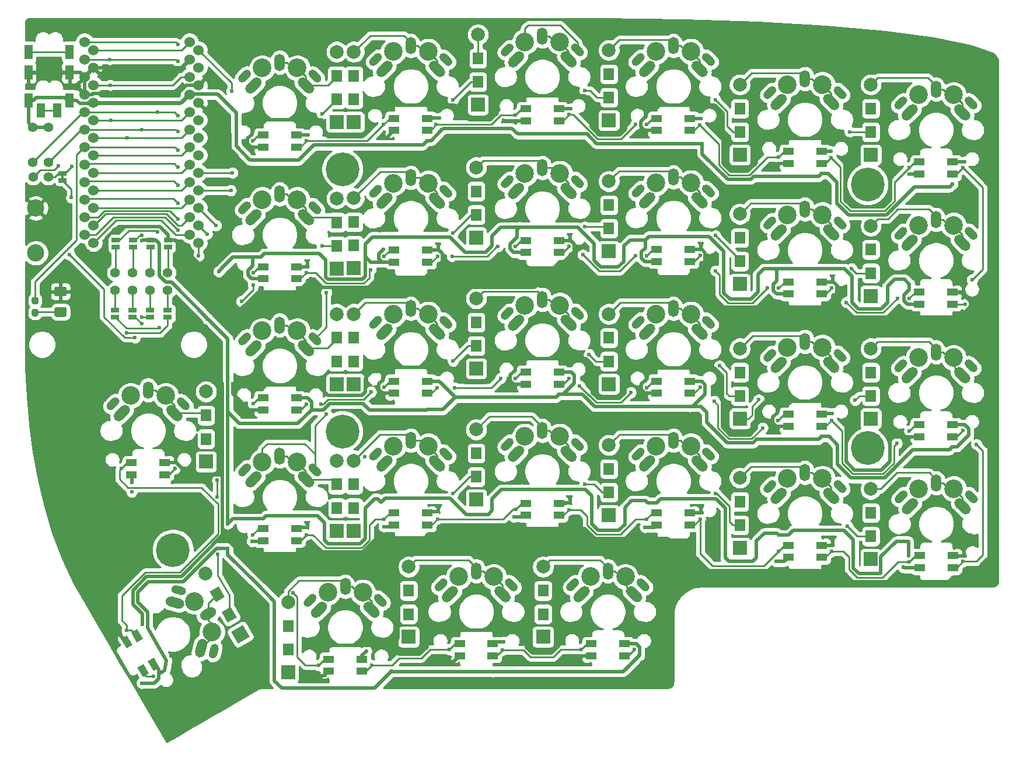
<source format=gtl>
G04 #@! TF.GenerationSoftware,KiCad,Pcbnew,(5.1.10)-1*
G04 #@! TF.CreationDate,2021-11-18T00:25:13+09:00*
G04 #@! TF.ProjectId,Lily58,4c696c79-3538-42e6-9b69-6361645f7063,rev?*
G04 #@! TF.SameCoordinates,PX4f27ac0PY2349340*
G04 #@! TF.FileFunction,Copper,L1,Top*
G04 #@! TF.FilePolarity,Positive*
%FSLAX46Y46*%
G04 Gerber Fmt 4.6, Leading zero omitted, Abs format (unit mm)*
G04 Created by KiCad (PCBNEW (5.1.10)-1) date 2021-11-18 00:25:13*
%MOMM*%
%LPD*%
G01*
G04 APERTURE LIST*
G04 #@! TA.AperFunction,ComponentPad*
%ADD10C,1.524000*%
G04 #@! TD*
G04 #@! TA.AperFunction,ComponentPad*
%ADD11O,1.500000X2.500000*%
G04 #@! TD*
G04 #@! TA.AperFunction,ComponentPad*
%ADD12C,2.700000*%
G04 #@! TD*
G04 #@! TA.AperFunction,SMDPad,CuDef*
%ADD13R,1.143000X0.635000*%
G04 #@! TD*
G04 #@! TA.AperFunction,ComponentPad*
%ADD14C,1.397000*%
G04 #@! TD*
G04 #@! TA.AperFunction,SMDPad,CuDef*
%ADD15R,1.600000X1.000000*%
G04 #@! TD*
G04 #@! TA.AperFunction,SMDPad,CuDef*
%ADD16C,0.100000*%
G04 #@! TD*
G04 #@! TA.AperFunction,SMDPad,CuDef*
%ADD17R,0.381000X0.381000*%
G04 #@! TD*
G04 #@! TA.AperFunction,ComponentPad*
%ADD18C,0.100000*%
G04 #@! TD*
G04 #@! TA.AperFunction,ComponentPad*
%ADD19C,1.998980*%
G04 #@! TD*
G04 #@! TA.AperFunction,ComponentPad*
%ADD20R,1.500000X1.800000*%
G04 #@! TD*
G04 #@! TA.AperFunction,ComponentPad*
%ADD21R,1.998980X1.998980*%
G04 #@! TD*
G04 #@! TA.AperFunction,ComponentPad*
%ADD22R,1.200000X2.100000*%
G04 #@! TD*
G04 #@! TA.AperFunction,ComponentPad*
%ADD23C,4.900000*%
G04 #@! TD*
G04 #@! TA.AperFunction,ComponentPad*
%ADD24C,2.500000*%
G04 #@! TD*
G04 #@! TA.AperFunction,ViaPad*
%ADD25C,0.600000*%
G04 #@! TD*
G04 #@! TA.AperFunction,Conductor*
%ADD26C,0.250000*%
G04 #@! TD*
G04 #@! TA.AperFunction,Conductor*
%ADD27C,0.500000*%
G04 #@! TD*
G04 #@! TA.AperFunction,Conductor*
%ADD28C,0.254000*%
G04 #@! TD*
G04 #@! TA.AperFunction,Conductor*
%ADD29C,0.100000*%
G04 #@! TD*
G04 APERTURE END LIST*
D10*
X10478815Y-10405745D03*
X25718815Y-28185745D03*
X10478815Y-20565745D03*
X25718815Y-18025745D03*
X25718815Y-12945745D03*
X10478815Y-30725745D03*
X25718815Y-10405745D03*
X25718815Y-5325745D03*
X10478815Y-25645745D03*
X25718815Y-33265745D03*
X10478815Y-18025745D03*
X10478815Y-7865745D03*
X10478815Y-12945745D03*
X10478815Y-15485745D03*
X10478815Y-28185745D03*
X10478815Y-23105745D03*
X25718815Y-25645745D03*
X25718815Y-23105745D03*
X10478815Y-33265745D03*
X25718815Y-30725745D03*
X25718815Y-7865745D03*
X10478815Y-5325745D03*
X25718815Y-20565745D03*
X25718815Y-15485745D03*
X9180000Y-4130000D03*
X9180000Y-6670000D03*
X9180000Y-9210000D03*
X9180000Y-11750000D03*
X9180000Y-14290000D03*
X9180000Y-16830000D03*
X9180000Y-19370000D03*
X9180000Y-21910000D03*
X9180000Y-24450000D03*
X9180000Y-26990000D03*
X9180000Y-29530000D03*
X9180000Y-32070000D03*
X24420000Y-32070000D03*
X24420000Y-29530000D03*
X24420000Y-26990000D03*
X24420000Y-24450000D03*
X24420000Y-21910000D03*
X24420000Y-19370000D03*
X24420000Y-16830000D03*
X24420000Y-14290000D03*
X24420000Y-11750000D03*
X24420000Y-9210000D03*
X24420000Y-6670000D03*
X24420000Y-4130000D03*
D11*
X66000000Y-80850000D03*
G04 #@! TA.AperFunction,ComponentPad*
G36*
G01*
X70322183Y-82072183D02*
X70322183Y-82072183D01*
G75*
G02*
X71170711Y-82072183I424264J-424264D01*
G01*
X71877817Y-82779289D01*
G75*
G02*
X71877817Y-83627817I-424264J-424264D01*
G01*
X71877817Y-83627817D01*
G75*
G02*
X71029289Y-83627817I-424264J424264D01*
G01*
X70322183Y-82920711D01*
G75*
G02*
X70322183Y-82072183I424264J424264D01*
G01*
G37*
G04 #@! TD.AperFunction*
G04 #@! TA.AperFunction,ComponentPad*
G36*
G01*
X60122183Y-83627817D02*
X60122183Y-83627817D01*
G75*
G02*
X60122183Y-82779289I424264J424264D01*
G01*
X60829289Y-82072183D01*
G75*
G02*
X61677817Y-82072183I424264J-424264D01*
G01*
X61677817Y-82072183D01*
G75*
G02*
X61677817Y-82920711I-424264J-424264D01*
G01*
X60970711Y-83627817D01*
G75*
G02*
X60122183Y-83627817I-424264J424264D01*
G01*
G37*
G04 #@! TD.AperFunction*
G04 #@! TA.AperFunction,ComponentPad*
G36*
G01*
X61200051Y-85199949D02*
X61200051Y-85199949D01*
G75*
G02*
X61200051Y-84139289I530330J530330D01*
G01*
X62119289Y-83220051D01*
G75*
G02*
X63179949Y-83220051I530330J-530330D01*
G01*
X63179949Y-83220051D01*
G75*
G02*
X63179949Y-84280711I-530330J-530330D01*
G01*
X62260711Y-85199949D01*
G75*
G02*
X61200051Y-85199949I-530330J530330D01*
G01*
G37*
G04 #@! TD.AperFunction*
G04 #@! TA.AperFunction,ComponentPad*
G36*
G01*
X68820051Y-83220051D02*
X68820051Y-83220051D01*
G75*
G02*
X69880711Y-83220051I530330J-530330D01*
G01*
X70799949Y-84139289D01*
G75*
G02*
X70799949Y-85199949I-530330J-530330D01*
G01*
X70799949Y-85199949D01*
G75*
G02*
X69739289Y-85199949I-530330J530330D01*
G01*
X68820051Y-84280711D01*
G75*
G02*
X68820051Y-83220051I530330J530330D01*
G01*
G37*
G04 #@! TD.AperFunction*
D12*
X63460000Y-81670000D03*
X68540000Y-81670000D03*
D11*
X113700000Y-28400000D03*
G04 #@! TA.AperFunction,ComponentPad*
G36*
G01*
X118022183Y-29622183D02*
X118022183Y-29622183D01*
G75*
G02*
X118870711Y-29622183I424264J-424264D01*
G01*
X119577817Y-30329289D01*
G75*
G02*
X119577817Y-31177817I-424264J-424264D01*
G01*
X119577817Y-31177817D01*
G75*
G02*
X118729289Y-31177817I-424264J424264D01*
G01*
X118022183Y-30470711D01*
G75*
G02*
X118022183Y-29622183I424264J424264D01*
G01*
G37*
G04 #@! TD.AperFunction*
G04 #@! TA.AperFunction,ComponentPad*
G36*
G01*
X107822183Y-31177817D02*
X107822183Y-31177817D01*
G75*
G02*
X107822183Y-30329289I424264J424264D01*
G01*
X108529289Y-29622183D01*
G75*
G02*
X109377817Y-29622183I424264J-424264D01*
G01*
X109377817Y-29622183D01*
G75*
G02*
X109377817Y-30470711I-424264J-424264D01*
G01*
X108670711Y-31177817D01*
G75*
G02*
X107822183Y-31177817I-424264J424264D01*
G01*
G37*
G04 #@! TD.AperFunction*
G04 #@! TA.AperFunction,ComponentPad*
G36*
G01*
X108900051Y-32749949D02*
X108900051Y-32749949D01*
G75*
G02*
X108900051Y-31689289I530330J530330D01*
G01*
X109819289Y-30770051D01*
G75*
G02*
X110879949Y-30770051I530330J-530330D01*
G01*
X110879949Y-30770051D01*
G75*
G02*
X110879949Y-31830711I-530330J-530330D01*
G01*
X109960711Y-32749949D01*
G75*
G02*
X108900051Y-32749949I-530330J530330D01*
G01*
G37*
G04 #@! TD.AperFunction*
G04 #@! TA.AperFunction,ComponentPad*
G36*
G01*
X116520051Y-30770051D02*
X116520051Y-30770051D01*
G75*
G02*
X117580711Y-30770051I530330J-530330D01*
G01*
X118499949Y-31689289D01*
G75*
G02*
X118499949Y-32749949I-530330J-530330D01*
G01*
X118499949Y-32749949D01*
G75*
G02*
X117439289Y-32749949I-530330J530330D01*
G01*
X116520051Y-31830711D01*
G75*
G02*
X116520051Y-30770051I530330J530330D01*
G01*
G37*
G04 #@! TD.AperFunction*
D12*
X111160000Y-29220000D03*
X116240000Y-29220000D03*
D13*
X13630000Y-43010000D03*
X13630000Y-44010760D03*
X16170000Y-44010760D03*
X16170000Y-43010000D03*
X18710000Y-44010760D03*
X18710000Y-43010000D03*
X21250000Y-44010760D03*
X21250000Y-43010000D03*
D14*
X21250000Y-40140000D03*
X18710000Y-40140000D03*
X16170000Y-40140000D03*
X13630000Y-40140000D03*
X21250000Y-37600000D03*
X18710000Y-37600000D03*
X16170000Y-37600000D03*
X13630000Y-37600000D03*
D11*
X37500000Y-45200000D03*
G04 #@! TA.AperFunction,ComponentPad*
G36*
G01*
X41822183Y-46422183D02*
X41822183Y-46422183D01*
G75*
G02*
X42670711Y-46422183I424264J-424264D01*
G01*
X43377817Y-47129289D01*
G75*
G02*
X43377817Y-47977817I-424264J-424264D01*
G01*
X43377817Y-47977817D01*
G75*
G02*
X42529289Y-47977817I-424264J424264D01*
G01*
X41822183Y-47270711D01*
G75*
G02*
X41822183Y-46422183I424264J424264D01*
G01*
G37*
G04 #@! TD.AperFunction*
G04 #@! TA.AperFunction,ComponentPad*
G36*
G01*
X31622183Y-47977817D02*
X31622183Y-47977817D01*
G75*
G02*
X31622183Y-47129289I424264J424264D01*
G01*
X32329289Y-46422183D01*
G75*
G02*
X33177817Y-46422183I424264J-424264D01*
G01*
X33177817Y-46422183D01*
G75*
G02*
X33177817Y-47270711I-424264J-424264D01*
G01*
X32470711Y-47977817D01*
G75*
G02*
X31622183Y-47977817I-424264J424264D01*
G01*
G37*
G04 #@! TD.AperFunction*
G04 #@! TA.AperFunction,ComponentPad*
G36*
G01*
X32700051Y-49549949D02*
X32700051Y-49549949D01*
G75*
G02*
X32700051Y-48489289I530330J530330D01*
G01*
X33619289Y-47570051D01*
G75*
G02*
X34679949Y-47570051I530330J-530330D01*
G01*
X34679949Y-47570051D01*
G75*
G02*
X34679949Y-48630711I-530330J-530330D01*
G01*
X33760711Y-49549949D01*
G75*
G02*
X32700051Y-49549949I-530330J530330D01*
G01*
G37*
G04 #@! TD.AperFunction*
G04 #@! TA.AperFunction,ComponentPad*
G36*
G01*
X40320051Y-47570051D02*
X40320051Y-47570051D01*
G75*
G02*
X41380711Y-47570051I530330J-530330D01*
G01*
X42299949Y-48489289D01*
G75*
G02*
X42299949Y-49549949I-530330J-530330D01*
G01*
X42299949Y-49549949D01*
G75*
G02*
X41239289Y-49549949I-530330J530330D01*
G01*
X40320051Y-48630711D01*
G75*
G02*
X40320051Y-47570051I530330J530330D01*
G01*
G37*
G04 #@! TD.AperFunction*
D12*
X34960000Y-46020000D03*
X40040000Y-46020000D03*
D11*
X56500000Y-23800000D03*
G04 #@! TA.AperFunction,ComponentPad*
G36*
G01*
X60822183Y-25022183D02*
X60822183Y-25022183D01*
G75*
G02*
X61670711Y-25022183I424264J-424264D01*
G01*
X62377817Y-25729289D01*
G75*
G02*
X62377817Y-26577817I-424264J-424264D01*
G01*
X62377817Y-26577817D01*
G75*
G02*
X61529289Y-26577817I-424264J424264D01*
G01*
X60822183Y-25870711D01*
G75*
G02*
X60822183Y-25022183I424264J424264D01*
G01*
G37*
G04 #@! TD.AperFunction*
G04 #@! TA.AperFunction,ComponentPad*
G36*
G01*
X50622183Y-26577817D02*
X50622183Y-26577817D01*
G75*
G02*
X50622183Y-25729289I424264J424264D01*
G01*
X51329289Y-25022183D01*
G75*
G02*
X52177817Y-25022183I424264J-424264D01*
G01*
X52177817Y-25022183D01*
G75*
G02*
X52177817Y-25870711I-424264J-424264D01*
G01*
X51470711Y-26577817D01*
G75*
G02*
X50622183Y-26577817I-424264J424264D01*
G01*
G37*
G04 #@! TD.AperFunction*
G04 #@! TA.AperFunction,ComponentPad*
G36*
G01*
X51700051Y-28149949D02*
X51700051Y-28149949D01*
G75*
G02*
X51700051Y-27089289I530330J530330D01*
G01*
X52619289Y-26170051D01*
G75*
G02*
X53679949Y-26170051I530330J-530330D01*
G01*
X53679949Y-26170051D01*
G75*
G02*
X53679949Y-27230711I-530330J-530330D01*
G01*
X52760711Y-28149949D01*
G75*
G02*
X51700051Y-28149949I-530330J530330D01*
G01*
G37*
G04 #@! TD.AperFunction*
G04 #@! TA.AperFunction,ComponentPad*
G36*
G01*
X59320051Y-26170051D02*
X59320051Y-26170051D01*
G75*
G02*
X60380711Y-26170051I530330J-530330D01*
G01*
X61299949Y-27089289D01*
G75*
G02*
X61299949Y-28149949I-530330J-530330D01*
G01*
X61299949Y-28149949D01*
G75*
G02*
X60239289Y-28149949I-530330J530330D01*
G01*
X59320051Y-27230711D01*
G75*
G02*
X59320051Y-26170051I530330J530330D01*
G01*
G37*
G04 #@! TD.AperFunction*
D12*
X53960000Y-24620000D03*
X59040000Y-24620000D03*
X116240000Y-67420000D03*
X111160000Y-67420000D03*
G04 #@! TA.AperFunction,ComponentPad*
G36*
G01*
X116520051Y-68970051D02*
X116520051Y-68970051D01*
G75*
G02*
X117580711Y-68970051I530330J-530330D01*
G01*
X118499949Y-69889289D01*
G75*
G02*
X118499949Y-70949949I-530330J-530330D01*
G01*
X118499949Y-70949949D01*
G75*
G02*
X117439289Y-70949949I-530330J530330D01*
G01*
X116520051Y-70030711D01*
G75*
G02*
X116520051Y-68970051I530330J530330D01*
G01*
G37*
G04 #@! TD.AperFunction*
G04 #@! TA.AperFunction,ComponentPad*
G36*
G01*
X108900051Y-70949949D02*
X108900051Y-70949949D01*
G75*
G02*
X108900051Y-69889289I530330J530330D01*
G01*
X109819289Y-68970051D01*
G75*
G02*
X110879949Y-68970051I530330J-530330D01*
G01*
X110879949Y-68970051D01*
G75*
G02*
X110879949Y-70030711I-530330J-530330D01*
G01*
X109960711Y-70949949D01*
G75*
G02*
X108900051Y-70949949I-530330J530330D01*
G01*
G37*
G04 #@! TD.AperFunction*
G04 #@! TA.AperFunction,ComponentPad*
G36*
G01*
X107822183Y-69377817D02*
X107822183Y-69377817D01*
G75*
G02*
X107822183Y-68529289I424264J424264D01*
G01*
X108529289Y-67822183D01*
G75*
G02*
X109377817Y-67822183I424264J-424264D01*
G01*
X109377817Y-67822183D01*
G75*
G02*
X109377817Y-68670711I-424264J-424264D01*
G01*
X108670711Y-69377817D01*
G75*
G02*
X107822183Y-69377817I-424264J424264D01*
G01*
G37*
G04 #@! TD.AperFunction*
G04 #@! TA.AperFunction,ComponentPad*
G36*
G01*
X118022183Y-67822183D02*
X118022183Y-67822183D01*
G75*
G02*
X118870711Y-67822183I424264J-424264D01*
G01*
X119577817Y-68529289D01*
G75*
G02*
X119577817Y-69377817I-424264J-424264D01*
G01*
X119577817Y-69377817D01*
G75*
G02*
X118729289Y-69377817I-424264J424264D01*
G01*
X118022183Y-68670711D01*
G75*
G02*
X118022183Y-67822183I424264J424264D01*
G01*
G37*
G04 #@! TD.AperFunction*
D11*
X113700000Y-66600000D03*
D12*
X97140000Y-24570000D03*
X92060000Y-24570000D03*
G04 #@! TA.AperFunction,ComponentPad*
G36*
G01*
X97420051Y-26120051D02*
X97420051Y-26120051D01*
G75*
G02*
X98480711Y-26120051I530330J-530330D01*
G01*
X99399949Y-27039289D01*
G75*
G02*
X99399949Y-28099949I-530330J-530330D01*
G01*
X99399949Y-28099949D01*
G75*
G02*
X98339289Y-28099949I-530330J530330D01*
G01*
X97420051Y-27180711D01*
G75*
G02*
X97420051Y-26120051I530330J530330D01*
G01*
G37*
G04 #@! TD.AperFunction*
G04 #@! TA.AperFunction,ComponentPad*
G36*
G01*
X89800051Y-28099949D02*
X89800051Y-28099949D01*
G75*
G02*
X89800051Y-27039289I530330J530330D01*
G01*
X90719289Y-26120051D01*
G75*
G02*
X91779949Y-26120051I530330J-530330D01*
G01*
X91779949Y-26120051D01*
G75*
G02*
X91779949Y-27180711I-530330J-530330D01*
G01*
X90860711Y-28099949D01*
G75*
G02*
X89800051Y-28099949I-530330J530330D01*
G01*
G37*
G04 #@! TD.AperFunction*
G04 #@! TA.AperFunction,ComponentPad*
G36*
G01*
X88722183Y-26527817D02*
X88722183Y-26527817D01*
G75*
G02*
X88722183Y-25679289I424264J424264D01*
G01*
X89429289Y-24972183D01*
G75*
G02*
X90277817Y-24972183I424264J-424264D01*
G01*
X90277817Y-24972183D01*
G75*
G02*
X90277817Y-25820711I-424264J-424264D01*
G01*
X89570711Y-26527817D01*
G75*
G02*
X88722183Y-26527817I-424264J424264D01*
G01*
G37*
G04 #@! TD.AperFunction*
G04 #@! TA.AperFunction,ComponentPad*
G36*
G01*
X98922183Y-24972183D02*
X98922183Y-24972183D01*
G75*
G02*
X99770711Y-24972183I424264J-424264D01*
G01*
X100477817Y-25679289D01*
G75*
G02*
X100477817Y-26527817I-424264J-424264D01*
G01*
X100477817Y-26527817D01*
G75*
G02*
X99629289Y-26527817I-424264J424264D01*
G01*
X98922183Y-25820711D01*
G75*
G02*
X98922183Y-24972183I424264J424264D01*
G01*
G37*
G04 #@! TD.AperFunction*
D11*
X94600000Y-23750000D03*
D15*
X58900000Y-16975000D03*
X58900000Y-15225000D03*
X54100000Y-16975000D03*
X54100000Y-15225000D03*
X39900000Y-19375000D03*
X39900000Y-17625000D03*
X35100000Y-19375000D03*
X35100000Y-17625000D03*
G04 #@! TA.AperFunction,SMDPad,CuDef*
D16*
G36*
X18512100Y-95708781D02*
G01*
X17646074Y-96208781D01*
X16846074Y-94823141D01*
X17712100Y-94323141D01*
X18512100Y-95708781D01*
G37*
G04 #@! TD.AperFunction*
G04 #@! TA.AperFunction,SMDPad,CuDef*
G36*
X20027644Y-94833781D02*
G01*
X19161618Y-95333781D01*
X18361618Y-93948141D01*
X19227644Y-93448141D01*
X20027644Y-94833781D01*
G37*
G04 #@! TD.AperFunction*
G04 #@! TA.AperFunction,SMDPad,CuDef*
G36*
X16112100Y-91551859D02*
G01*
X15246074Y-92051859D01*
X14446074Y-90666219D01*
X15312100Y-90166219D01*
X16112100Y-91551859D01*
G37*
G04 #@! TD.AperFunction*
G04 #@! TA.AperFunction,SMDPad,CuDef*
G36*
X17627644Y-90676859D02*
G01*
X16761618Y-91176859D01*
X15961618Y-89791219D01*
X16827644Y-89291219D01*
X17627644Y-90676859D01*
G37*
G04 #@! TD.AperFunction*
D15*
X87500000Y-93125000D03*
X87500000Y-91375000D03*
X82700000Y-93125000D03*
X82700000Y-91375000D03*
X78000000Y-15585000D03*
X78000000Y-13835000D03*
X73200000Y-15585000D03*
X73200000Y-13835000D03*
X97000000Y-16975000D03*
X97000000Y-15225000D03*
X92200000Y-16975000D03*
X92200000Y-15225000D03*
X116100000Y-21775000D03*
X116100000Y-20025000D03*
X111300000Y-21775000D03*
X111300000Y-20025000D03*
X135100000Y-23275000D03*
X135100000Y-21525000D03*
X130300000Y-23275000D03*
X130300000Y-21525000D03*
X35100000Y-36725000D03*
X35100000Y-38475000D03*
X39900000Y-36725000D03*
X39900000Y-38475000D03*
X54100000Y-34325000D03*
X54100000Y-36075000D03*
X58900000Y-34325000D03*
X58900000Y-36075000D03*
X73200000Y-32925000D03*
X73200000Y-34675000D03*
X78000000Y-32925000D03*
X78000000Y-34675000D03*
X92200000Y-34225000D03*
X92200000Y-35975000D03*
X97000000Y-34225000D03*
X97000000Y-35975000D03*
X111300000Y-38925000D03*
X111300000Y-40675000D03*
X116100000Y-38925000D03*
X116100000Y-40675000D03*
X130300000Y-40425000D03*
X130300000Y-42175000D03*
X135100000Y-40425000D03*
X135100000Y-42175000D03*
X39900000Y-57475000D03*
X39900000Y-55725000D03*
X35100000Y-57475000D03*
X35100000Y-55725000D03*
X58900000Y-55075000D03*
X58900000Y-53325000D03*
X54100000Y-55075000D03*
X54100000Y-53325000D03*
X78000000Y-53775000D03*
X78000000Y-52025000D03*
X73200000Y-53775000D03*
X73200000Y-52025000D03*
X97000000Y-55075000D03*
X97000000Y-53325000D03*
X92200000Y-55075000D03*
X92200000Y-53325000D03*
X116100000Y-59875000D03*
X116100000Y-58125000D03*
X111300000Y-59875000D03*
X111300000Y-58125000D03*
X135100000Y-61375000D03*
X135100000Y-59625000D03*
X130300000Y-61375000D03*
X130300000Y-59625000D03*
X35100000Y-74725000D03*
X35100000Y-76475000D03*
X39900000Y-74725000D03*
X39900000Y-76475000D03*
X54100000Y-72425000D03*
X54100000Y-74175000D03*
X58900000Y-72425000D03*
X58900000Y-74175000D03*
X73200000Y-71025000D03*
X73200000Y-72775000D03*
X78000000Y-71025000D03*
X78000000Y-72775000D03*
X92200000Y-72425000D03*
X92200000Y-74175000D03*
X97000000Y-72425000D03*
X97000000Y-74175000D03*
X111300000Y-77125000D03*
X111300000Y-78875000D03*
X116100000Y-77125000D03*
X116100000Y-78875000D03*
X130350000Y-78625000D03*
X130350000Y-80375000D03*
X135150000Y-78625000D03*
X135150000Y-80375000D03*
X16000000Y-65125000D03*
X16000000Y-66875000D03*
X20800000Y-65125000D03*
X20800000Y-66875000D03*
X49400000Y-95375000D03*
X49400000Y-93625000D03*
X44600000Y-95375000D03*
X44600000Y-93625000D03*
X68400000Y-93125000D03*
X68400000Y-91375000D03*
X63600000Y-93125000D03*
X63600000Y-91375000D03*
D12*
X40040000Y-7920000D03*
X34960000Y-7920000D03*
G04 #@! TA.AperFunction,ComponentPad*
G36*
G01*
X40320051Y-9470051D02*
X40320051Y-9470051D01*
G75*
G02*
X41380711Y-9470051I530330J-530330D01*
G01*
X42299949Y-10389289D01*
G75*
G02*
X42299949Y-11449949I-530330J-530330D01*
G01*
X42299949Y-11449949D01*
G75*
G02*
X41239289Y-11449949I-530330J530330D01*
G01*
X40320051Y-10530711D01*
G75*
G02*
X40320051Y-9470051I530330J530330D01*
G01*
G37*
G04 #@! TD.AperFunction*
G04 #@! TA.AperFunction,ComponentPad*
G36*
G01*
X32700051Y-11449949D02*
X32700051Y-11449949D01*
G75*
G02*
X32700051Y-10389289I530330J530330D01*
G01*
X33619289Y-9470051D01*
G75*
G02*
X34679949Y-9470051I530330J-530330D01*
G01*
X34679949Y-9470051D01*
G75*
G02*
X34679949Y-10530711I-530330J-530330D01*
G01*
X33760711Y-11449949D01*
G75*
G02*
X32700051Y-11449949I-530330J530330D01*
G01*
G37*
G04 #@! TD.AperFunction*
G04 #@! TA.AperFunction,ComponentPad*
G36*
G01*
X31622183Y-9877817D02*
X31622183Y-9877817D01*
G75*
G02*
X31622183Y-9029289I424264J424264D01*
G01*
X32329289Y-8322183D01*
G75*
G02*
X33177817Y-8322183I424264J-424264D01*
G01*
X33177817Y-8322183D01*
G75*
G02*
X33177817Y-9170711I-424264J-424264D01*
G01*
X32470711Y-9877817D01*
G75*
G02*
X31622183Y-9877817I-424264J424264D01*
G01*
G37*
G04 #@! TD.AperFunction*
G04 #@! TA.AperFunction,ComponentPad*
G36*
G01*
X41822183Y-8322183D02*
X41822183Y-8322183D01*
G75*
G02*
X42670711Y-8322183I424264J-424264D01*
G01*
X43377817Y-9029289D01*
G75*
G02*
X43377817Y-9877817I-424264J-424264D01*
G01*
X43377817Y-9877817D01*
G75*
G02*
X42529289Y-9877817I-424264J424264D01*
G01*
X41822183Y-9170711D01*
G75*
G02*
X41822183Y-8322183I424264J424264D01*
G01*
G37*
G04 #@! TD.AperFunction*
D11*
X37500000Y-7100000D03*
G04 #@! TA.AperFunction,SMDPad,CuDef*
G36*
G01*
X2237500Y-42175000D02*
X1762500Y-42175000D01*
G75*
G02*
X1525000Y-41937500I0J237500D01*
G01*
X1525000Y-41362500D01*
G75*
G02*
X1762500Y-41125000I237500J0D01*
G01*
X2237500Y-41125000D01*
G75*
G02*
X2475000Y-41362500I0J-237500D01*
G01*
X2475000Y-41937500D01*
G75*
G02*
X2237500Y-42175000I-237500J0D01*
G01*
G37*
G04 #@! TD.AperFunction*
G04 #@! TA.AperFunction,SMDPad,CuDef*
G36*
G01*
X2237500Y-43925000D02*
X1762500Y-43925000D01*
G75*
G02*
X1525000Y-43687500I0J237500D01*
G01*
X1525000Y-43112500D01*
G75*
G02*
X1762500Y-42875000I237500J0D01*
G01*
X2237500Y-42875000D01*
G75*
G02*
X2475000Y-43112500I0J-237500D01*
G01*
X2475000Y-43687500D01*
G75*
G02*
X2237500Y-43925000I-237500J0D01*
G01*
G37*
G04 #@! TD.AperFunction*
G04 #@! TA.AperFunction,SMDPad,CuDef*
G36*
G01*
X5074374Y-42587500D02*
X6325626Y-42587500D01*
G75*
G02*
X6575000Y-42836874I0J-249374D01*
G01*
X6575000Y-43763126D01*
G75*
G02*
X6325626Y-44012500I-249374J0D01*
G01*
X5074374Y-44012500D01*
G75*
G02*
X4825000Y-43763126I0J249374D01*
G01*
X4825000Y-42836874D01*
G75*
G02*
X5074374Y-42587500I249374J0D01*
G01*
G37*
G04 #@! TD.AperFunction*
G04 #@! TA.AperFunction,SMDPad,CuDef*
G36*
G01*
X5074374Y-39612500D02*
X6325626Y-39612500D01*
G75*
G02*
X6575000Y-39861874I0J-249374D01*
G01*
X6575000Y-40788126D01*
G75*
G02*
X6325626Y-41037500I-249374J0D01*
G01*
X5074374Y-41037500D01*
G75*
G02*
X4825000Y-40788126I0J249374D01*
G01*
X4825000Y-39861874D01*
G75*
G02*
X5074374Y-39612500I249374J0D01*
G01*
G37*
G04 #@! TD.AperFunction*
D14*
X3938035Y-16499272D03*
X3938035Y-21579272D03*
D17*
X6000000Y-23700000D03*
D13*
X6000000Y-23199620D03*
X6000000Y-24200380D03*
G04 #@! TA.AperFunction,ComponentPad*
D18*
G36*
X29549519Y-84632180D02*
G01*
X28250481Y-85382180D01*
X27350481Y-83823334D01*
X28649519Y-83073334D01*
X29549519Y-84632180D01*
G37*
G04 #@! TD.AperFunction*
G04 #@! TA.AperFunction,ComponentPad*
G36*
X31249519Y-87576666D02*
G01*
X29950481Y-88326666D01*
X29050481Y-86767820D01*
X30349519Y-86017820D01*
X31249519Y-87576666D01*
G37*
G04 #@! TD.AperFunction*
D19*
X26717800Y-81232579D03*
G04 #@! TA.AperFunction,ComponentPad*
D18*
G36*
X30432471Y-89665558D02*
G01*
X32163639Y-88666068D01*
X33163129Y-90397236D01*
X31431961Y-91396726D01*
X30432471Y-89665558D01*
G37*
G04 #@! TD.AperFunction*
D11*
X56500000Y-42800000D03*
G04 #@! TA.AperFunction,ComponentPad*
G36*
G01*
X60822183Y-44022183D02*
X60822183Y-44022183D01*
G75*
G02*
X61670711Y-44022183I424264J-424264D01*
G01*
X62377817Y-44729289D01*
G75*
G02*
X62377817Y-45577817I-424264J-424264D01*
G01*
X62377817Y-45577817D01*
G75*
G02*
X61529289Y-45577817I-424264J424264D01*
G01*
X60822183Y-44870711D01*
G75*
G02*
X60822183Y-44022183I424264J424264D01*
G01*
G37*
G04 #@! TD.AperFunction*
G04 #@! TA.AperFunction,ComponentPad*
G36*
G01*
X50622183Y-45577817D02*
X50622183Y-45577817D01*
G75*
G02*
X50622183Y-44729289I424264J424264D01*
G01*
X51329289Y-44022183D01*
G75*
G02*
X52177817Y-44022183I424264J-424264D01*
G01*
X52177817Y-44022183D01*
G75*
G02*
X52177817Y-44870711I-424264J-424264D01*
G01*
X51470711Y-45577817D01*
G75*
G02*
X50622183Y-45577817I-424264J424264D01*
G01*
G37*
G04 #@! TD.AperFunction*
G04 #@! TA.AperFunction,ComponentPad*
G36*
G01*
X51700051Y-47149949D02*
X51700051Y-47149949D01*
G75*
G02*
X51700051Y-46089289I530330J530330D01*
G01*
X52619289Y-45170051D01*
G75*
G02*
X53679949Y-45170051I530330J-530330D01*
G01*
X53679949Y-45170051D01*
G75*
G02*
X53679949Y-46230711I-530330J-530330D01*
G01*
X52760711Y-47149949D01*
G75*
G02*
X51700051Y-47149949I-530330J530330D01*
G01*
G37*
G04 #@! TD.AperFunction*
G04 #@! TA.AperFunction,ComponentPad*
G36*
G01*
X59320051Y-45170051D02*
X59320051Y-45170051D01*
G75*
G02*
X60380711Y-45170051I530330J-530330D01*
G01*
X61299949Y-46089289D01*
G75*
G02*
X61299949Y-47149949I-530330J-530330D01*
G01*
X61299949Y-47149949D01*
G75*
G02*
X60239289Y-47149949I-530330J530330D01*
G01*
X59320051Y-46230711D01*
G75*
G02*
X59320051Y-45170051I530330J530330D01*
G01*
G37*
G04 #@! TD.AperFunction*
D12*
X53960000Y-43620000D03*
X59040000Y-43620000D03*
X135240000Y-30720000D03*
X130160000Y-30720000D03*
G04 #@! TA.AperFunction,ComponentPad*
G36*
G01*
X135520051Y-32270051D02*
X135520051Y-32270051D01*
G75*
G02*
X136580711Y-32270051I530330J-530330D01*
G01*
X137499949Y-33189289D01*
G75*
G02*
X137499949Y-34249949I-530330J-530330D01*
G01*
X137499949Y-34249949D01*
G75*
G02*
X136439289Y-34249949I-530330J530330D01*
G01*
X135520051Y-33330711D01*
G75*
G02*
X135520051Y-32270051I530330J530330D01*
G01*
G37*
G04 #@! TD.AperFunction*
G04 #@! TA.AperFunction,ComponentPad*
G36*
G01*
X127900051Y-34249949D02*
X127900051Y-34249949D01*
G75*
G02*
X127900051Y-33189289I530330J530330D01*
G01*
X128819289Y-32270051D01*
G75*
G02*
X129879949Y-32270051I530330J-530330D01*
G01*
X129879949Y-32270051D01*
G75*
G02*
X129879949Y-33330711I-530330J-530330D01*
G01*
X128960711Y-34249949D01*
G75*
G02*
X127900051Y-34249949I-530330J530330D01*
G01*
G37*
G04 #@! TD.AperFunction*
G04 #@! TA.AperFunction,ComponentPad*
G36*
G01*
X126822183Y-32677817D02*
X126822183Y-32677817D01*
G75*
G02*
X126822183Y-31829289I424264J424264D01*
G01*
X127529289Y-31122183D01*
G75*
G02*
X128377817Y-31122183I424264J-424264D01*
G01*
X128377817Y-31122183D01*
G75*
G02*
X128377817Y-31970711I-424264J-424264D01*
G01*
X127670711Y-32677817D01*
G75*
G02*
X126822183Y-32677817I-424264J424264D01*
G01*
G37*
G04 #@! TD.AperFunction*
G04 #@! TA.AperFunction,ComponentPad*
G36*
G01*
X137022183Y-31122183D02*
X137022183Y-31122183D01*
G75*
G02*
X137870711Y-31122183I424264J-424264D01*
G01*
X138577817Y-31829289D01*
G75*
G02*
X138577817Y-32677817I-424264J-424264D01*
G01*
X138577817Y-32677817D01*
G75*
G02*
X137729289Y-32677817I-424264J424264D01*
G01*
X137022183Y-31970711D01*
G75*
G02*
X137022183Y-31122183I424264J424264D01*
G01*
G37*
G04 #@! TD.AperFunction*
D11*
X132700000Y-29900000D03*
D12*
X59040000Y-62720000D03*
X53960000Y-62720000D03*
G04 #@! TA.AperFunction,ComponentPad*
G36*
G01*
X59320051Y-64270051D02*
X59320051Y-64270051D01*
G75*
G02*
X60380711Y-64270051I530330J-530330D01*
G01*
X61299949Y-65189289D01*
G75*
G02*
X61299949Y-66249949I-530330J-530330D01*
G01*
X61299949Y-66249949D01*
G75*
G02*
X60239289Y-66249949I-530330J530330D01*
G01*
X59320051Y-65330711D01*
G75*
G02*
X59320051Y-64270051I530330J530330D01*
G01*
G37*
G04 #@! TD.AperFunction*
G04 #@! TA.AperFunction,ComponentPad*
G36*
G01*
X51700051Y-66249949D02*
X51700051Y-66249949D01*
G75*
G02*
X51700051Y-65189289I530330J530330D01*
G01*
X52619289Y-64270051D01*
G75*
G02*
X53679949Y-64270051I530330J-530330D01*
G01*
X53679949Y-64270051D01*
G75*
G02*
X53679949Y-65330711I-530330J-530330D01*
G01*
X52760711Y-66249949D01*
G75*
G02*
X51700051Y-66249949I-530330J530330D01*
G01*
G37*
G04 #@! TD.AperFunction*
G04 #@! TA.AperFunction,ComponentPad*
G36*
G01*
X50622183Y-64677817D02*
X50622183Y-64677817D01*
G75*
G02*
X50622183Y-63829289I424264J424264D01*
G01*
X51329289Y-63122183D01*
G75*
G02*
X52177817Y-63122183I424264J-424264D01*
G01*
X52177817Y-63122183D01*
G75*
G02*
X52177817Y-63970711I-424264J-424264D01*
G01*
X51470711Y-64677817D01*
G75*
G02*
X50622183Y-64677817I-424264J424264D01*
G01*
G37*
G04 #@! TD.AperFunction*
G04 #@! TA.AperFunction,ComponentPad*
G36*
G01*
X60822183Y-63122183D02*
X60822183Y-63122183D01*
G75*
G02*
X61670711Y-63122183I424264J-424264D01*
G01*
X62377817Y-63829289D01*
G75*
G02*
X62377817Y-64677817I-424264J-424264D01*
G01*
X62377817Y-64677817D01*
G75*
G02*
X61529289Y-64677817I-424264J424264D01*
G01*
X60822183Y-63970711D01*
G75*
G02*
X60822183Y-63122183I424264J424264D01*
G01*
G37*
G04 #@! TD.AperFunction*
D11*
X56500000Y-61900000D03*
X132700000Y-49100000D03*
G04 #@! TA.AperFunction,ComponentPad*
G36*
G01*
X137022183Y-50322183D02*
X137022183Y-50322183D01*
G75*
G02*
X137870711Y-50322183I424264J-424264D01*
G01*
X138577817Y-51029289D01*
G75*
G02*
X138577817Y-51877817I-424264J-424264D01*
G01*
X138577817Y-51877817D01*
G75*
G02*
X137729289Y-51877817I-424264J424264D01*
G01*
X137022183Y-51170711D01*
G75*
G02*
X137022183Y-50322183I424264J424264D01*
G01*
G37*
G04 #@! TD.AperFunction*
G04 #@! TA.AperFunction,ComponentPad*
G36*
G01*
X126822183Y-51877817D02*
X126822183Y-51877817D01*
G75*
G02*
X126822183Y-51029289I424264J424264D01*
G01*
X127529289Y-50322183D01*
G75*
G02*
X128377817Y-50322183I424264J-424264D01*
G01*
X128377817Y-50322183D01*
G75*
G02*
X128377817Y-51170711I-424264J-424264D01*
G01*
X127670711Y-51877817D01*
G75*
G02*
X126822183Y-51877817I-424264J424264D01*
G01*
G37*
G04 #@! TD.AperFunction*
G04 #@! TA.AperFunction,ComponentPad*
G36*
G01*
X127900051Y-53449949D02*
X127900051Y-53449949D01*
G75*
G02*
X127900051Y-52389289I530330J530330D01*
G01*
X128819289Y-51470051D01*
G75*
G02*
X129879949Y-51470051I530330J-530330D01*
G01*
X129879949Y-51470051D01*
G75*
G02*
X129879949Y-52530711I-530330J-530330D01*
G01*
X128960711Y-53449949D01*
G75*
G02*
X127900051Y-53449949I-530330J530330D01*
G01*
G37*
G04 #@! TD.AperFunction*
G04 #@! TA.AperFunction,ComponentPad*
G36*
G01*
X135520051Y-51470051D02*
X135520051Y-51470051D01*
G75*
G02*
X136580711Y-51470051I530330J-530330D01*
G01*
X137499949Y-52389289D01*
G75*
G02*
X137499949Y-53449949I-530330J-530330D01*
G01*
X137499949Y-53449949D01*
G75*
G02*
X136439289Y-53449949I-530330J530330D01*
G01*
X135520051Y-52530711D01*
G75*
G02*
X135520051Y-51470051I530330J530330D01*
G01*
G37*
G04 #@! TD.AperFunction*
D12*
X130160000Y-49920000D03*
X135240000Y-49920000D03*
D20*
X123248000Y-72425000D03*
X123248000Y-75825000D03*
D19*
X123250540Y-68965000D03*
D21*
X123250540Y-79125000D03*
D12*
X78140000Y-23220000D03*
X73060000Y-23220000D03*
G04 #@! TA.AperFunction,ComponentPad*
G36*
G01*
X78420051Y-24770051D02*
X78420051Y-24770051D01*
G75*
G02*
X79480711Y-24770051I530330J-530330D01*
G01*
X80399949Y-25689289D01*
G75*
G02*
X80399949Y-26749949I-530330J-530330D01*
G01*
X80399949Y-26749949D01*
G75*
G02*
X79339289Y-26749949I-530330J530330D01*
G01*
X78420051Y-25830711D01*
G75*
G02*
X78420051Y-24770051I530330J530330D01*
G01*
G37*
G04 #@! TD.AperFunction*
G04 #@! TA.AperFunction,ComponentPad*
G36*
G01*
X70800051Y-26749949D02*
X70800051Y-26749949D01*
G75*
G02*
X70800051Y-25689289I530330J530330D01*
G01*
X71719289Y-24770051D01*
G75*
G02*
X72779949Y-24770051I530330J-530330D01*
G01*
X72779949Y-24770051D01*
G75*
G02*
X72779949Y-25830711I-530330J-530330D01*
G01*
X71860711Y-26749949D01*
G75*
G02*
X70800051Y-26749949I-530330J530330D01*
G01*
G37*
G04 #@! TD.AperFunction*
G04 #@! TA.AperFunction,ComponentPad*
G36*
G01*
X69722183Y-25177817D02*
X69722183Y-25177817D01*
G75*
G02*
X69722183Y-24329289I424264J424264D01*
G01*
X70429289Y-23622183D01*
G75*
G02*
X71277817Y-23622183I424264J-424264D01*
G01*
X71277817Y-23622183D01*
G75*
G02*
X71277817Y-24470711I-424264J-424264D01*
G01*
X70570711Y-25177817D01*
G75*
G02*
X69722183Y-25177817I-424264J424264D01*
G01*
G37*
G04 #@! TD.AperFunction*
G04 #@! TA.AperFunction,ComponentPad*
G36*
G01*
X79922183Y-23622183D02*
X79922183Y-23622183D01*
G75*
G02*
X80770711Y-23622183I424264J-424264D01*
G01*
X81477817Y-24329289D01*
G75*
G02*
X81477817Y-25177817I-424264J-424264D01*
G01*
X81477817Y-25177817D01*
G75*
G02*
X80629289Y-25177817I-424264J424264D01*
G01*
X79922183Y-24470711D01*
G75*
G02*
X79922183Y-23622183I424264J424264D01*
G01*
G37*
G04 #@! TD.AperFunction*
D11*
X75600000Y-22400000D03*
X94600000Y-61900000D03*
G04 #@! TA.AperFunction,ComponentPad*
G36*
G01*
X98922183Y-63122183D02*
X98922183Y-63122183D01*
G75*
G02*
X99770711Y-63122183I424264J-424264D01*
G01*
X100477817Y-63829289D01*
G75*
G02*
X100477817Y-64677817I-424264J-424264D01*
G01*
X100477817Y-64677817D01*
G75*
G02*
X99629289Y-64677817I-424264J424264D01*
G01*
X98922183Y-63970711D01*
G75*
G02*
X98922183Y-63122183I424264J424264D01*
G01*
G37*
G04 #@! TD.AperFunction*
G04 #@! TA.AperFunction,ComponentPad*
G36*
G01*
X88722183Y-64677817D02*
X88722183Y-64677817D01*
G75*
G02*
X88722183Y-63829289I424264J424264D01*
G01*
X89429289Y-63122183D01*
G75*
G02*
X90277817Y-63122183I424264J-424264D01*
G01*
X90277817Y-63122183D01*
G75*
G02*
X90277817Y-63970711I-424264J-424264D01*
G01*
X89570711Y-64677817D01*
G75*
G02*
X88722183Y-64677817I-424264J424264D01*
G01*
G37*
G04 #@! TD.AperFunction*
G04 #@! TA.AperFunction,ComponentPad*
G36*
G01*
X89800051Y-66249949D02*
X89800051Y-66249949D01*
G75*
G02*
X89800051Y-65189289I530330J530330D01*
G01*
X90719289Y-64270051D01*
G75*
G02*
X91779949Y-64270051I530330J-530330D01*
G01*
X91779949Y-64270051D01*
G75*
G02*
X91779949Y-65330711I-530330J-530330D01*
G01*
X90860711Y-66249949D01*
G75*
G02*
X89800051Y-66249949I-530330J530330D01*
G01*
G37*
G04 #@! TD.AperFunction*
G04 #@! TA.AperFunction,ComponentPad*
G36*
G01*
X97420051Y-64270051D02*
X97420051Y-64270051D01*
G75*
G02*
X98480711Y-64270051I530330J-530330D01*
G01*
X99399949Y-65189289D01*
G75*
G02*
X99399949Y-66249949I-530330J-530330D01*
G01*
X99399949Y-66249949D01*
G75*
G02*
X98339289Y-66249949I-530330J530330D01*
G01*
X97420051Y-65330711D01*
G75*
G02*
X97420051Y-64270051I530330J530330D01*
G01*
G37*
G04 #@! TD.AperFunction*
D12*
X92060000Y-62720000D03*
X97140000Y-62720000D03*
X78140000Y-61320000D03*
X73060000Y-61320000D03*
G04 #@! TA.AperFunction,ComponentPad*
G36*
G01*
X78420051Y-62870051D02*
X78420051Y-62870051D01*
G75*
G02*
X79480711Y-62870051I530330J-530330D01*
G01*
X80399949Y-63789289D01*
G75*
G02*
X80399949Y-64849949I-530330J-530330D01*
G01*
X80399949Y-64849949D01*
G75*
G02*
X79339289Y-64849949I-530330J530330D01*
G01*
X78420051Y-63930711D01*
G75*
G02*
X78420051Y-62870051I530330J530330D01*
G01*
G37*
G04 #@! TD.AperFunction*
G04 #@! TA.AperFunction,ComponentPad*
G36*
G01*
X70800051Y-64849949D02*
X70800051Y-64849949D01*
G75*
G02*
X70800051Y-63789289I530330J530330D01*
G01*
X71719289Y-62870051D01*
G75*
G02*
X72779949Y-62870051I530330J-530330D01*
G01*
X72779949Y-62870051D01*
G75*
G02*
X72779949Y-63930711I-530330J-530330D01*
G01*
X71860711Y-64849949D01*
G75*
G02*
X70800051Y-64849949I-530330J530330D01*
G01*
G37*
G04 #@! TD.AperFunction*
G04 #@! TA.AperFunction,ComponentPad*
G36*
G01*
X69722183Y-63277817D02*
X69722183Y-63277817D01*
G75*
G02*
X69722183Y-62429289I424264J424264D01*
G01*
X70429289Y-61722183D01*
G75*
G02*
X71277817Y-61722183I424264J-424264D01*
G01*
X71277817Y-61722183D01*
G75*
G02*
X71277817Y-62570711I-424264J-424264D01*
G01*
X70570711Y-63277817D01*
G75*
G02*
X69722183Y-63277817I-424264J424264D01*
G01*
G37*
G04 #@! TD.AperFunction*
G04 #@! TA.AperFunction,ComponentPad*
G36*
G01*
X79922183Y-61722183D02*
X79922183Y-61722183D01*
G75*
G02*
X80770711Y-61722183I424264J-424264D01*
G01*
X81477817Y-62429289D01*
G75*
G02*
X81477817Y-63277817I-424264J-424264D01*
G01*
X81477817Y-63277817D01*
G75*
G02*
X80629289Y-63277817I-424264J424264D01*
G01*
X79922183Y-62570711D01*
G75*
G02*
X79922183Y-61722183I424264J424264D01*
G01*
G37*
G04 #@! TD.AperFunction*
D11*
X75600000Y-60500000D03*
D12*
X59040000Y-5520000D03*
X53960000Y-5520000D03*
G04 #@! TA.AperFunction,ComponentPad*
G36*
G01*
X59320051Y-7070051D02*
X59320051Y-7070051D01*
G75*
G02*
X60380711Y-7070051I530330J-530330D01*
G01*
X61299949Y-7989289D01*
G75*
G02*
X61299949Y-9049949I-530330J-530330D01*
G01*
X61299949Y-9049949D01*
G75*
G02*
X60239289Y-9049949I-530330J530330D01*
G01*
X59320051Y-8130711D01*
G75*
G02*
X59320051Y-7070051I530330J530330D01*
G01*
G37*
G04 #@! TD.AperFunction*
G04 #@! TA.AperFunction,ComponentPad*
G36*
G01*
X51700051Y-9049949D02*
X51700051Y-9049949D01*
G75*
G02*
X51700051Y-7989289I530330J530330D01*
G01*
X52619289Y-7070051D01*
G75*
G02*
X53679949Y-7070051I530330J-530330D01*
G01*
X53679949Y-7070051D01*
G75*
G02*
X53679949Y-8130711I-530330J-530330D01*
G01*
X52760711Y-9049949D01*
G75*
G02*
X51700051Y-9049949I-530330J530330D01*
G01*
G37*
G04 #@! TD.AperFunction*
G04 #@! TA.AperFunction,ComponentPad*
G36*
G01*
X50622183Y-7477817D02*
X50622183Y-7477817D01*
G75*
G02*
X50622183Y-6629289I424264J424264D01*
G01*
X51329289Y-5922183D01*
G75*
G02*
X52177817Y-5922183I424264J-424264D01*
G01*
X52177817Y-5922183D01*
G75*
G02*
X52177817Y-6770711I-424264J-424264D01*
G01*
X51470711Y-7477817D01*
G75*
G02*
X50622183Y-7477817I-424264J424264D01*
G01*
G37*
G04 #@! TD.AperFunction*
G04 #@! TA.AperFunction,ComponentPad*
G36*
G01*
X60822183Y-5922183D02*
X60822183Y-5922183D01*
G75*
G02*
X61670711Y-5922183I424264J-424264D01*
G01*
X62377817Y-6629289D01*
G75*
G02*
X62377817Y-7477817I-424264J-424264D01*
G01*
X62377817Y-7477817D01*
G75*
G02*
X61529289Y-7477817I-424264J424264D01*
G01*
X60822183Y-6770711D01*
G75*
G02*
X60822183Y-5922183I424264J424264D01*
G01*
G37*
G04 #@! TD.AperFunction*
D11*
X56500000Y-4700000D03*
X113700000Y-9500000D03*
G04 #@! TA.AperFunction,ComponentPad*
G36*
G01*
X118022183Y-10722183D02*
X118022183Y-10722183D01*
G75*
G02*
X118870711Y-10722183I424264J-424264D01*
G01*
X119577817Y-11429289D01*
G75*
G02*
X119577817Y-12277817I-424264J-424264D01*
G01*
X119577817Y-12277817D01*
G75*
G02*
X118729289Y-12277817I-424264J424264D01*
G01*
X118022183Y-11570711D01*
G75*
G02*
X118022183Y-10722183I424264J424264D01*
G01*
G37*
G04 #@! TD.AperFunction*
G04 #@! TA.AperFunction,ComponentPad*
G36*
G01*
X107822183Y-12277817D02*
X107822183Y-12277817D01*
G75*
G02*
X107822183Y-11429289I424264J424264D01*
G01*
X108529289Y-10722183D01*
G75*
G02*
X109377817Y-10722183I424264J-424264D01*
G01*
X109377817Y-10722183D01*
G75*
G02*
X109377817Y-11570711I-424264J-424264D01*
G01*
X108670711Y-12277817D01*
G75*
G02*
X107822183Y-12277817I-424264J424264D01*
G01*
G37*
G04 #@! TD.AperFunction*
G04 #@! TA.AperFunction,ComponentPad*
G36*
G01*
X108900051Y-13849949D02*
X108900051Y-13849949D01*
G75*
G02*
X108900051Y-12789289I530330J530330D01*
G01*
X109819289Y-11870051D01*
G75*
G02*
X110879949Y-11870051I530330J-530330D01*
G01*
X110879949Y-11870051D01*
G75*
G02*
X110879949Y-12930711I-530330J-530330D01*
G01*
X109960711Y-13849949D01*
G75*
G02*
X108900051Y-13849949I-530330J530330D01*
G01*
G37*
G04 #@! TD.AperFunction*
G04 #@! TA.AperFunction,ComponentPad*
G36*
G01*
X116520051Y-11870051D02*
X116520051Y-11870051D01*
G75*
G02*
X117580711Y-11870051I530330J-530330D01*
G01*
X118499949Y-12789289D01*
G75*
G02*
X118499949Y-13849949I-530330J-530330D01*
G01*
X118499949Y-13849949D01*
G75*
G02*
X117439289Y-13849949I-530330J530330D01*
G01*
X116520051Y-12930711D01*
G75*
G02*
X116520051Y-11870051I530330J530330D01*
G01*
G37*
G04 #@! TD.AperFunction*
D12*
X111160000Y-10320000D03*
X116240000Y-10320000D03*
X20940000Y-55420000D03*
X15860000Y-55420000D03*
G04 #@! TA.AperFunction,ComponentPad*
G36*
G01*
X21220051Y-56970051D02*
X21220051Y-56970051D01*
G75*
G02*
X22280711Y-56970051I530330J-530330D01*
G01*
X23199949Y-57889289D01*
G75*
G02*
X23199949Y-58949949I-530330J-530330D01*
G01*
X23199949Y-58949949D01*
G75*
G02*
X22139289Y-58949949I-530330J530330D01*
G01*
X21220051Y-58030711D01*
G75*
G02*
X21220051Y-56970051I530330J530330D01*
G01*
G37*
G04 #@! TD.AperFunction*
G04 #@! TA.AperFunction,ComponentPad*
G36*
G01*
X13600051Y-58949949D02*
X13600051Y-58949949D01*
G75*
G02*
X13600051Y-57889289I530330J530330D01*
G01*
X14519289Y-56970051D01*
G75*
G02*
X15579949Y-56970051I530330J-530330D01*
G01*
X15579949Y-56970051D01*
G75*
G02*
X15579949Y-58030711I-530330J-530330D01*
G01*
X14660711Y-58949949D01*
G75*
G02*
X13600051Y-58949949I-530330J530330D01*
G01*
G37*
G04 #@! TD.AperFunction*
G04 #@! TA.AperFunction,ComponentPad*
G36*
G01*
X12522183Y-57377817D02*
X12522183Y-57377817D01*
G75*
G02*
X12522183Y-56529289I424264J424264D01*
G01*
X13229289Y-55822183D01*
G75*
G02*
X14077817Y-55822183I424264J-424264D01*
G01*
X14077817Y-55822183D01*
G75*
G02*
X14077817Y-56670711I-424264J-424264D01*
G01*
X13370711Y-57377817D01*
G75*
G02*
X12522183Y-57377817I-424264J424264D01*
G01*
G37*
G04 #@! TD.AperFunction*
G04 #@! TA.AperFunction,ComponentPad*
G36*
G01*
X22722183Y-55822183D02*
X22722183Y-55822183D01*
G75*
G02*
X23570711Y-55822183I424264J-424264D01*
G01*
X24277817Y-56529289D01*
G75*
G02*
X24277817Y-57377817I-424264J-424264D01*
G01*
X24277817Y-57377817D01*
G75*
G02*
X23429289Y-57377817I-424264J424264D01*
G01*
X22722183Y-56670711D01*
G75*
G02*
X22722183Y-55822183I424264J424264D01*
G01*
G37*
G04 #@! TD.AperFunction*
D11*
X18400000Y-54600000D03*
D12*
X27669409Y-89659705D03*
X25129409Y-85260295D03*
G04 #@! TA.AperFunction,ComponentPad*
G36*
G01*
X26467051Y-90677261D02*
X26467051Y-90677261D01*
G75*
G02*
X26997381Y-91595819I-194114J-724444D01*
G01*
X26660917Y-92851523D01*
G75*
G02*
X25742359Y-93381853I-724444J194114D01*
G01*
X25742359Y-93381853D01*
G75*
G02*
X25212029Y-92463295I194114J724444D01*
G01*
X25548493Y-91207591D01*
G75*
G02*
X26467051Y-90677261I724444J-194114D01*
G01*
G37*
G04 #@! TD.AperFunction*
G04 #@! TA.AperFunction,ComponentPad*
G36*
G01*
X20942409Y-85068097D02*
X20942409Y-85068097D01*
G75*
G02*
X21860967Y-84537767I724444J-194114D01*
G01*
X23116671Y-84874231D01*
G75*
G02*
X23647001Y-85792789I-194114J-724444D01*
G01*
X23647001Y-85792789D01*
G75*
G02*
X22728443Y-86323119I-724444J194114D01*
G01*
X21472739Y-85986655D01*
G75*
G02*
X20942409Y-85068097I194114J724444D01*
G01*
G37*
G04 #@! TD.AperFunction*
G04 #@! TA.AperFunction,ComponentPad*
G36*
G01*
X21764981Y-83348569D02*
X21764981Y-83348569D01*
G75*
G02*
X22499827Y-82924305I579555J-155291D01*
G01*
X23465753Y-83183125D01*
G75*
G02*
X23890017Y-83917971I-155291J-579555D01*
G01*
X23890017Y-83917971D01*
G75*
G02*
X23155171Y-84342235I-579555J155291D01*
G01*
X22189245Y-84083415D01*
G75*
G02*
X21764981Y-83348569I155291J579555D01*
G01*
G37*
G04 #@! TD.AperFunction*
G04 #@! TA.AperFunction,ComponentPad*
G36*
G01*
X28212200Y-91404212D02*
X28212200Y-91404212D01*
G75*
G02*
X28636464Y-92139058I-155291J-579555D01*
G01*
X28377644Y-93104984D01*
G75*
G02*
X27642798Y-93529248I-579555J155291D01*
G01*
X27642798Y-93529248D01*
G75*
G02*
X27218534Y-92794402I155291J579555D01*
G01*
X27477354Y-91828476D01*
G75*
G02*
X28212200Y-91404212I579555J-155291D01*
G01*
G37*
G04 #@! TD.AperFunction*
G04 #@! TA.AperFunction,ComponentPad*
G36*
G01*
X26027018Y-87675000D02*
X26027018Y-87675000D01*
G75*
G02*
X26301537Y-86650481I649519J375000D01*
G01*
X27167563Y-86150481D01*
G75*
G02*
X28192082Y-86425000I375000J-649519D01*
G01*
X28192082Y-86425000D01*
G75*
G02*
X27917563Y-87449519I-649519J-375000D01*
G01*
X27051537Y-87949519D01*
G75*
G02*
X26027018Y-87675000I-375000J649519D01*
G01*
G37*
G04 #@! TD.AperFunction*
X49540000Y-83920000D03*
X44460000Y-83920000D03*
G04 #@! TA.AperFunction,ComponentPad*
G36*
G01*
X49820051Y-85470051D02*
X49820051Y-85470051D01*
G75*
G02*
X50880711Y-85470051I530330J-530330D01*
G01*
X51799949Y-86389289D01*
G75*
G02*
X51799949Y-87449949I-530330J-530330D01*
G01*
X51799949Y-87449949D01*
G75*
G02*
X50739289Y-87449949I-530330J530330D01*
G01*
X49820051Y-86530711D01*
G75*
G02*
X49820051Y-85470051I530330J530330D01*
G01*
G37*
G04 #@! TD.AperFunction*
G04 #@! TA.AperFunction,ComponentPad*
G36*
G01*
X42200051Y-87449949D02*
X42200051Y-87449949D01*
G75*
G02*
X42200051Y-86389289I530330J530330D01*
G01*
X43119289Y-85470051D01*
G75*
G02*
X44179949Y-85470051I530330J-530330D01*
G01*
X44179949Y-85470051D01*
G75*
G02*
X44179949Y-86530711I-530330J-530330D01*
G01*
X43260711Y-87449949D01*
G75*
G02*
X42200051Y-87449949I-530330J530330D01*
G01*
G37*
G04 #@! TD.AperFunction*
G04 #@! TA.AperFunction,ComponentPad*
G36*
G01*
X41122183Y-85877817D02*
X41122183Y-85877817D01*
G75*
G02*
X41122183Y-85029289I424264J424264D01*
G01*
X41829289Y-84322183D01*
G75*
G02*
X42677817Y-84322183I424264J-424264D01*
G01*
X42677817Y-84322183D01*
G75*
G02*
X42677817Y-85170711I-424264J-424264D01*
G01*
X41970711Y-85877817D01*
G75*
G02*
X41122183Y-85877817I-424264J424264D01*
G01*
G37*
G04 #@! TD.AperFunction*
G04 #@! TA.AperFunction,ComponentPad*
G36*
G01*
X51322183Y-84322183D02*
X51322183Y-84322183D01*
G75*
G02*
X52170711Y-84322183I424264J-424264D01*
G01*
X52877817Y-85029289D01*
G75*
G02*
X52877817Y-85877817I-424264J-424264D01*
G01*
X52877817Y-85877817D01*
G75*
G02*
X52029289Y-85877817I-424264J424264D01*
G01*
X51322183Y-85170711D01*
G75*
G02*
X51322183Y-84322183I424264J424264D01*
G01*
G37*
G04 #@! TD.AperFunction*
D11*
X47000000Y-83100000D03*
X132750000Y-68100000D03*
G04 #@! TA.AperFunction,ComponentPad*
G36*
G01*
X137072183Y-69322183D02*
X137072183Y-69322183D01*
G75*
G02*
X137920711Y-69322183I424264J-424264D01*
G01*
X138627817Y-70029289D01*
G75*
G02*
X138627817Y-70877817I-424264J-424264D01*
G01*
X138627817Y-70877817D01*
G75*
G02*
X137779289Y-70877817I-424264J424264D01*
G01*
X137072183Y-70170711D01*
G75*
G02*
X137072183Y-69322183I424264J424264D01*
G01*
G37*
G04 #@! TD.AperFunction*
G04 #@! TA.AperFunction,ComponentPad*
G36*
G01*
X126872183Y-70877817D02*
X126872183Y-70877817D01*
G75*
G02*
X126872183Y-70029289I424264J424264D01*
G01*
X127579289Y-69322183D01*
G75*
G02*
X128427817Y-69322183I424264J-424264D01*
G01*
X128427817Y-69322183D01*
G75*
G02*
X128427817Y-70170711I-424264J-424264D01*
G01*
X127720711Y-70877817D01*
G75*
G02*
X126872183Y-70877817I-424264J424264D01*
G01*
G37*
G04 #@! TD.AperFunction*
G04 #@! TA.AperFunction,ComponentPad*
G36*
G01*
X127950051Y-72449949D02*
X127950051Y-72449949D01*
G75*
G02*
X127950051Y-71389289I530330J530330D01*
G01*
X128869289Y-70470051D01*
G75*
G02*
X129929949Y-70470051I530330J-530330D01*
G01*
X129929949Y-70470051D01*
G75*
G02*
X129929949Y-71530711I-530330J-530330D01*
G01*
X129010711Y-72449949D01*
G75*
G02*
X127950051Y-72449949I-530330J530330D01*
G01*
G37*
G04 #@! TD.AperFunction*
G04 #@! TA.AperFunction,ComponentPad*
G36*
G01*
X135570051Y-70470051D02*
X135570051Y-70470051D01*
G75*
G02*
X136630711Y-70470051I530330J-530330D01*
G01*
X137549949Y-71389289D01*
G75*
G02*
X137549949Y-72449949I-530330J-530330D01*
G01*
X137549949Y-72449949D01*
G75*
G02*
X136489289Y-72449949I-530330J530330D01*
G01*
X135570051Y-71530711D01*
G75*
G02*
X135570051Y-70470051I530330J530330D01*
G01*
G37*
G04 #@! TD.AperFunction*
D12*
X130210000Y-68920000D03*
X135290000Y-68920000D03*
D11*
X37500000Y-64200000D03*
G04 #@! TA.AperFunction,ComponentPad*
G36*
G01*
X41822183Y-65422183D02*
X41822183Y-65422183D01*
G75*
G02*
X42670711Y-65422183I424264J-424264D01*
G01*
X43377817Y-66129289D01*
G75*
G02*
X43377817Y-66977817I-424264J-424264D01*
G01*
X43377817Y-66977817D01*
G75*
G02*
X42529289Y-66977817I-424264J424264D01*
G01*
X41822183Y-66270711D01*
G75*
G02*
X41822183Y-65422183I424264J424264D01*
G01*
G37*
G04 #@! TD.AperFunction*
G04 #@! TA.AperFunction,ComponentPad*
G36*
G01*
X31622183Y-66977817D02*
X31622183Y-66977817D01*
G75*
G02*
X31622183Y-66129289I424264J424264D01*
G01*
X32329289Y-65422183D01*
G75*
G02*
X33177817Y-65422183I424264J-424264D01*
G01*
X33177817Y-65422183D01*
G75*
G02*
X33177817Y-66270711I-424264J-424264D01*
G01*
X32470711Y-66977817D01*
G75*
G02*
X31622183Y-66977817I-424264J424264D01*
G01*
G37*
G04 #@! TD.AperFunction*
G04 #@! TA.AperFunction,ComponentPad*
G36*
G01*
X32700051Y-68549949D02*
X32700051Y-68549949D01*
G75*
G02*
X32700051Y-67489289I530330J530330D01*
G01*
X33619289Y-66570051D01*
G75*
G02*
X34679949Y-66570051I530330J-530330D01*
G01*
X34679949Y-66570051D01*
G75*
G02*
X34679949Y-67630711I-530330J-530330D01*
G01*
X33760711Y-68549949D01*
G75*
G02*
X32700051Y-68549949I-530330J530330D01*
G01*
G37*
G04 #@! TD.AperFunction*
G04 #@! TA.AperFunction,ComponentPad*
G36*
G01*
X40320051Y-66570051D02*
X40320051Y-66570051D01*
G75*
G02*
X41380711Y-66570051I530330J-530330D01*
G01*
X42299949Y-67489289D01*
G75*
G02*
X42299949Y-68549949I-530330J-530330D01*
G01*
X42299949Y-68549949D01*
G75*
G02*
X41239289Y-68549949I-530330J530330D01*
G01*
X40320051Y-67630711D01*
G75*
G02*
X40320051Y-66570051I530330J530330D01*
G01*
G37*
G04 #@! TD.AperFunction*
D12*
X34960000Y-65020000D03*
X40040000Y-65020000D03*
X116240000Y-48420000D03*
X111160000Y-48420000D03*
G04 #@! TA.AperFunction,ComponentPad*
G36*
G01*
X116520051Y-49970051D02*
X116520051Y-49970051D01*
G75*
G02*
X117580711Y-49970051I530330J-530330D01*
G01*
X118499949Y-50889289D01*
G75*
G02*
X118499949Y-51949949I-530330J-530330D01*
G01*
X118499949Y-51949949D01*
G75*
G02*
X117439289Y-51949949I-530330J530330D01*
G01*
X116520051Y-51030711D01*
G75*
G02*
X116520051Y-49970051I530330J530330D01*
G01*
G37*
G04 #@! TD.AperFunction*
G04 #@! TA.AperFunction,ComponentPad*
G36*
G01*
X108900051Y-51949949D02*
X108900051Y-51949949D01*
G75*
G02*
X108900051Y-50889289I530330J530330D01*
G01*
X109819289Y-49970051D01*
G75*
G02*
X110879949Y-49970051I530330J-530330D01*
G01*
X110879949Y-49970051D01*
G75*
G02*
X110879949Y-51030711I-530330J-530330D01*
G01*
X109960711Y-51949949D01*
G75*
G02*
X108900051Y-51949949I-530330J530330D01*
G01*
G37*
G04 #@! TD.AperFunction*
G04 #@! TA.AperFunction,ComponentPad*
G36*
G01*
X107822183Y-50377817D02*
X107822183Y-50377817D01*
G75*
G02*
X107822183Y-49529289I424264J424264D01*
G01*
X108529289Y-48822183D01*
G75*
G02*
X109377817Y-48822183I424264J-424264D01*
G01*
X109377817Y-48822183D01*
G75*
G02*
X109377817Y-49670711I-424264J-424264D01*
G01*
X108670711Y-50377817D01*
G75*
G02*
X107822183Y-50377817I-424264J424264D01*
G01*
G37*
G04 #@! TD.AperFunction*
G04 #@! TA.AperFunction,ComponentPad*
G36*
G01*
X118022183Y-48822183D02*
X118022183Y-48822183D01*
G75*
G02*
X118870711Y-48822183I424264J-424264D01*
G01*
X119577817Y-49529289D01*
G75*
G02*
X119577817Y-50377817I-424264J-424264D01*
G01*
X119577817Y-50377817D01*
G75*
G02*
X118729289Y-50377817I-424264J424264D01*
G01*
X118022183Y-49670711D01*
G75*
G02*
X118022183Y-48822183I424264J424264D01*
G01*
G37*
G04 #@! TD.AperFunction*
D11*
X113700000Y-47600000D03*
D12*
X97140000Y-5520000D03*
X92060000Y-5520000D03*
G04 #@! TA.AperFunction,ComponentPad*
G36*
G01*
X97420051Y-7070051D02*
X97420051Y-7070051D01*
G75*
G02*
X98480711Y-7070051I530330J-530330D01*
G01*
X99399949Y-7989289D01*
G75*
G02*
X99399949Y-9049949I-530330J-530330D01*
G01*
X99399949Y-9049949D01*
G75*
G02*
X98339289Y-9049949I-530330J530330D01*
G01*
X97420051Y-8130711D01*
G75*
G02*
X97420051Y-7070051I530330J530330D01*
G01*
G37*
G04 #@! TD.AperFunction*
G04 #@! TA.AperFunction,ComponentPad*
G36*
G01*
X89800051Y-9049949D02*
X89800051Y-9049949D01*
G75*
G02*
X89800051Y-7989289I530330J530330D01*
G01*
X90719289Y-7070051D01*
G75*
G02*
X91779949Y-7070051I530330J-530330D01*
G01*
X91779949Y-7070051D01*
G75*
G02*
X91779949Y-8130711I-530330J-530330D01*
G01*
X90860711Y-9049949D01*
G75*
G02*
X89800051Y-9049949I-530330J530330D01*
G01*
G37*
G04 #@! TD.AperFunction*
G04 #@! TA.AperFunction,ComponentPad*
G36*
G01*
X88722183Y-7477817D02*
X88722183Y-7477817D01*
G75*
G02*
X88722183Y-6629289I424264J424264D01*
G01*
X89429289Y-5922183D01*
G75*
G02*
X90277817Y-5922183I424264J-424264D01*
G01*
X90277817Y-5922183D01*
G75*
G02*
X90277817Y-6770711I-424264J-424264D01*
G01*
X89570711Y-7477817D01*
G75*
G02*
X88722183Y-7477817I-424264J424264D01*
G01*
G37*
G04 #@! TD.AperFunction*
G04 #@! TA.AperFunction,ComponentPad*
G36*
G01*
X98922183Y-5922183D02*
X98922183Y-5922183D01*
G75*
G02*
X99770711Y-5922183I424264J-424264D01*
G01*
X100477817Y-6629289D01*
G75*
G02*
X100477817Y-7477817I-424264J-424264D01*
G01*
X100477817Y-7477817D01*
G75*
G02*
X99629289Y-7477817I-424264J424264D01*
G01*
X98922183Y-6770711D01*
G75*
G02*
X98922183Y-5922183I424264J424264D01*
G01*
G37*
G04 #@! TD.AperFunction*
D11*
X94600000Y-4700000D03*
D20*
X85250000Y-8800000D03*
X85250000Y-12200000D03*
D19*
X85252540Y-5340000D03*
D21*
X85252540Y-15500000D03*
D11*
X75600000Y-3310000D03*
G04 #@! TA.AperFunction,ComponentPad*
G36*
G01*
X79922183Y-4532183D02*
X79922183Y-4532183D01*
G75*
G02*
X80770711Y-4532183I424264J-424264D01*
G01*
X81477817Y-5239289D01*
G75*
G02*
X81477817Y-6087817I-424264J-424264D01*
G01*
X81477817Y-6087817D01*
G75*
G02*
X80629289Y-6087817I-424264J424264D01*
G01*
X79922183Y-5380711D01*
G75*
G02*
X79922183Y-4532183I424264J424264D01*
G01*
G37*
G04 #@! TD.AperFunction*
G04 #@! TA.AperFunction,ComponentPad*
G36*
G01*
X69722183Y-6087817D02*
X69722183Y-6087817D01*
G75*
G02*
X69722183Y-5239289I424264J424264D01*
G01*
X70429289Y-4532183D01*
G75*
G02*
X71277817Y-4532183I424264J-424264D01*
G01*
X71277817Y-4532183D01*
G75*
G02*
X71277817Y-5380711I-424264J-424264D01*
G01*
X70570711Y-6087817D01*
G75*
G02*
X69722183Y-6087817I-424264J424264D01*
G01*
G37*
G04 #@! TD.AperFunction*
G04 #@! TA.AperFunction,ComponentPad*
G36*
G01*
X70800051Y-7659949D02*
X70800051Y-7659949D01*
G75*
G02*
X70800051Y-6599289I530330J530330D01*
G01*
X71719289Y-5680051D01*
G75*
G02*
X72779949Y-5680051I530330J-530330D01*
G01*
X72779949Y-5680051D01*
G75*
G02*
X72779949Y-6740711I-530330J-530330D01*
G01*
X71860711Y-7659949D01*
G75*
G02*
X70800051Y-7659949I-530330J530330D01*
G01*
G37*
G04 #@! TD.AperFunction*
G04 #@! TA.AperFunction,ComponentPad*
G36*
G01*
X78420051Y-5680051D02*
X78420051Y-5680051D01*
G75*
G02*
X79480711Y-5680051I530330J-530330D01*
G01*
X80399949Y-6599289D01*
G75*
G02*
X80399949Y-7659949I-530330J-530330D01*
G01*
X80399949Y-7659949D01*
G75*
G02*
X79339289Y-7659949I-530330J530330D01*
G01*
X78420051Y-6740711D01*
G75*
G02*
X78420051Y-5680051I530330J530330D01*
G01*
G37*
G04 #@! TD.AperFunction*
D12*
X73060000Y-4130000D03*
X78140000Y-4130000D03*
X135240000Y-11820000D03*
X130160000Y-11820000D03*
G04 #@! TA.AperFunction,ComponentPad*
G36*
G01*
X135520051Y-13370051D02*
X135520051Y-13370051D01*
G75*
G02*
X136580711Y-13370051I530330J-530330D01*
G01*
X137499949Y-14289289D01*
G75*
G02*
X137499949Y-15349949I-530330J-530330D01*
G01*
X137499949Y-15349949D01*
G75*
G02*
X136439289Y-15349949I-530330J530330D01*
G01*
X135520051Y-14430711D01*
G75*
G02*
X135520051Y-13370051I530330J530330D01*
G01*
G37*
G04 #@! TD.AperFunction*
G04 #@! TA.AperFunction,ComponentPad*
G36*
G01*
X127900051Y-15349949D02*
X127900051Y-15349949D01*
G75*
G02*
X127900051Y-14289289I530330J530330D01*
G01*
X128819289Y-13370051D01*
G75*
G02*
X129879949Y-13370051I530330J-530330D01*
G01*
X129879949Y-13370051D01*
G75*
G02*
X129879949Y-14430711I-530330J-530330D01*
G01*
X128960711Y-15349949D01*
G75*
G02*
X127900051Y-15349949I-530330J530330D01*
G01*
G37*
G04 #@! TD.AperFunction*
G04 #@! TA.AperFunction,ComponentPad*
G36*
G01*
X126822183Y-13777817D02*
X126822183Y-13777817D01*
G75*
G02*
X126822183Y-12929289I424264J424264D01*
G01*
X127529289Y-12222183D01*
G75*
G02*
X128377817Y-12222183I424264J-424264D01*
G01*
X128377817Y-12222183D01*
G75*
G02*
X128377817Y-13070711I-424264J-424264D01*
G01*
X127670711Y-13777817D01*
G75*
G02*
X126822183Y-13777817I-424264J424264D01*
G01*
G37*
G04 #@! TD.AperFunction*
G04 #@! TA.AperFunction,ComponentPad*
G36*
G01*
X137022183Y-12222183D02*
X137022183Y-12222183D01*
G75*
G02*
X137870711Y-12222183I424264J-424264D01*
G01*
X138577817Y-12929289D01*
G75*
G02*
X138577817Y-13777817I-424264J-424264D01*
G01*
X138577817Y-13777817D01*
G75*
G02*
X137729289Y-13777817I-424264J424264D01*
G01*
X137022183Y-13070711D01*
G75*
G02*
X137022183Y-12222183I424264J424264D01*
G01*
G37*
G04 #@! TD.AperFunction*
D11*
X132700000Y-11000000D03*
D22*
X1050000Y-12600000D03*
X5250000Y-14100000D03*
X1050000Y-5600000D03*
X1050000Y-8600000D03*
X7000000Y-5600000D03*
X7000000Y-8600000D03*
X7000000Y-12600000D03*
X2800000Y-14100000D03*
D20*
X45750000Y-9050000D03*
X45750000Y-12450000D03*
D19*
X45752540Y-5590000D03*
D21*
X45752540Y-15750000D03*
D20*
X48250000Y-68300000D03*
X48250000Y-71700000D03*
D19*
X48252540Y-64840000D03*
D21*
X48252540Y-75000000D03*
D20*
X45750000Y-30300000D03*
X45750000Y-33700000D03*
D19*
X45752540Y-26840000D03*
D21*
X45752540Y-37000000D03*
D20*
X48250000Y-9050000D03*
X48250000Y-12450000D03*
D19*
X48252540Y-5590000D03*
D21*
X48252540Y-15750000D03*
D20*
X66250000Y-6550000D03*
X66250000Y-9950000D03*
D19*
X66252540Y-3090000D03*
D21*
X66252540Y-13250000D03*
D20*
X104250000Y-13800000D03*
X104250000Y-17200000D03*
D19*
X104252540Y-10340000D03*
D21*
X104252540Y-20500000D03*
D20*
X123250000Y-13800000D03*
X123250000Y-17200000D03*
D19*
X123252540Y-10340000D03*
D21*
X123252540Y-20500000D03*
D20*
X48252540Y-30252540D03*
X48252540Y-33652540D03*
D19*
X48255080Y-26792540D03*
D21*
X48255080Y-36952540D03*
D20*
X66000000Y-25800000D03*
X66000000Y-29200000D03*
D19*
X66002540Y-22340000D03*
D21*
X66002540Y-32500000D03*
D20*
X85250000Y-27800000D03*
X85250000Y-31200000D03*
D19*
X85252540Y-24340000D03*
D21*
X85252540Y-34500000D03*
D20*
X104250000Y-32550000D03*
X104250000Y-35950000D03*
D19*
X104252540Y-29090000D03*
D21*
X104252540Y-39250000D03*
D20*
X123248000Y-34261500D03*
X123248000Y-37661500D03*
D19*
X123250540Y-30801500D03*
D21*
X123250540Y-40961500D03*
D20*
X45750000Y-47050000D03*
X45750000Y-50450000D03*
D19*
X45752540Y-43590000D03*
D21*
X45752540Y-53750000D03*
D20*
X48250000Y-47050000D03*
X48250000Y-50450000D03*
D19*
X48252540Y-43590000D03*
D21*
X48252540Y-53750000D03*
D20*
X66000000Y-44800000D03*
X66000000Y-48200000D03*
D19*
X66002540Y-41340000D03*
D21*
X66002540Y-51500000D03*
D20*
X85250000Y-47050000D03*
X85250000Y-50450000D03*
D19*
X85252540Y-43590000D03*
D21*
X85252540Y-53750000D03*
D20*
X104250000Y-52050000D03*
X104250000Y-55450000D03*
D19*
X104252540Y-48590000D03*
D21*
X104252540Y-58750000D03*
D20*
X123250000Y-52050000D03*
X123250000Y-55450000D03*
D19*
X123252540Y-48590000D03*
D21*
X123252540Y-58750000D03*
D20*
X45800000Y-68300000D03*
X45800000Y-71700000D03*
D19*
X45802540Y-64840000D03*
D21*
X45802540Y-75000000D03*
D20*
X66000000Y-63800000D03*
X66000000Y-67200000D03*
D19*
X66002540Y-60340000D03*
D21*
X66002540Y-70500000D03*
D20*
X85250000Y-66050000D03*
X85250000Y-69450000D03*
D19*
X85252540Y-62590000D03*
D21*
X85252540Y-72750000D03*
D20*
X104250000Y-70800000D03*
X104250000Y-74200000D03*
D19*
X104252540Y-67340000D03*
D21*
X104252540Y-77500000D03*
D20*
X26800000Y-58300000D03*
X26800000Y-61700000D03*
D19*
X26802540Y-54840000D03*
D21*
X26802540Y-65000000D03*
D20*
X38700000Y-88800000D03*
X38700000Y-92200000D03*
D19*
X38702540Y-85340000D03*
D21*
X38702540Y-95500000D03*
D20*
X56200000Y-83700000D03*
X56200000Y-87100000D03*
D19*
X56202540Y-80240000D03*
D21*
X56202540Y-90400000D03*
D20*
X75700000Y-83700000D03*
X75700000Y-87100000D03*
D19*
X75702540Y-80240000D03*
D21*
X75702540Y-90400000D03*
D23*
X46600000Y-22600000D03*
X122800000Y-24800000D03*
X46600000Y-60600000D03*
X122800000Y-63000000D03*
X22000000Y-77800000D03*
D24*
X2100000Y-34750000D03*
X2100000Y-28250000D03*
D14*
X1688035Y-16499272D03*
X1688035Y-21579272D03*
X3900000Y-23700000D03*
X1700000Y-23700000D03*
D13*
X21300000Y-32899620D03*
X21300000Y-33900380D03*
X18800000Y-33900380D03*
X18800000Y-32899620D03*
X16200000Y-32899620D03*
X16200000Y-33900380D03*
X13700000Y-33900380D03*
X13700000Y-32899620D03*
D11*
X37500000Y-26200000D03*
G04 #@! TA.AperFunction,ComponentPad*
G36*
G01*
X41822183Y-27422183D02*
X41822183Y-27422183D01*
G75*
G02*
X42670711Y-27422183I424264J-424264D01*
G01*
X43377817Y-28129289D01*
G75*
G02*
X43377817Y-28977817I-424264J-424264D01*
G01*
X43377817Y-28977817D01*
G75*
G02*
X42529289Y-28977817I-424264J424264D01*
G01*
X41822183Y-28270711D01*
G75*
G02*
X41822183Y-27422183I424264J424264D01*
G01*
G37*
G04 #@! TD.AperFunction*
G04 #@! TA.AperFunction,ComponentPad*
G36*
G01*
X31622183Y-28977817D02*
X31622183Y-28977817D01*
G75*
G02*
X31622183Y-28129289I424264J424264D01*
G01*
X32329289Y-27422183D01*
G75*
G02*
X33177817Y-27422183I424264J-424264D01*
G01*
X33177817Y-27422183D01*
G75*
G02*
X33177817Y-28270711I-424264J-424264D01*
G01*
X32470711Y-28977817D01*
G75*
G02*
X31622183Y-28977817I-424264J424264D01*
G01*
G37*
G04 #@! TD.AperFunction*
G04 #@! TA.AperFunction,ComponentPad*
G36*
G01*
X32700051Y-30549949D02*
X32700051Y-30549949D01*
G75*
G02*
X32700051Y-29489289I530330J530330D01*
G01*
X33619289Y-28570051D01*
G75*
G02*
X34679949Y-28570051I530330J-530330D01*
G01*
X34679949Y-28570051D01*
G75*
G02*
X34679949Y-29630711I-530330J-530330D01*
G01*
X33760711Y-30549949D01*
G75*
G02*
X32700051Y-30549949I-530330J530330D01*
G01*
G37*
G04 #@! TD.AperFunction*
G04 #@! TA.AperFunction,ComponentPad*
G36*
G01*
X40320051Y-28570051D02*
X40320051Y-28570051D01*
G75*
G02*
X41380711Y-28570051I530330J-530330D01*
G01*
X42299949Y-29489289D01*
G75*
G02*
X42299949Y-30549949I-530330J-530330D01*
G01*
X42299949Y-30549949D01*
G75*
G02*
X41239289Y-30549949I-530330J530330D01*
G01*
X40320051Y-29630711D01*
G75*
G02*
X40320051Y-28570051I530330J530330D01*
G01*
G37*
G04 #@! TD.AperFunction*
D12*
X34960000Y-27020000D03*
X40040000Y-27020000D03*
X78140000Y-42320000D03*
X73060000Y-42320000D03*
G04 #@! TA.AperFunction,ComponentPad*
G36*
G01*
X78420051Y-43870051D02*
X78420051Y-43870051D01*
G75*
G02*
X79480711Y-43870051I530330J-530330D01*
G01*
X80399949Y-44789289D01*
G75*
G02*
X80399949Y-45849949I-530330J-530330D01*
G01*
X80399949Y-45849949D01*
G75*
G02*
X79339289Y-45849949I-530330J530330D01*
G01*
X78420051Y-44930711D01*
G75*
G02*
X78420051Y-43870051I530330J530330D01*
G01*
G37*
G04 #@! TD.AperFunction*
G04 #@! TA.AperFunction,ComponentPad*
G36*
G01*
X70800051Y-45849949D02*
X70800051Y-45849949D01*
G75*
G02*
X70800051Y-44789289I530330J530330D01*
G01*
X71719289Y-43870051D01*
G75*
G02*
X72779949Y-43870051I530330J-530330D01*
G01*
X72779949Y-43870051D01*
G75*
G02*
X72779949Y-44930711I-530330J-530330D01*
G01*
X71860711Y-45849949D01*
G75*
G02*
X70800051Y-45849949I-530330J530330D01*
G01*
G37*
G04 #@! TD.AperFunction*
G04 #@! TA.AperFunction,ComponentPad*
G36*
G01*
X69722183Y-44277817D02*
X69722183Y-44277817D01*
G75*
G02*
X69722183Y-43429289I424264J424264D01*
G01*
X70429289Y-42722183D01*
G75*
G02*
X71277817Y-42722183I424264J-424264D01*
G01*
X71277817Y-42722183D01*
G75*
G02*
X71277817Y-43570711I-424264J-424264D01*
G01*
X70570711Y-44277817D01*
G75*
G02*
X69722183Y-44277817I-424264J424264D01*
G01*
G37*
G04 #@! TD.AperFunction*
G04 #@! TA.AperFunction,ComponentPad*
G36*
G01*
X79922183Y-42722183D02*
X79922183Y-42722183D01*
G75*
G02*
X80770711Y-42722183I424264J-424264D01*
G01*
X81477817Y-43429289D01*
G75*
G02*
X81477817Y-44277817I-424264J-424264D01*
G01*
X81477817Y-44277817D01*
G75*
G02*
X80629289Y-44277817I-424264J424264D01*
G01*
X79922183Y-43570711D01*
G75*
G02*
X79922183Y-42722183I424264J424264D01*
G01*
G37*
G04 #@! TD.AperFunction*
D11*
X75600000Y-41500000D03*
X94600000Y-42800000D03*
G04 #@! TA.AperFunction,ComponentPad*
G36*
G01*
X98922183Y-44022183D02*
X98922183Y-44022183D01*
G75*
G02*
X99770711Y-44022183I424264J-424264D01*
G01*
X100477817Y-44729289D01*
G75*
G02*
X100477817Y-45577817I-424264J-424264D01*
G01*
X100477817Y-45577817D01*
G75*
G02*
X99629289Y-45577817I-424264J424264D01*
G01*
X98922183Y-44870711D01*
G75*
G02*
X98922183Y-44022183I424264J424264D01*
G01*
G37*
G04 #@! TD.AperFunction*
G04 #@! TA.AperFunction,ComponentPad*
G36*
G01*
X88722183Y-45577817D02*
X88722183Y-45577817D01*
G75*
G02*
X88722183Y-44729289I424264J424264D01*
G01*
X89429289Y-44022183D01*
G75*
G02*
X90277817Y-44022183I424264J-424264D01*
G01*
X90277817Y-44022183D01*
G75*
G02*
X90277817Y-44870711I-424264J-424264D01*
G01*
X89570711Y-45577817D01*
G75*
G02*
X88722183Y-45577817I-424264J424264D01*
G01*
G37*
G04 #@! TD.AperFunction*
G04 #@! TA.AperFunction,ComponentPad*
G36*
G01*
X89800051Y-47149949D02*
X89800051Y-47149949D01*
G75*
G02*
X89800051Y-46089289I530330J530330D01*
G01*
X90719289Y-45170051D01*
G75*
G02*
X91779949Y-45170051I530330J-530330D01*
G01*
X91779949Y-45170051D01*
G75*
G02*
X91779949Y-46230711I-530330J-530330D01*
G01*
X90860711Y-47149949D01*
G75*
G02*
X89800051Y-47149949I-530330J530330D01*
G01*
G37*
G04 #@! TD.AperFunction*
G04 #@! TA.AperFunction,ComponentPad*
G36*
G01*
X97420051Y-45170051D02*
X97420051Y-45170051D01*
G75*
G02*
X98480711Y-45170051I530330J-530330D01*
G01*
X99399949Y-46089289D01*
G75*
G02*
X99399949Y-47149949I-530330J-530330D01*
G01*
X99399949Y-47149949D01*
G75*
G02*
X98339289Y-47149949I-530330J530330D01*
G01*
X97420051Y-46230711D01*
G75*
G02*
X97420051Y-45170051I530330J530330D01*
G01*
G37*
G04 #@! TD.AperFunction*
D12*
X92060000Y-43620000D03*
X97140000Y-43620000D03*
X87640000Y-81670000D03*
X82560000Y-81670000D03*
G04 #@! TA.AperFunction,ComponentPad*
G36*
G01*
X87920051Y-83220051D02*
X87920051Y-83220051D01*
G75*
G02*
X88980711Y-83220051I530330J-530330D01*
G01*
X89899949Y-84139289D01*
G75*
G02*
X89899949Y-85199949I-530330J-530330D01*
G01*
X89899949Y-85199949D01*
G75*
G02*
X88839289Y-85199949I-530330J530330D01*
G01*
X87920051Y-84280711D01*
G75*
G02*
X87920051Y-83220051I530330J530330D01*
G01*
G37*
G04 #@! TD.AperFunction*
G04 #@! TA.AperFunction,ComponentPad*
G36*
G01*
X80300051Y-85199949D02*
X80300051Y-85199949D01*
G75*
G02*
X80300051Y-84139289I530330J530330D01*
G01*
X81219289Y-83220051D01*
G75*
G02*
X82279949Y-83220051I530330J-530330D01*
G01*
X82279949Y-83220051D01*
G75*
G02*
X82279949Y-84280711I-530330J-530330D01*
G01*
X81360711Y-85199949D01*
G75*
G02*
X80300051Y-85199949I-530330J530330D01*
G01*
G37*
G04 #@! TD.AperFunction*
G04 #@! TA.AperFunction,ComponentPad*
G36*
G01*
X79222183Y-83627817D02*
X79222183Y-83627817D01*
G75*
G02*
X79222183Y-82779289I424264J424264D01*
G01*
X79929289Y-82072183D01*
G75*
G02*
X80777817Y-82072183I424264J-424264D01*
G01*
X80777817Y-82072183D01*
G75*
G02*
X80777817Y-82920711I-424264J-424264D01*
G01*
X80070711Y-83627817D01*
G75*
G02*
X79222183Y-83627817I-424264J424264D01*
G01*
G37*
G04 #@! TD.AperFunction*
G04 #@! TA.AperFunction,ComponentPad*
G36*
G01*
X89422183Y-82072183D02*
X89422183Y-82072183D01*
G75*
G02*
X90270711Y-82072183I424264J-424264D01*
G01*
X90977817Y-82779289D01*
G75*
G02*
X90977817Y-83627817I-424264J-424264D01*
G01*
X90977817Y-83627817D01*
G75*
G02*
X90129289Y-83627817I-424264J424264D01*
G01*
X89422183Y-82920711D01*
G75*
G02*
X89422183Y-82072183I424264J424264D01*
G01*
G37*
G04 #@! TD.AperFunction*
D11*
X85100000Y-80850000D03*
D25*
X22700000Y-31400000D03*
X28450000Y-67678989D03*
X28442500Y-70129000D03*
X25722021Y-35189479D03*
X28459156Y-78459656D03*
X20000000Y-45590000D03*
X22700000Y-22300000D03*
X62650001Y-12574990D03*
X81750001Y-11184990D03*
X100705500Y-12530000D03*
X120210000Y-17165500D03*
X43650001Y-14562000D03*
X30641323Y-23105745D03*
X22700000Y-24899996D03*
X100703582Y-32216918D03*
X81750001Y-30945000D03*
X62650001Y-31830184D03*
X30412000Y-25674500D03*
X43650001Y-33675500D03*
X120476331Y-37018669D03*
X22700000Y-27500000D03*
X62650001Y-50400001D03*
X82384751Y-49445074D03*
X101287000Y-51095222D03*
X28252000Y-30754500D03*
X120962000Y-56091000D03*
X106987420Y-56022920D03*
X22700000Y-29800000D03*
X62650001Y-69599999D03*
X119850001Y-74352806D03*
X81750001Y-68300509D03*
X26947353Y-31989853D03*
X100749168Y-69628500D03*
X27000000Y-44300000D03*
X17500000Y-32950023D03*
X16200000Y-12945745D03*
X42145500Y-19375000D03*
X98805490Y-18875010D03*
X116100000Y-23242476D03*
X135100000Y-24742476D03*
X90524999Y-32849999D03*
X116100000Y-61342476D03*
X135100000Y-62842476D03*
X42108000Y-57475000D03*
X109904476Y-75657524D03*
X29950000Y-69379000D03*
X72299990Y-31024990D03*
X128837250Y-39262250D03*
X58900000Y-18442476D03*
X78000000Y-55242476D03*
X49905500Y-73172500D03*
X29966500Y-77554000D03*
X80319990Y-17485010D03*
X111474990Y-23675010D03*
X29950000Y-74004188D03*
X53729196Y-95375000D03*
X82735000Y-73865000D03*
X41632502Y-17625000D03*
X61043260Y-16893260D03*
X60700000Y-15200000D03*
X79758751Y-13841249D03*
X136845502Y-21525000D03*
X117475000Y-20025000D03*
X34724999Y-35349999D03*
X52500000Y-34250000D03*
X109624990Y-38675010D03*
X58950000Y-57450000D03*
X97012980Y-56987020D03*
X117631002Y-58000000D03*
X127950000Y-80300000D03*
X128700000Y-78600000D03*
X109500000Y-79450000D03*
X72599491Y-69050509D03*
X71500000Y-73000000D03*
X92200000Y-71000000D03*
X90500000Y-74500000D03*
X52626498Y-74400000D03*
X35100000Y-73257524D03*
X33500000Y-76550000D03*
X16021000Y-69379000D03*
X16021000Y-68021000D03*
X17500000Y-97100000D03*
X50050000Y-92450000D03*
X70000000Y-91136002D03*
X98605002Y-15225000D03*
X68400000Y-95401820D03*
X89630300Y-93125000D03*
X28643160Y-37432160D03*
X95167476Y-77475000D03*
X115670043Y-80781232D03*
X135150000Y-81842476D03*
X42058000Y-38475000D03*
X30700000Y-53678000D03*
X29200000Y-66827000D03*
X29200000Y-53673500D03*
X58900000Y-75642476D03*
X52572500Y-13609500D03*
X90545500Y-13355500D03*
X78000000Y-36142476D03*
X17584000Y-88603000D03*
X14500000Y-31300000D03*
X14500000Y-11617746D03*
X14500000Y-7865745D03*
X94600000Y-7250000D03*
X75600000Y-5860000D03*
X132700000Y-13550000D03*
X37500000Y-9650000D03*
X113700000Y-12050000D03*
X37500000Y-28750000D03*
X56500000Y-26350000D03*
X75600000Y-24950000D03*
X94600000Y-26250000D03*
X113700000Y-30950000D03*
X132700000Y-32450000D03*
X37500000Y-47750000D03*
X56500000Y-45350000D03*
X75600000Y-44050000D03*
X94600000Y-45350000D03*
X113700000Y-50150000D03*
X132700000Y-51650000D03*
X37500000Y-66750000D03*
X56500000Y-64450000D03*
X75600000Y-63050000D03*
X94600000Y-64450000D03*
X113700000Y-69150000D03*
X132750000Y-70650000D03*
X18400000Y-57150000D03*
X66000000Y-83400000D03*
X85100000Y-83400000D03*
X8787732Y-34987732D03*
X5700000Y-40325000D03*
X35806524Y-15451000D03*
X50500000Y-22200000D03*
X88000000Y-5450000D03*
X90750000Y-21600000D03*
X105350000Y-26000000D03*
X138350000Y-26350000D03*
X138350000Y-64500000D03*
X47050000Y-85650000D03*
X56550000Y-7300000D03*
X97521238Y-79828762D03*
X100750000Y-79150000D03*
X41350000Y-60600000D03*
X62250000Y-74950000D03*
X52000000Y-31500000D03*
X49800000Y-64250000D03*
X52500000Y-69450000D03*
X33449000Y-15451000D03*
X52600000Y-18050000D03*
X71813000Y-12212500D03*
X70000000Y-15500000D03*
X92200000Y-13700000D03*
X109691500Y-18308500D03*
X109875000Y-21775000D03*
X128825000Y-23275000D03*
X41555502Y-36725000D03*
X35100000Y-54257524D03*
X52424999Y-53161003D03*
X71678009Y-51707993D03*
X90772499Y-52913503D03*
X109650000Y-57936002D03*
X126010250Y-61339750D03*
X136958999Y-78708999D03*
X117744502Y-77100000D03*
X98775000Y-72425000D03*
X77924990Y-74675010D03*
X79588501Y-71011499D03*
X60500000Y-72200000D03*
X50700000Y-59650000D03*
X39824990Y-78375010D03*
X41500000Y-74500000D03*
X22000000Y-68000000D03*
X14000000Y-89000000D03*
X44000000Y-92150000D03*
X42950000Y-96000000D03*
X62653500Y-89428500D03*
X81003498Y-93125000D03*
X90250000Y-80650000D03*
X43250000Y-6500000D03*
X6420000Y-32500000D03*
X138000000Y-8000000D03*
X141000000Y-16000000D03*
X141000000Y-36000000D03*
X141000000Y-55000000D03*
X141000000Y-74000000D03*
X116113790Y-42575010D03*
X135117420Y-44076800D03*
X26996360Y-37524480D03*
X29600639Y-42972001D03*
X31282220Y-20716420D03*
X33370100Y-19347360D03*
X24010200Y-87620020D03*
X3083140Y-53881200D03*
X5038940Y-66705660D03*
X9476320Y-78290600D03*
X61432020Y-97025640D03*
X80428680Y-96944360D03*
X93334420Y-88488700D03*
X107538100Y-82192040D03*
X128529260Y-82387020D03*
X141035620Y-82385080D03*
X128523580Y-4894760D03*
X118343260Y-3408860D03*
X108874140Y-2530020D03*
X101254140Y-1996620D03*
X1902040Y-1981380D03*
X51205980Y-4686480D03*
X43903480Y-25359540D03*
X41203460Y-23380880D03*
X61208500Y-20081420D03*
X70042620Y-20081420D03*
X81345620Y-21564780D03*
X13685100Y-85308620D03*
X84088820Y-77376200D03*
X80723320Y-75618520D03*
X67907365Y-75507645D03*
X88401740Y-58831660D03*
X69118060Y-56952060D03*
X127855560Y-67947720D03*
X129651340Y-65311200D03*
X32039140Y-25115700D03*
X26448600Y-71018580D03*
X30540540Y-92044700D03*
X21696260Y-93139440D03*
X21559100Y-104071600D03*
X34637560Y-96723380D03*
X30982500Y-82839740D03*
X34541040Y-80739160D03*
X72727400Y-91132840D03*
X80004500Y-80589300D03*
X73857700Y-78313460D03*
X61312640Y-80381020D03*
X51569200Y-81244620D03*
X42155960Y-1374320D03*
X28556800Y-1295580D03*
X14548700Y-1293040D03*
X81287200Y-2855140D03*
X106788800Y-7579540D03*
X65912580Y-37155300D03*
X43248160Y-44963260D03*
X32968780Y-44846420D03*
X32143280Y-40073760D03*
X22887520Y-34310500D03*
X22872280Y-42893160D03*
X23667300Y-52979500D03*
X24002580Y-45450940D03*
X62000000Y-94000000D03*
X73872940Y-82077740D03*
X107614300Y-63736400D03*
X105280040Y-63992940D03*
X138543880Y-44457800D03*
X123166720Y-7203620D03*
X62374360Y-39083160D03*
X45856740Y-40370940D03*
X17450000Y-45000000D03*
X7000000Y-34980000D03*
X16500000Y-47020000D03*
X44281523Y-40465020D03*
X44276331Y-58081831D03*
X22700000Y-14800000D03*
X19800000Y-31700000D03*
X19800000Y-14290000D03*
X33586000Y-18499000D03*
X30527840Y-11270160D03*
X22699988Y-4500000D03*
X22700000Y-17100000D03*
X17500000Y-32150010D03*
X17500000Y-16830000D03*
X12904255Y-10405745D03*
X22700000Y-7000000D03*
X7280000Y-26720000D03*
X12830000Y-6670000D03*
X5400008Y-22100000D03*
X7300000Y-22200000D03*
X52572500Y-16086000D03*
X41396500Y-18499000D03*
X71686000Y-14752500D03*
X60200000Y-16086000D03*
X90736000Y-16086000D03*
X79496500Y-14689000D03*
X89136186Y-16086000D03*
X98419500Y-16149500D03*
X109849500Y-20848500D03*
X128836000Y-22372500D03*
X117469500Y-20912000D03*
X136583000Y-22372500D03*
X137976980Y-38598020D03*
X136966002Y-42175000D03*
X33649500Y-37612500D03*
X33649500Y-56599000D03*
X31948169Y-41753169D03*
X33649500Y-39400500D03*
X41333000Y-37612500D03*
X52636000Y-35199500D03*
X50667750Y-37167750D03*
X60383000Y-35199500D03*
X71686000Y-33802500D03*
X62500500Y-35199500D03*
X69147500Y-33802500D03*
X79496500Y-33802500D03*
X90736000Y-35136000D03*
X81484157Y-35015843D03*
X89114000Y-35136000D03*
X98483000Y-35072500D03*
X109849500Y-39835000D03*
X100730250Y-37319750D03*
X108242343Y-39842343D03*
X117596500Y-39771500D03*
X128836000Y-41295500D03*
X119712500Y-41887500D03*
X127154500Y-41295500D03*
X41333000Y-56662500D03*
X52636000Y-54186000D03*
X43487500Y-56662500D03*
X50737354Y-54887354D03*
X71686000Y-52916000D03*
X69534000Y-52916000D03*
X60304907Y-54259263D03*
X62879820Y-54262200D03*
X79496500Y-52916000D03*
X90736000Y-54249500D03*
X81002382Y-53997618D03*
X88417843Y-54967843D03*
X98483000Y-54186000D03*
X109786000Y-59012000D03*
X100523500Y-56226500D03*
X107546343Y-60096343D03*
X117533000Y-59012000D03*
X128836000Y-60536000D03*
X127036000Y-62336000D03*
X136583000Y-60472500D03*
X136646500Y-79459000D03*
X138580250Y-62469750D03*
X41396500Y-75585500D03*
X52636000Y-73299500D03*
X33586000Y-75585500D03*
X22283000Y-65997000D03*
X60383000Y-73299500D03*
X71749500Y-71902500D03*
X79433000Y-71966000D03*
X90736000Y-73299500D03*
X98483000Y-73299500D03*
X109849500Y-77998500D03*
X117533000Y-77998500D03*
X128836000Y-79522500D03*
X14536000Y-65997000D03*
X15298000Y-89428500D03*
X43111000Y-94508500D03*
X19171500Y-96096000D03*
X39402031Y-83988353D03*
X50858000Y-94508500D03*
X62097500Y-92222500D03*
X69844500Y-92286000D03*
X81211000Y-92222500D03*
X88958000Y-92222500D03*
X2000000Y-43400000D03*
X5700000Y-43300000D03*
X22700000Y-19799996D03*
X2000000Y-41600000D03*
X13014255Y-15485745D03*
X15269998Y-46370000D03*
X15374255Y-18025745D03*
X17459240Y-44010760D03*
D26*
X45750000Y-9200000D02*
X45750000Y-9050000D01*
X44490000Y-10460000D02*
X45750000Y-9200000D01*
X41310000Y-10460000D02*
X44490000Y-10460000D01*
X38500000Y-7100000D02*
X39320000Y-7920000D01*
X37500000Y-7100000D02*
X38500000Y-7100000D01*
X39320000Y-7920000D02*
X40040000Y-7920000D01*
X41310000Y-10460000D02*
X41310000Y-9190000D01*
X41310000Y-9190000D02*
X40040000Y-7920000D01*
X20835775Y-29535775D02*
X22700000Y-31400000D01*
X13364225Y-29535775D02*
X20835775Y-29535775D01*
X10830000Y-32070000D02*
X13364225Y-29535775D01*
X9180000Y-32070000D02*
X10830000Y-32070000D01*
X28450000Y-67678989D02*
X28450000Y-70121500D01*
X28450000Y-70121500D02*
X28442500Y-70129000D01*
X25718815Y-33265745D02*
X25718815Y-35186273D01*
X25718815Y-35186273D02*
X25722021Y-35189479D01*
X30157000Y-84348500D02*
X30150000Y-87172243D01*
X28459156Y-78459656D02*
X28459156Y-81474344D01*
X28459156Y-81474344D02*
X30157000Y-84348500D01*
X15279240Y-45660000D02*
X13630000Y-44010760D01*
X19930000Y-45660000D02*
X15279240Y-45660000D01*
X20000000Y-45590000D02*
X19930000Y-45660000D01*
X58320000Y-5520000D02*
X59040000Y-5520000D01*
X57500000Y-4700000D02*
X58320000Y-5520000D01*
X56500000Y-4700000D02*
X57500000Y-4700000D01*
X59040000Y-5640718D02*
X59040000Y-5520000D01*
X60310000Y-6910718D02*
X59040000Y-5640718D01*
X60310000Y-8060000D02*
X60310000Y-6910718D01*
X49252029Y-4590511D02*
X48252540Y-5590000D01*
X50642540Y-3200000D02*
X49252029Y-4590511D01*
X55500000Y-3200000D02*
X50642540Y-3200000D01*
X56500000Y-4200000D02*
X55500000Y-3200000D01*
X56500000Y-4700000D02*
X56500000Y-4200000D01*
X78140000Y-4250718D02*
X78140000Y-4130000D01*
X79410000Y-5520718D02*
X78140000Y-4250718D01*
X79410000Y-6670000D02*
X79410000Y-5520718D01*
X77420000Y-4130000D02*
X78140000Y-4130000D01*
X76600000Y-3310000D02*
X77420000Y-4130000D01*
X75600000Y-3310000D02*
X76600000Y-3310000D01*
X66250000Y-3092540D02*
X66252540Y-3090000D01*
X66250000Y-6550000D02*
X66250000Y-3092540D01*
X9230000Y-21810000D02*
X22210000Y-21810000D01*
X22400001Y-22000001D02*
X22700000Y-22300000D01*
X22210000Y-21810000D02*
X22400001Y-22000001D01*
X65274991Y-9950000D02*
X66250000Y-9950000D01*
X62650001Y-12574990D02*
X65274991Y-9950000D01*
X81750001Y-11184990D02*
X82532990Y-11184990D01*
X83548000Y-12200000D02*
X85250000Y-12200000D01*
X82532990Y-11184990D02*
X83548000Y-12200000D01*
X102423510Y-14248010D02*
X102423510Y-14260324D01*
X100705500Y-12530000D02*
X102423510Y-14248010D01*
X102423510Y-16373510D02*
X102423510Y-15073510D01*
X103250000Y-17200000D02*
X102423510Y-16373510D01*
X104250000Y-17200000D02*
X103250000Y-17200000D01*
X102423510Y-14260324D02*
X102423510Y-15073510D01*
X102423510Y-15073510D02*
X102423510Y-15223510D01*
X123215500Y-17165500D02*
X123250000Y-17200000D01*
X120210000Y-17165500D02*
X123215500Y-17165500D01*
X45750000Y-12462001D02*
X45750000Y-12450000D01*
X43650001Y-14562000D02*
X45750000Y-12462001D01*
X25718815Y-23105745D02*
X26796445Y-23105745D01*
X26796445Y-23105745D02*
X30641323Y-23105745D01*
X97140000Y-5640718D02*
X97140000Y-5520000D01*
X98410000Y-6910718D02*
X97140000Y-5640718D01*
X98410000Y-8060000D02*
X98410000Y-6910718D01*
X96420000Y-5520000D02*
X97140000Y-5520000D01*
X95600000Y-4700000D02*
X96420000Y-5520000D01*
X94600000Y-4700000D02*
X95600000Y-4700000D01*
X86252029Y-4340511D02*
X85252540Y-5340000D01*
X86747541Y-3844999D02*
X86252029Y-4340511D01*
X94244999Y-3844999D02*
X86747541Y-3844999D01*
X94600000Y-4200000D02*
X94244999Y-3844999D01*
X94600000Y-4700000D02*
X94600000Y-4200000D01*
X22400001Y-24599997D02*
X22700000Y-24899996D01*
X9230000Y-24350000D02*
X22150004Y-24350000D01*
X22150004Y-24350000D02*
X22400001Y-24599997D01*
X104250000Y-35763336D02*
X104250000Y-35950000D01*
X100703582Y-32216918D02*
X104250000Y-35763336D01*
X84995000Y-30945000D02*
X85250000Y-31200000D01*
X81750001Y-30945000D02*
X84995000Y-30945000D01*
X65280185Y-29200000D02*
X66000000Y-29200000D01*
X62650001Y-31830184D02*
X65280185Y-29200000D01*
X25718815Y-25645745D02*
X30383245Y-25645745D01*
X30383245Y-25645745D02*
X30412000Y-25674500D01*
X45725500Y-33675500D02*
X45750000Y-33700000D01*
X43650001Y-33675500D02*
X45725500Y-33675500D01*
X121119162Y-37661500D02*
X120476331Y-37018669D01*
X123248000Y-37661500D02*
X121119162Y-37661500D01*
X117510000Y-11590000D02*
X116240000Y-10320000D01*
X117510000Y-12860000D02*
X117510000Y-11590000D01*
X115520000Y-10320000D02*
X116240000Y-10320000D01*
X114700000Y-9500000D02*
X115520000Y-10320000D01*
X113700000Y-9500000D02*
X114700000Y-9500000D01*
X105252029Y-9340511D02*
X104252540Y-10340000D01*
X105947541Y-8644999D02*
X105252029Y-9340511D01*
X113344999Y-8644999D02*
X105947541Y-8644999D01*
X113700000Y-9000000D02*
X113344999Y-8644999D01*
X113700000Y-9500000D02*
X113700000Y-9000000D01*
X22090000Y-26890000D02*
X22400001Y-27200001D01*
X9230000Y-26890000D02*
X22090000Y-26890000D01*
X22400001Y-27200001D02*
X22700000Y-27500000D01*
X64850002Y-48200000D02*
X66000000Y-48200000D01*
X62650001Y-50400001D02*
X64850002Y-48200000D01*
X123244000Y-55456000D02*
X123250000Y-55450000D01*
X83389677Y-50450000D02*
X85250000Y-50450000D01*
X82384751Y-49445074D02*
X83389677Y-50450000D01*
X102668000Y-55450000D02*
X104250000Y-55450000D01*
X102296510Y-55078510D02*
X102668000Y-55450000D01*
X101287000Y-51095222D02*
X102296510Y-52104732D01*
X102296510Y-52104732D02*
X102296510Y-55078510D01*
X25718815Y-28185745D02*
X28252000Y-30718930D01*
X28252000Y-30718930D02*
X28252000Y-30754500D01*
X121603000Y-55450000D02*
X123250000Y-55450000D01*
X120962000Y-56091000D02*
X121603000Y-55450000D01*
X105502030Y-58750000D02*
X106039500Y-58212530D01*
X104252540Y-58750000D02*
X105502030Y-58750000D01*
X106039500Y-58212530D02*
X106039500Y-56970840D01*
X106039500Y-56970840D02*
X106987420Y-56022920D01*
X136510000Y-13090000D02*
X135240000Y-11820000D01*
X136510000Y-14360000D02*
X136510000Y-13090000D01*
X134520000Y-11820000D02*
X135240000Y-11820000D01*
X133700000Y-11000000D02*
X134520000Y-11820000D01*
X132700000Y-11000000D02*
X133700000Y-11000000D01*
X124252029Y-9340511D02*
X123252540Y-10340000D01*
X131540511Y-9340511D02*
X124252029Y-9340511D01*
X132700000Y-10500000D02*
X131540511Y-9340511D01*
X132700000Y-11000000D02*
X132700000Y-10500000D01*
X10257630Y-29530000D02*
X9180000Y-29530000D01*
X22700000Y-29800000D02*
X21535755Y-28635755D01*
X21535755Y-28635755D02*
X12027835Y-28635754D01*
X12027835Y-28635754D02*
X11133589Y-29530000D01*
X11133589Y-29530000D02*
X10257630Y-29530000D01*
X62650001Y-69599999D02*
X65050000Y-67200000D01*
X65050000Y-67200000D02*
X66000000Y-67200000D01*
X121322195Y-75825000D02*
X123248000Y-75825000D01*
X119850001Y-74352806D02*
X121322195Y-75825000D01*
X82174265Y-68300509D02*
X81750001Y-68300509D01*
X83100509Y-68300509D02*
X82174265Y-68300509D01*
X84250000Y-69450000D02*
X83100509Y-68300509D01*
X85250000Y-69450000D02*
X84250000Y-69450000D01*
X25718815Y-30725745D02*
X25718815Y-30761315D01*
X25718815Y-30761315D02*
X26947353Y-31989853D01*
X100749168Y-69628500D02*
X100895686Y-69628500D01*
X104250000Y-74200000D02*
X103250000Y-74200000D01*
X102741010Y-73691010D02*
X102741010Y-71473824D01*
X100895686Y-69628500D02*
X102741010Y-71473824D01*
X103250000Y-74200000D02*
X102741010Y-73691010D01*
X41310000Y-28290000D02*
X40040000Y-27020000D01*
X41310000Y-29560000D02*
X41310000Y-28290000D01*
X39320000Y-27020000D02*
X40040000Y-27020000D01*
X38500000Y-26200000D02*
X39320000Y-27020000D01*
X37500000Y-26200000D02*
X38500000Y-26200000D01*
X45010000Y-29560000D02*
X45750000Y-30300000D01*
X41310000Y-29560000D02*
X45010000Y-29560000D01*
X59040000Y-24740718D02*
X59040000Y-24620000D01*
X60310000Y-26010718D02*
X59040000Y-24740718D01*
X60310000Y-27160000D02*
X60310000Y-26010718D01*
X58220000Y-23800000D02*
X59040000Y-24620000D01*
X56500000Y-23800000D02*
X58220000Y-23800000D01*
X49254569Y-25793051D02*
X48255080Y-26792540D01*
X52102621Y-22944999D02*
X49254569Y-25793051D01*
X56144999Y-22944999D02*
X52102621Y-22944999D01*
X56500000Y-23300000D02*
X56144999Y-22944999D01*
X56500000Y-23800000D02*
X56500000Y-23300000D01*
X78140000Y-23340718D02*
X78140000Y-23220000D01*
X79410000Y-24610718D02*
X78140000Y-23340718D01*
X79410000Y-25760000D02*
X79410000Y-24610718D01*
X77320000Y-22400000D02*
X78140000Y-23220000D01*
X75600000Y-22400000D02*
X77320000Y-22400000D01*
X67002029Y-21340511D02*
X66002540Y-22340000D01*
X75040511Y-21340511D02*
X67002029Y-21340511D01*
X75600000Y-21900000D02*
X75040511Y-21340511D01*
X75600000Y-22400000D02*
X75600000Y-21900000D01*
X97140000Y-24640718D02*
X97140000Y-24520000D01*
X98410000Y-25910718D02*
X97140000Y-24640718D01*
X98410000Y-27060000D02*
X98410000Y-25910718D01*
X96420000Y-24520000D02*
X97140000Y-24520000D01*
X95600000Y-23700000D02*
X96420000Y-24520000D01*
X94600000Y-23700000D02*
X95600000Y-23700000D01*
X86252029Y-23340511D02*
X85252540Y-24340000D01*
X86747541Y-22844999D02*
X86252029Y-23340511D01*
X94244999Y-22844999D02*
X86747541Y-22844999D01*
X94600000Y-23200000D02*
X94244999Y-22844999D01*
X94600000Y-23700000D02*
X94600000Y-23200000D01*
X116240000Y-29340718D02*
X116240000Y-29220000D01*
X117510000Y-30610718D02*
X116240000Y-29340718D01*
X117510000Y-31760000D02*
X117510000Y-30610718D01*
X115520000Y-29220000D02*
X116240000Y-29220000D01*
X114700000Y-28400000D02*
X115520000Y-29220000D01*
X113700000Y-28400000D02*
X114700000Y-28400000D01*
X105252029Y-28090511D02*
X104252540Y-29090000D01*
X105797541Y-27544999D02*
X105252029Y-28090511D01*
X113344999Y-27544999D02*
X105797541Y-27544999D01*
X113700000Y-27900000D02*
X113344999Y-27544999D01*
X113700000Y-28400000D02*
X113700000Y-27900000D01*
X135240000Y-30840718D02*
X135240000Y-30720000D01*
X136510000Y-32110718D02*
X135240000Y-30840718D01*
X136510000Y-33260000D02*
X136510000Y-32110718D01*
X134520000Y-30720000D02*
X135240000Y-30720000D01*
X133700000Y-29900000D02*
X134520000Y-30720000D01*
X132700000Y-29900000D02*
X133700000Y-29900000D01*
X132700000Y-29400000D02*
X132700000Y-29900000D01*
X131700000Y-28400000D02*
X132700000Y-29400000D01*
X127153058Y-28400000D02*
X131700000Y-28400000D01*
X125751047Y-29802011D02*
X127153058Y-28400000D01*
X124250029Y-29802011D02*
X125751047Y-29802011D01*
X123250540Y-30801500D02*
X124250029Y-29802011D01*
X40040000Y-46140718D02*
X40040000Y-46020000D01*
X41310000Y-47410718D02*
X40040000Y-46140718D01*
X41310000Y-48560000D02*
X41310000Y-47410718D01*
X39320000Y-46020000D02*
X40040000Y-46020000D01*
X38500000Y-45200000D02*
X39320000Y-46020000D01*
X37500000Y-45200000D02*
X38500000Y-45200000D01*
X45750000Y-47200000D02*
X45750000Y-47050000D01*
X44390000Y-48560000D02*
X45750000Y-47200000D01*
X41310000Y-48560000D02*
X44390000Y-48560000D01*
X59040000Y-43740718D02*
X59040000Y-43620000D01*
X60310000Y-45010718D02*
X59040000Y-43740718D01*
X60310000Y-46160000D02*
X60310000Y-45010718D01*
X58320000Y-43620000D02*
X59040000Y-43620000D01*
X57500000Y-42800000D02*
X58320000Y-43620000D01*
X56500000Y-42800000D02*
X57500000Y-42800000D01*
X49252029Y-42590511D02*
X48252540Y-43590000D01*
X49897541Y-41944999D02*
X49252029Y-42590511D01*
X56144999Y-41944999D02*
X49897541Y-41944999D01*
X56500000Y-42300000D02*
X56144999Y-41944999D01*
X56500000Y-42800000D02*
X56500000Y-42300000D01*
X79410000Y-43590000D02*
X78140000Y-42320000D01*
X79410000Y-44860000D02*
X79410000Y-43590000D01*
X77420000Y-42320000D02*
X78140000Y-42320000D01*
X76600000Y-41500000D02*
X77420000Y-42320000D01*
X75600000Y-41500000D02*
X76600000Y-41500000D01*
X67002029Y-40340511D02*
X66002540Y-41340000D01*
X74940511Y-40340511D02*
X67002029Y-40340511D01*
X75600000Y-41000000D02*
X74940511Y-40340511D01*
X75600000Y-41500000D02*
X75600000Y-41000000D01*
X97140000Y-43740718D02*
X97140000Y-43620000D01*
X98410000Y-45010718D02*
X97140000Y-43740718D01*
X98410000Y-46160000D02*
X98410000Y-45010718D01*
X96420000Y-43620000D02*
X97140000Y-43620000D01*
X95600000Y-42800000D02*
X96420000Y-43620000D01*
X94600000Y-42800000D02*
X95600000Y-42800000D01*
X86252029Y-42590511D02*
X85252540Y-43590000D01*
X86897541Y-41944999D02*
X86252029Y-42590511D01*
X94244999Y-41944999D02*
X86897541Y-41944999D01*
X94600000Y-42300000D02*
X94244999Y-41944999D01*
X94600000Y-42800000D02*
X94600000Y-42300000D01*
X116240000Y-48540718D02*
X116240000Y-48420000D01*
X117510000Y-49810718D02*
X116240000Y-48540718D01*
X117510000Y-50960000D02*
X117510000Y-49810718D01*
X115520000Y-48420000D02*
X116240000Y-48420000D01*
X114700000Y-47600000D02*
X115520000Y-48420000D01*
X113700000Y-47600000D02*
X114700000Y-47600000D01*
X105252029Y-47590511D02*
X104252540Y-48590000D01*
X106097541Y-46744999D02*
X105252029Y-47590511D01*
X113344999Y-46744999D02*
X106097541Y-46744999D01*
X113700000Y-47100000D02*
X113344999Y-46744999D01*
X113700000Y-47600000D02*
X113700000Y-47100000D01*
X135449341Y-50129341D02*
X135240000Y-49920000D01*
X135449341Y-51399341D02*
X135449341Y-50129341D01*
X136510000Y-52460000D02*
X135449341Y-51399341D01*
X134520000Y-49920000D02*
X135240000Y-49920000D01*
X133700000Y-49100000D02*
X134520000Y-49920000D01*
X132700000Y-49100000D02*
X133700000Y-49100000D01*
X124252029Y-47590511D02*
X123252540Y-48590000D01*
X131690511Y-47590511D02*
X124252029Y-47590511D01*
X132700000Y-48600000D02*
X131690511Y-47590511D01*
X132700000Y-49100000D02*
X132700000Y-48600000D01*
X40040000Y-65140718D02*
X40040000Y-65020000D01*
X41310000Y-66410718D02*
X40040000Y-65140718D01*
X41310000Y-67560000D02*
X41310000Y-66410718D01*
X39320000Y-65020000D02*
X40040000Y-65020000D01*
X38500000Y-64200000D02*
X39320000Y-65020000D01*
X37500000Y-64200000D02*
X38500000Y-64200000D01*
X45060000Y-67560000D02*
X45800000Y-68300000D01*
X41310000Y-67560000D02*
X45060000Y-67560000D01*
X59040000Y-62840718D02*
X59040000Y-62720000D01*
X60310000Y-64110718D02*
X59040000Y-62840718D01*
X60310000Y-65260000D02*
X60310000Y-64110718D01*
X58220000Y-61900000D02*
X59040000Y-62720000D01*
X56500000Y-61900000D02*
X58220000Y-61900000D01*
X49252029Y-63840511D02*
X48252540Y-64840000D01*
X52047541Y-61044999D02*
X49252029Y-63840511D01*
X56144999Y-61044999D02*
X52047541Y-61044999D01*
X56500000Y-61400000D02*
X56144999Y-61044999D01*
X56500000Y-61900000D02*
X56500000Y-61400000D01*
X78140000Y-61440718D02*
X78140000Y-61320000D01*
X79410000Y-62710718D02*
X78140000Y-61440718D01*
X79410000Y-63860000D02*
X79410000Y-62710718D01*
X77420000Y-61320000D02*
X78140000Y-61320000D01*
X76600000Y-60500000D02*
X77420000Y-61320000D01*
X75600000Y-60500000D02*
X76600000Y-60500000D01*
X75600000Y-60000000D02*
X74034760Y-58434760D01*
X75600000Y-60500000D02*
X75600000Y-60000000D01*
X67907780Y-58434760D02*
X66002540Y-60340000D01*
X74034760Y-58434760D02*
X67907780Y-58434760D01*
X97140000Y-62840718D02*
X97140000Y-62720000D01*
X98410000Y-64110718D02*
X97140000Y-62840718D01*
X98410000Y-65260000D02*
X98410000Y-64110718D01*
X96420000Y-62720000D02*
X97140000Y-62720000D01*
X95600000Y-61900000D02*
X96420000Y-62720000D01*
X94600000Y-61900000D02*
X95600000Y-61900000D01*
X86252029Y-61590511D02*
X85252540Y-62590000D01*
X86797541Y-61044999D02*
X86252029Y-61590511D01*
X94244999Y-61044999D02*
X86797541Y-61044999D01*
X94600000Y-61400000D02*
X94244999Y-61044999D01*
X94600000Y-61900000D02*
X94600000Y-61400000D01*
X117510000Y-68690000D02*
X116240000Y-67420000D01*
X117510000Y-69960000D02*
X117510000Y-68690000D01*
X115520000Y-67420000D02*
X116240000Y-67420000D01*
X114700000Y-66600000D02*
X115520000Y-67420000D01*
X113700000Y-66600000D02*
X114700000Y-66600000D01*
X105252029Y-66340511D02*
X104252540Y-67340000D01*
X105847541Y-65744999D02*
X105252029Y-66340511D01*
X113344999Y-65744999D02*
X105847541Y-65744999D01*
X113700000Y-66100000D02*
X113344999Y-65744999D01*
X113700000Y-66600000D02*
X113700000Y-66100000D01*
X136560000Y-70190000D02*
X135290000Y-68920000D01*
X136560000Y-71460000D02*
X136560000Y-70190000D01*
X134570000Y-68920000D02*
X135290000Y-68920000D01*
X133750000Y-68100000D02*
X134570000Y-68920000D01*
X132750000Y-68100000D02*
X133750000Y-68100000D01*
X132750000Y-67600000D02*
X132750000Y-68100000D01*
X131750000Y-66600000D02*
X132750000Y-67600000D01*
X127029032Y-66600000D02*
X131750000Y-66600000D01*
X124664032Y-68965000D02*
X127029032Y-66600000D01*
X123250540Y-68965000D02*
X124664032Y-68965000D01*
X20940000Y-55540718D02*
X20940000Y-55420000D01*
X22210000Y-56810718D02*
X20940000Y-55540718D01*
X22210000Y-57960000D02*
X22210000Y-56810718D01*
X20220000Y-55420000D02*
X20940000Y-55420000D01*
X19400000Y-54600000D02*
X20220000Y-55420000D01*
X18400000Y-54600000D02*
X19400000Y-54600000D01*
X26460000Y-57960000D02*
X26800000Y-58300000D01*
X22210000Y-57960000D02*
X26460000Y-57960000D01*
X27669409Y-90464853D02*
X27669409Y-89659705D01*
X26104705Y-92029557D02*
X27669409Y-90464853D01*
X27669409Y-88575884D02*
X27669409Y-89659705D01*
X27109550Y-88016025D02*
X27669409Y-88575884D01*
X27109550Y-87050000D02*
X27109550Y-88016025D01*
X27109550Y-85568207D02*
X28450000Y-84227757D01*
X27109550Y-87050000D02*
X27109550Y-85568207D01*
X49540000Y-84040718D02*
X49540000Y-83920000D01*
X50810000Y-85310718D02*
X49540000Y-84040718D01*
X50810000Y-86460000D02*
X50810000Y-85310718D01*
X48820000Y-83920000D02*
X49540000Y-83920000D01*
X48000000Y-83100000D02*
X48820000Y-83920000D01*
X47000000Y-83100000D02*
X48000000Y-83100000D01*
X38702540Y-83803960D02*
X38702540Y-85340000D01*
X40261501Y-82244999D02*
X38702540Y-83803960D01*
X46644999Y-82244999D02*
X40261501Y-82244999D01*
X47000000Y-82600000D02*
X46644999Y-82244999D01*
X47000000Y-83100000D02*
X47000000Y-82600000D01*
X69810000Y-82940000D02*
X68540000Y-81670000D01*
X69810000Y-84210000D02*
X69810000Y-82940000D01*
X67820000Y-81670000D02*
X68540000Y-81670000D01*
X67000000Y-80850000D02*
X67820000Y-81670000D01*
X66000000Y-80850000D02*
X67000000Y-80850000D01*
X57202029Y-79240511D02*
X56202540Y-80240000D01*
X64890511Y-79240511D02*
X57202029Y-79240511D01*
X66000000Y-80350000D02*
X64890511Y-79240511D01*
X66000000Y-80850000D02*
X66000000Y-80350000D01*
D27*
X1766000Y-12600000D02*
X1150000Y-12600000D01*
X6332000Y-12200000D02*
X2166000Y-12200000D01*
X6732000Y-12600000D02*
X6332000Y-12200000D01*
X2166000Y-12200000D02*
X1766000Y-12600000D01*
X7100000Y-12600000D02*
X6732000Y-12600000D01*
X3938035Y-16499272D02*
X1688035Y-16499272D01*
X24420000Y-11750000D02*
X23224255Y-12945745D01*
X8000000Y-12600000D02*
X7000000Y-12600000D01*
X8477999Y-13077999D02*
X8000000Y-12600000D01*
X9645763Y-13077999D02*
X8477999Y-13077999D01*
X9778017Y-12945745D02*
X9645763Y-13077999D01*
X10478815Y-12945745D02*
X9778017Y-12945745D01*
X18800000Y-32899620D02*
X17550403Y-32899620D01*
X17550403Y-32899620D02*
X17500000Y-32950023D01*
X16200000Y-12945745D02*
X10478815Y-12945745D01*
X23224255Y-12945745D02*
X16200000Y-12945745D01*
X19498242Y-32899620D02*
X20000000Y-33401378D01*
X18800000Y-32899620D02*
X19498242Y-32899620D01*
X1050000Y-15861237D02*
X1688035Y-16499272D01*
X1050000Y-12600000D02*
X1050000Y-15861237D01*
X98805490Y-18875010D02*
X98809750Y-18870750D01*
X39900000Y-17625000D02*
X41632502Y-17625000D01*
X98605002Y-15225000D02*
X98605002Y-15225000D01*
X97000000Y-15225000D02*
X98605002Y-15225000D01*
X116742526Y-23242476D02*
X116100000Y-23242476D01*
X52230001Y-70867999D02*
X51712001Y-70349999D01*
X90870524Y-70957524D02*
X92200000Y-70957524D01*
X109904476Y-75657524D02*
X111300000Y-75657524D01*
X31617500Y-59456500D02*
X29950000Y-57789000D01*
X40126500Y-59456500D02*
X31617500Y-59456500D01*
X42108000Y-57475000D02*
X40126500Y-59456500D01*
X29950000Y-57789000D02*
X29950000Y-69379000D01*
X73200000Y-34675000D02*
X71448498Y-34675000D01*
X71448498Y-34675000D02*
X70935999Y-34162501D01*
X70935999Y-34162501D02*
X70935999Y-33442499D01*
X70935999Y-33442499D02*
X71949999Y-32428499D01*
X71949999Y-32428499D02*
X71949999Y-31374981D01*
X71949999Y-31374981D02*
X72299990Y-31024990D01*
X109132010Y-37024990D02*
X109116000Y-37041000D01*
X49905500Y-38111102D02*
X49451602Y-38565000D01*
X44508558Y-38565000D02*
X44190500Y-38246942D01*
X49451602Y-38565000D02*
X44508558Y-38565000D01*
X44190500Y-38246942D02*
X44190500Y-35771000D01*
X44190500Y-35771000D02*
X43244490Y-34824990D01*
X90100735Y-32849999D02*
X90524999Y-32849999D01*
X87434000Y-33739000D02*
X88323001Y-32849999D01*
X87434000Y-35961500D02*
X87434000Y-33739000D01*
X72299990Y-31024990D02*
X80750992Y-31024990D01*
X80750992Y-31024990D02*
X83116000Y-33389998D01*
X83116000Y-33389998D02*
X83116000Y-35834500D01*
X83116000Y-35834500D02*
X84068500Y-36787000D01*
X88323001Y-32849999D02*
X90100735Y-32849999D01*
X84068500Y-36787000D02*
X86608500Y-36787000D01*
X86608500Y-36787000D02*
X87434000Y-35961500D01*
X107706510Y-37024990D02*
X109132010Y-37024990D01*
X106865000Y-37866500D02*
X107706510Y-37024990D01*
X106865000Y-40406500D02*
X106865000Y-37866500D01*
X105849000Y-41422500D02*
X106865000Y-40406500D01*
X90524999Y-32849999D02*
X91050008Y-32324990D01*
X99750992Y-32324990D02*
X101912000Y-34485998D01*
X101912000Y-34485998D02*
X101912000Y-40533500D01*
X91050008Y-32324990D02*
X99750992Y-32324990D01*
X101912000Y-40533500D02*
X102801000Y-41422500D01*
X102801000Y-41422500D02*
X105849000Y-41422500D01*
X120549250Y-38152250D02*
X119421990Y-37024990D01*
X120549250Y-41911064D02*
X120549250Y-38152250D01*
X121457686Y-42819500D02*
X120549250Y-41911064D01*
X128837250Y-39262250D02*
X128140000Y-38565000D01*
X128140000Y-38565000D02*
X126677000Y-38565000D01*
X126677000Y-38565000D02*
X125661000Y-39581000D01*
X125661000Y-39581000D02*
X125661000Y-41930500D01*
X125661000Y-41930500D02*
X124772000Y-42819500D01*
X124772000Y-42819500D02*
X121457686Y-42819500D01*
X58268466Y-19074010D02*
X58900000Y-18442476D01*
X42446490Y-19074010D02*
X58268466Y-19074010D01*
X42145500Y-19375000D02*
X42446490Y-19074010D01*
X61275510Y-16661010D02*
X71181510Y-16661010D01*
X59494044Y-18442476D02*
X61043260Y-16893260D01*
X58900000Y-18442476D02*
X59494044Y-18442476D01*
X98572020Y-56987020D02*
X99444750Y-57859750D01*
X83178598Y-56987020D02*
X97012980Y-56987020D01*
X81434054Y-55242476D02*
X83178598Y-56987020D01*
X78000000Y-55242476D02*
X81434054Y-55242476D01*
X49595020Y-56542520D02*
X50527500Y-57475000D01*
X44754980Y-56542520D02*
X49595020Y-56542520D01*
X43822500Y-57475000D02*
X44754980Y-56542520D01*
X42108000Y-57475000D02*
X43822500Y-57475000D01*
X109604477Y-75357525D02*
X109904476Y-75657524D01*
X107791475Y-75357525D02*
X109604477Y-75357525D01*
X106166500Y-79459000D02*
X106674500Y-78951000D01*
X106674500Y-78951000D02*
X106674500Y-76474500D01*
X92779024Y-70378500D02*
X100832500Y-70378500D01*
X92200000Y-70957524D02*
X92779024Y-70378500D01*
X100832500Y-70378500D02*
X102166000Y-71712000D01*
X102166000Y-71712000D02*
X102166000Y-78951000D01*
X106674500Y-76474500D02*
X107791475Y-75357525D01*
X102166000Y-78951000D02*
X102674000Y-79459000D01*
X102674000Y-79459000D02*
X106166500Y-79459000D01*
X81851509Y-69050509D02*
X72599491Y-69050509D01*
X83687500Y-74950500D02*
X82735000Y-73998000D01*
X82735000Y-73998000D02*
X82735000Y-73865000D01*
X90570525Y-70657525D02*
X88551975Y-70657525D01*
X90870524Y-70957524D02*
X90570525Y-70657525D01*
X88551975Y-70657525D02*
X87561000Y-71648500D01*
X87561000Y-71648500D02*
X87561000Y-74061500D01*
X82735000Y-69934000D02*
X81851509Y-69050509D01*
X87561000Y-74061500D02*
X86672000Y-74950500D01*
X86672000Y-74950500D02*
X83687500Y-74950500D01*
X70925509Y-69050509D02*
X69648491Y-69050509D01*
X69648491Y-69050509D02*
X68320500Y-70378500D01*
X68320500Y-72093000D02*
X67749000Y-72664500D01*
X67749000Y-72664500D02*
X64574000Y-72664500D01*
X64574000Y-72664500D02*
X62224500Y-70315000D01*
X52783000Y-70315000D02*
X52230001Y-70867999D01*
X62224500Y-70315000D02*
X52783000Y-70315000D01*
X51287737Y-70349999D02*
X49905500Y-71732236D01*
X51712001Y-70349999D02*
X51287737Y-70349999D01*
X49905500Y-71732236D02*
X49905500Y-73172500D01*
X49905500Y-73172500D02*
X49905500Y-76156022D01*
X68320500Y-70378500D02*
X68320500Y-72093000D01*
X50717500Y-36075000D02*
X49905500Y-35263000D01*
X54100000Y-36075000D02*
X50717500Y-36075000D01*
X49905500Y-35263000D02*
X49905500Y-38111102D01*
X35250008Y-34824990D02*
X43244490Y-34824990D01*
X34724999Y-35349999D02*
X34724999Y-35349999D01*
X33545999Y-36605999D02*
X33545999Y-35349999D01*
X33545999Y-35349999D02*
X34724999Y-35349999D01*
X115800001Y-61642475D02*
X116100000Y-61342476D01*
X115667466Y-61775010D02*
X115800001Y-61642475D01*
X106198352Y-62257520D02*
X106680862Y-61775010D01*
X102388148Y-62257520D02*
X106198352Y-62257520D01*
X99444750Y-59314122D02*
X102388148Y-62257520D01*
X99444750Y-57859750D02*
X99444750Y-59314122D01*
X134667466Y-63275010D02*
X135100000Y-62842476D01*
X129310862Y-63275010D02*
X134667466Y-63275010D01*
X117196476Y-61342476D02*
X118422000Y-62568000D01*
X116100000Y-61342476D02*
X117196476Y-61342476D01*
X118422000Y-65413186D02*
X120346334Y-67337520D01*
X120346334Y-67337520D02*
X125248352Y-67337520D01*
X125248352Y-67337520D02*
X129310862Y-63275010D01*
X106680862Y-61775010D02*
X109628010Y-61775010D01*
X109628010Y-61775010D02*
X115667466Y-61775010D01*
X115800001Y-23542475D02*
X116100000Y-23242476D01*
X115667466Y-23675010D02*
X115800001Y-23542475D01*
X105880852Y-24030520D02*
X106236362Y-23675010D01*
X102451648Y-24030520D02*
X105880852Y-24030520D01*
X98805490Y-20384362D02*
X102451648Y-24030520D01*
X98805490Y-18875010D02*
X98805490Y-20384362D01*
X134800001Y-25042475D02*
X135100000Y-24742476D01*
X129564862Y-25175010D02*
X134667466Y-25175010D01*
X118291490Y-24464490D02*
X118291490Y-27512490D01*
X134667466Y-25175010D02*
X134800001Y-25042475D01*
X118291490Y-27512490D02*
X119984768Y-29205768D01*
X117069476Y-23242476D02*
X118291490Y-24464490D01*
X116100000Y-23242476D02*
X117069476Y-23242476D01*
X119984768Y-29205768D02*
X125534104Y-29205768D01*
X125534104Y-29205768D02*
X129564862Y-25175010D01*
X106236362Y-23675010D02*
X109816990Y-23675010D01*
X109816990Y-23675010D02*
X111474990Y-23675010D01*
X71181510Y-16661010D02*
X72005510Y-17485010D01*
X83453138Y-18875010D02*
X83882990Y-18875010D01*
X82063138Y-17485010D02*
X83453138Y-18875010D01*
X83882990Y-18875010D02*
X98805490Y-18875010D01*
X79752502Y-13835000D02*
X79758751Y-13841249D01*
X78000000Y-13835000D02*
X79752502Y-13835000D01*
X72005510Y-17485010D02*
X80319990Y-17485010D01*
X80319990Y-17485010D02*
X82063138Y-17485010D01*
X118422000Y-63838000D02*
X118422000Y-64628000D01*
X111474990Y-23675010D02*
X115667466Y-23675010D01*
X49192512Y-76869010D02*
X49905500Y-76156022D01*
X46730500Y-76869010D02*
X49192512Y-76869010D01*
X29950000Y-69379000D02*
X29950000Y-74004188D01*
X35532534Y-72824990D02*
X42953990Y-72824990D01*
X35100000Y-73257524D02*
X35100000Y-73257524D01*
X42953990Y-72824990D02*
X44000000Y-73871000D01*
X44000000Y-73871000D02*
X44000000Y-76347500D01*
X44521510Y-76869010D02*
X46730500Y-76869010D01*
X44000000Y-76347500D02*
X44521510Y-76869010D01*
X20822500Y-95270500D02*
X19921501Y-95790499D01*
X21086288Y-93800212D02*
X20822500Y-95270500D01*
X18336518Y-89101518D02*
X21086288Y-93800212D01*
X28304150Y-77554000D02*
X23459421Y-82398731D01*
X18336518Y-86834482D02*
X18336518Y-89101518D01*
X29966500Y-77554000D02*
X28304150Y-77554000D01*
X23459421Y-82398731D02*
X18428231Y-82398731D01*
X18428231Y-82398731D02*
X16890520Y-83936442D01*
X16890520Y-83936442D02*
X16890520Y-85388484D01*
X16890520Y-85388484D02*
X18336518Y-86834482D01*
X118375000Y-62875000D02*
X118422000Y-62828000D01*
X118422000Y-62828000D02*
X118422000Y-63838000D01*
X118422000Y-62568000D02*
X118422000Y-62828000D01*
X118422000Y-64628000D02*
X118422000Y-65413186D01*
X82735000Y-73865000D02*
X82735000Y-69934000D01*
X29966500Y-78506500D02*
X34233177Y-82773177D01*
X29966500Y-77554000D02*
X29966500Y-78506500D01*
D26*
X39900000Y-17625000D02*
X40522500Y-17625000D01*
X58900000Y-15225000D02*
X59522000Y-15225000D01*
X78000000Y-13835000D02*
X78642500Y-13835000D01*
X97000000Y-15225000D02*
X97495000Y-15225000D01*
X116100000Y-20025000D02*
X116582500Y-20025000D01*
X135100000Y-21525000D02*
X135735500Y-21525000D01*
X35100000Y-38475000D02*
X34512000Y-38475000D01*
X54100000Y-36075000D02*
X53511500Y-36075000D01*
X73200000Y-34675000D02*
X72558500Y-34675000D01*
X92200000Y-35975000D02*
X91575000Y-35975000D01*
X111300000Y-40675000D02*
X110689500Y-40675000D01*
X130300000Y-42175000D02*
X129715500Y-42175000D01*
X39900000Y-55725000D02*
X40395500Y-55725000D01*
X58900000Y-53325000D02*
X59522000Y-53325000D01*
X78000000Y-52025000D02*
X78605500Y-52025000D01*
D27*
X23065167Y-13077999D02*
X24409422Y-11733744D01*
X8598239Y-13077999D02*
X23065167Y-13077999D01*
X41632502Y-17625000D02*
X41632502Y-17625000D01*
X61043260Y-16893260D02*
X61275510Y-16661010D01*
X58925000Y-15200000D02*
X58900000Y-15225000D01*
X60700000Y-15200000D02*
X58925000Y-15200000D01*
X136845502Y-21525000D02*
X136845502Y-21525000D01*
X135100000Y-21525000D02*
X136845502Y-21525000D01*
X116100000Y-20025000D02*
X117475000Y-20025000D01*
X117475000Y-20025000D02*
X117475000Y-20025000D01*
X34724999Y-35349999D02*
X35250008Y-34824990D01*
X32899499Y-37252499D02*
X33545999Y-36605999D01*
X32899499Y-37972501D02*
X32899499Y-37252499D01*
X33401998Y-38475000D02*
X32899499Y-37972501D01*
X35100000Y-38475000D02*
X33401998Y-38475000D01*
X51885999Y-35559501D02*
X51885999Y-34864001D01*
X52401498Y-36075000D02*
X51885999Y-35559501D01*
X54100000Y-36075000D02*
X52401498Y-36075000D01*
X51885999Y-34864001D02*
X52500000Y-34250000D01*
X52500000Y-34250000D02*
X52500000Y-34250000D01*
X90524999Y-34061003D02*
X90524999Y-32849999D01*
X89985999Y-34600003D02*
X90524999Y-34061003D01*
X89985999Y-35496001D02*
X89985999Y-34600003D01*
X90464998Y-35975000D02*
X89985999Y-35496001D01*
X92200000Y-35975000D02*
X90464998Y-35975000D01*
X109624990Y-38761012D02*
X109624990Y-38675010D01*
X109099499Y-39286503D02*
X109624990Y-38761012D01*
X109099499Y-40195001D02*
X109099499Y-39286503D01*
X109579498Y-40675000D02*
X109099499Y-40195001D01*
X111300000Y-40675000D02*
X109579498Y-40675000D01*
X109624990Y-37024990D02*
X109132010Y-37024990D01*
X119421990Y-37024990D02*
X109624990Y-37024990D01*
X109624990Y-38675010D02*
X109624990Y-37024990D01*
X128837250Y-40048752D02*
X128837250Y-39262250D01*
X128085999Y-40800003D02*
X128837250Y-40048752D01*
X128085999Y-41655501D02*
X128085999Y-40800003D01*
X128605498Y-42175000D02*
X128085999Y-41655501D01*
X130300000Y-42175000D02*
X128605498Y-42175000D01*
X41505502Y-55725000D02*
X39900000Y-55725000D01*
X42108000Y-56327498D02*
X41505502Y-55725000D01*
X42108000Y-57475000D02*
X42108000Y-56327498D01*
X50527500Y-57475000D02*
X58925000Y-57475000D01*
X58950000Y-57450000D02*
X58925000Y-57475000D01*
X78642526Y-55242476D02*
X78000000Y-55242476D01*
X80252381Y-52438383D02*
X80252381Y-53632621D01*
X80252381Y-53632621D02*
X78642526Y-55242476D01*
X79838998Y-52025000D02*
X80252381Y-52438383D01*
X78000000Y-52025000D02*
X79838998Y-52025000D01*
D26*
X97000000Y-53325000D02*
X97622000Y-53325000D01*
D27*
X97012980Y-56987020D02*
X98572020Y-56987020D01*
X98732002Y-53325000D02*
X97000000Y-53325000D01*
X99233001Y-53825999D02*
X98732002Y-53325000D01*
X99233001Y-55191263D02*
X99233001Y-53825999D01*
X97437244Y-56987020D02*
X99233001Y-55191263D01*
X97012980Y-56987020D02*
X97437244Y-56987020D01*
D26*
X116100000Y-58125000D02*
X116646000Y-58125000D01*
D27*
X116225000Y-58000000D02*
X116100000Y-58125000D01*
X117631002Y-58000000D02*
X116225000Y-58000000D01*
D26*
X135100000Y-59625000D02*
X135735500Y-59625000D01*
D27*
X136845502Y-59625000D02*
X135100000Y-59625000D01*
X137450000Y-60229498D02*
X136845502Y-59625000D01*
X137450000Y-61135002D02*
X137450000Y-60229498D01*
X135742526Y-62842476D02*
X137450000Y-61135002D01*
X135100000Y-62842476D02*
X135742526Y-62842476D01*
D26*
X54100000Y-74175000D02*
X53511500Y-74175000D01*
X35100000Y-76475000D02*
X34475500Y-76475000D01*
X73200000Y-72775000D02*
X72622000Y-72775000D01*
X92200000Y-74175000D02*
X91611500Y-74175000D01*
X111300000Y-78875000D02*
X110726000Y-78875000D01*
X130350000Y-80375000D02*
X129688500Y-80375000D01*
D27*
X128025000Y-80375000D02*
X127950000Y-80300000D01*
X130350000Y-80375000D02*
X128025000Y-80375000D01*
X128700000Y-78600000D02*
X128700000Y-78650000D01*
X128700000Y-76550000D02*
X128700000Y-78600000D01*
X126950000Y-76550000D02*
X128700000Y-76550000D01*
X124708500Y-78791500D02*
X126950000Y-76550000D01*
X124708500Y-81237000D02*
X124708500Y-78791500D01*
X120708000Y-80411500D02*
X121533500Y-81237000D01*
X120708000Y-76284000D02*
X120708000Y-80411500D01*
X119374001Y-74950001D02*
X120708000Y-76284000D01*
X121533500Y-81237000D02*
X124708500Y-81237000D01*
X112007523Y-74950001D02*
X119374001Y-74950001D01*
X111300000Y-75657524D02*
X112007523Y-74950001D01*
X110725000Y-79450000D02*
X111300000Y-78875000D01*
X109500000Y-79450000D02*
X110725000Y-79450000D01*
X72599491Y-69050509D02*
X70925509Y-69050509D01*
X72975000Y-73000000D02*
X73200000Y-72775000D01*
X71500000Y-73000000D02*
X72975000Y-73000000D01*
X91875000Y-74500000D02*
X92200000Y-74175000D01*
X90500000Y-74500000D02*
X91875000Y-74500000D01*
X53875000Y-74400000D02*
X54100000Y-74175000D01*
X52626498Y-74400000D02*
X53875000Y-74400000D01*
X35100000Y-73257524D02*
X35532534Y-72824990D01*
X35025000Y-76550000D02*
X35100000Y-76475000D01*
X33500000Y-76550000D02*
X35025000Y-76550000D01*
X16021000Y-66896000D02*
X16000000Y-66875000D01*
X16021000Y-68021000D02*
X16021000Y-66896000D01*
X19921501Y-95117831D02*
X19921501Y-95790499D01*
X19194631Y-94390961D02*
X19921501Y-95117831D01*
X19921501Y-96456001D02*
X19277502Y-97100000D01*
X19921501Y-95790499D02*
X19921501Y-96456001D01*
X19277502Y-97100000D02*
X17500000Y-97100000D01*
X17500000Y-97100000D02*
X17500000Y-97100000D01*
D26*
X49400000Y-93625000D02*
X49974500Y-93625000D01*
D27*
X49400000Y-93100000D02*
X50050000Y-92450000D01*
X49400000Y-93625000D02*
X49400000Y-93100000D01*
D26*
X68400000Y-91375000D02*
X68933500Y-91375000D01*
D27*
X68638998Y-91136002D02*
X68400000Y-91375000D01*
X70000000Y-91136002D02*
X68638998Y-91136002D01*
X21801281Y-38991499D02*
X27000000Y-44190218D01*
X20931499Y-38991499D02*
X21801281Y-38991499D01*
X27000000Y-44190218D02*
X27000000Y-44300000D01*
X20000000Y-38060000D02*
X20931499Y-38991499D01*
X20000000Y-33401378D02*
X20000000Y-38060000D01*
X49905500Y-33421500D02*
X49905500Y-35263000D01*
X50902010Y-32424990D02*
X49905500Y-33421500D01*
X62180490Y-32424990D02*
X50902010Y-32424990D01*
X64379990Y-34624490D02*
X62180490Y-32424990D01*
X67371510Y-34624490D02*
X64379990Y-34624490D01*
X68320500Y-33675500D02*
X67371510Y-34624490D01*
X68320500Y-32278500D02*
X68320500Y-33675500D01*
X69574010Y-31024990D02*
X68320500Y-32278500D01*
X72299990Y-31024990D02*
X69574010Y-31024990D01*
X34233177Y-82773177D02*
X34233177Y-82778257D01*
X34233177Y-82778257D02*
X36740680Y-85285760D01*
X36740680Y-96347122D02*
X36743220Y-96349662D01*
X36740680Y-85285760D02*
X36740680Y-96347122D01*
X36743220Y-96349662D02*
X36743220Y-96781800D01*
X36743220Y-96781800D02*
X36745760Y-96781800D01*
X36745760Y-96781800D02*
X37784620Y-97820660D01*
X51283536Y-97820660D02*
X53729196Y-95375000D01*
X37784620Y-97820660D02*
X51283536Y-97820660D01*
X89220502Y-91375000D02*
X87500000Y-91375000D01*
X89708001Y-91862499D02*
X89220502Y-91375000D01*
X89708001Y-93027001D02*
X89708001Y-91862499D01*
X87329882Y-95405120D02*
X89708001Y-93027001D01*
X53759316Y-95405120D02*
X87329882Y-95405120D01*
X53729196Y-95375000D02*
X53759316Y-95405120D01*
X27052800Y-44300000D02*
X27000000Y-44300000D01*
X29950000Y-47197200D02*
X27052800Y-44300000D01*
X29950000Y-57789000D02*
X29950000Y-47197200D01*
X30725321Y-35349999D02*
X29200000Y-36875320D01*
X33545999Y-35349999D02*
X30725321Y-35349999D01*
X41415250Y-20105250D02*
X42145500Y-19375000D01*
X33164150Y-21275010D02*
X40245490Y-21275010D01*
X31162001Y-19272861D02*
X33164150Y-21275010D01*
X31162001Y-14421461D02*
X31162001Y-19272861D01*
X25137054Y-11733744D02*
X28474284Y-11733744D01*
X25120798Y-11750000D02*
X25137054Y-11733744D01*
X40245490Y-21275010D02*
X41415250Y-20105250D01*
X28474284Y-11733744D02*
X31162001Y-14421461D01*
X24420000Y-11750000D02*
X25120798Y-11750000D01*
X29200000Y-36875320D02*
X28643160Y-37432160D01*
X28643160Y-37432160D02*
X28643160Y-37432160D01*
X58900000Y-53325000D02*
X60632002Y-53325000D01*
X77567466Y-55675010D02*
X78000000Y-55242476D01*
X60721006Y-53414004D02*
X62982012Y-55675010D01*
X62982012Y-55675010D02*
X77567466Y-55675010D01*
X61207022Y-57450000D02*
X62982012Y-55675010D01*
X58950000Y-57450000D02*
X61207022Y-57450000D01*
X30696664Y-73257524D02*
X29950000Y-74004188D01*
X35100000Y-73257524D02*
X30696664Y-73257524D01*
X35806524Y-15451000D02*
X35807523Y-15450001D01*
X91675001Y-51800001D02*
X90772499Y-51800001D01*
X42174000Y-77475000D02*
X41200000Y-77475000D01*
X115670043Y-80781232D02*
X115667466Y-80775010D01*
X23351500Y-66875000D02*
X29152000Y-66875000D01*
X39900000Y-36725000D02*
X41555502Y-36725000D01*
X35100000Y-54257524D02*
X35100000Y-54257524D01*
X34520476Y-53678000D02*
X30700000Y-53678000D01*
X29200000Y-66827000D02*
X29152000Y-66875000D01*
X29200000Y-53673500D02*
X29200000Y-66827000D01*
X29200000Y-67251264D02*
X29200000Y-66827000D01*
X29200000Y-74946000D02*
X29200000Y-67251264D01*
X51493000Y-13609500D02*
X51810500Y-13609500D01*
X52572500Y-13609500D02*
X51493000Y-13609500D01*
X53484500Y-13609500D02*
X52572500Y-13609500D01*
X43968250Y-15863750D02*
X43555500Y-15451000D01*
X51493000Y-13609500D02*
X50667500Y-13609500D01*
X50667500Y-13609500D02*
X50096000Y-14181000D01*
X43968250Y-17324250D02*
X43968250Y-15863750D01*
X50096000Y-14181000D02*
X50096000Y-17292500D01*
X50096000Y-17292500D02*
X49524500Y-17864000D01*
X42793500Y-15451000D02*
X35806524Y-15451000D01*
X43555500Y-15451000D02*
X42793500Y-15451000D01*
X44508000Y-17864000D02*
X43968250Y-17324250D01*
X53769010Y-13324990D02*
X53484500Y-13609500D01*
X62828990Y-13324990D02*
X53769010Y-13324990D01*
X69055499Y-12747501D02*
X69055499Y-14462001D01*
X69055499Y-14462001D02*
X68066500Y-15451000D01*
X68066500Y-15451000D02*
X64955000Y-15451000D01*
X64955000Y-15451000D02*
X62828990Y-13324990D01*
X69055499Y-12747501D02*
X69590500Y-12212500D01*
X91797976Y-13355500D02*
X92200000Y-13757524D01*
X86799000Y-17610000D02*
X87664249Y-16744751D01*
X87664249Y-14585751D02*
X88894500Y-13355500D01*
X83814500Y-17610000D02*
X86799000Y-17610000D01*
X107563500Y-18308500D02*
X106611000Y-19261000D01*
X106611000Y-19261000D02*
X106611000Y-21674000D01*
X105404500Y-22880500D02*
X102928000Y-22880500D01*
X102928000Y-22880500D02*
X101848500Y-21801000D01*
X101848500Y-21801000D02*
X101848500Y-14498500D01*
X101848500Y-14498500D02*
X100642000Y-13292000D01*
X92665524Y-13292000D02*
X92200000Y-13757524D01*
X100642000Y-13292000D02*
X92665524Y-13292000D01*
X120016490Y-18124990D02*
X110767010Y-18124990D01*
X120771500Y-18880000D02*
X120016490Y-18124990D01*
X120771500Y-20404000D02*
X120771500Y-18880000D01*
X119501500Y-21674000D02*
X120771500Y-20404000D01*
X120485750Y-28055750D02*
X119501500Y-27071500D01*
X125057750Y-28055750D02*
X120485750Y-28055750D01*
X110767010Y-18124990D02*
X110583500Y-18308500D01*
X126105500Y-27008000D02*
X125057750Y-28055750D01*
X126105500Y-23261500D02*
X126105500Y-27008000D01*
X106611000Y-21674000D02*
X105404500Y-22880500D01*
X87664249Y-16744751D02*
X87664249Y-16062249D01*
X87664249Y-16062249D02*
X87664249Y-14585751D01*
X69590500Y-12212500D02*
X71813000Y-12212500D01*
X90545500Y-13355500D02*
X91797976Y-13355500D01*
X88894500Y-13355500D02*
X90545500Y-13355500D01*
X111300000Y-21775000D02*
X109875000Y-21775000D01*
X109659000Y-18308500D02*
X107563500Y-18308500D01*
X110583500Y-18308500D02*
X109691500Y-18308500D01*
X130300000Y-23275000D02*
X128825000Y-23275000D01*
X120835000Y-66187500D02*
X124772000Y-66187500D01*
X119660250Y-60059750D02*
X119660250Y-65012750D01*
X111300000Y-56657524D02*
X111732534Y-56224990D01*
X111732534Y-56224990D02*
X119698990Y-56224990D01*
X124772000Y-66187500D02*
X126010250Y-64949250D01*
X119698990Y-56224990D02*
X120644500Y-57170500D01*
X120644500Y-57170500D02*
X120644500Y-59075500D01*
X120644500Y-59075500D02*
X119660250Y-60059750D01*
X90472500Y-51500002D02*
X88532498Y-51500002D01*
X90772499Y-51800001D02*
X90472500Y-51500002D01*
X88532498Y-51500002D02*
X87561000Y-52471500D01*
X87561000Y-52471500D02*
X87561000Y-55011500D01*
X87561000Y-55011500D02*
X86735500Y-55837000D01*
X86735500Y-55837000D02*
X83687500Y-55837000D01*
X83687500Y-55837000D02*
X82862000Y-55011500D01*
X82862000Y-55011500D02*
X82862000Y-51011000D01*
X81901509Y-50050509D02*
X71678009Y-50050509D01*
X82862000Y-51011000D02*
X81901509Y-50050509D01*
X53046498Y-51328500D02*
X52424999Y-51949999D01*
X69788991Y-50050509D02*
X68320500Y-51519000D01*
X62161000Y-51328500D02*
X53046498Y-51328500D01*
X71678009Y-50050509D02*
X69788991Y-50050509D01*
X68320500Y-51519000D02*
X68320500Y-52789000D01*
X68320500Y-52789000D02*
X67558500Y-53551000D01*
X67558500Y-53551000D02*
X64383500Y-53551000D01*
X64383500Y-53551000D02*
X62161000Y-51328500D01*
X35532534Y-53824990D02*
X35100000Y-54257524D01*
X42940490Y-53824990D02*
X35532534Y-53824990D01*
X52424999Y-51949999D02*
X50871501Y-51949999D01*
X50871501Y-51949999D02*
X49905500Y-52916000D01*
X49905500Y-54906022D02*
X49419022Y-55392500D01*
X49905500Y-52916000D02*
X49905500Y-54906022D01*
X49419022Y-55392500D02*
X44508000Y-55392500D01*
X44508000Y-55392500D02*
X42940490Y-53824990D01*
X115970042Y-81081231D02*
X115670043Y-80781232D01*
X117275831Y-82387020D02*
X115970042Y-81081231D01*
X134605456Y-82387020D02*
X128529260Y-82387020D01*
X135150000Y-81842476D02*
X134605456Y-82387020D01*
X93792996Y-76100520D02*
X95167476Y-77475000D01*
X58900000Y-75642476D02*
X60329534Y-75642476D01*
X58600001Y-75942475D02*
X58900000Y-75642476D01*
X58467466Y-76075010D02*
X58600001Y-75942475D01*
X51612884Y-76075010D02*
X58467466Y-76075010D01*
X49618874Y-78069020D02*
X51612884Y-76075010D01*
X62653500Y-89428500D02*
X59875000Y-89428500D01*
X59875000Y-89428500D02*
X58859000Y-90444500D01*
X58859000Y-90444500D02*
X58859000Y-91841500D01*
X58859000Y-91841500D02*
X57779500Y-92921000D01*
X57779500Y-92921000D02*
X54858500Y-92921000D01*
X78036000Y-90000000D02*
X79085491Y-88950509D01*
X78036000Y-91651000D02*
X78036000Y-90000000D01*
X79085491Y-88950509D02*
X81275509Y-88950509D01*
X62653500Y-89428500D02*
X72257500Y-89428500D01*
X72257500Y-89428500D02*
X73305250Y-90476250D01*
X73305250Y-90476250D02*
X73305250Y-91936750D01*
X73305250Y-91936750D02*
X74099000Y-92730500D01*
X74099000Y-92730500D02*
X76956500Y-92730500D01*
X76956500Y-92730500D02*
X78036000Y-91651000D01*
X43081460Y-77475000D02*
X43675480Y-78069020D01*
X42174000Y-77475000D02*
X43081460Y-77475000D01*
X43675480Y-78069020D02*
X49618874Y-78069020D01*
X84188480Y-76100520D02*
X93792996Y-76100520D01*
X83211148Y-76100520D02*
X83807480Y-76100520D01*
X81785638Y-74675010D02*
X83211148Y-76100520D01*
X83807480Y-76100520D02*
X84188480Y-76100520D01*
X78432534Y-74675010D02*
X79729010Y-74675010D01*
X79729010Y-74675010D02*
X81785638Y-74675010D01*
X40299990Y-78375010D02*
X41200000Y-77475000D01*
X119660250Y-65012750D02*
X119689442Y-64983558D01*
X119689442Y-64983558D02*
X120835000Y-66187500D01*
X119501500Y-27071500D02*
X119501500Y-26563500D01*
X119501500Y-26563500D02*
X119501500Y-21674000D01*
X82695378Y-16420180D02*
X83814500Y-17610000D01*
X49524500Y-17864000D02*
X45016000Y-17864000D01*
X45016000Y-17864000D02*
X44936000Y-17864000D01*
X78432534Y-74675010D02*
X77924990Y-74675010D01*
X29200000Y-75625000D02*
X29200000Y-74946000D01*
X31950010Y-78375010D02*
X31341500Y-77766500D01*
X40299990Y-78375010D02*
X39824990Y-78375010D01*
X31341500Y-77766500D02*
X29200000Y-75625000D01*
X53900001Y-91339499D02*
X53588500Y-91651000D01*
X54668000Y-90571500D02*
X53900001Y-91339499D01*
X49618874Y-78069020D02*
X54668000Y-83118146D01*
X54668000Y-83118146D02*
X54668000Y-90571500D01*
X54858500Y-92921000D02*
X53588500Y-91651000D01*
X53588500Y-91651000D02*
X53588500Y-91601010D01*
X98467486Y-80775010D02*
X97521238Y-79828762D01*
X115667466Y-80775010D02*
X98467486Y-80775010D01*
X29200000Y-74946000D02*
X29200000Y-75668188D01*
X29200000Y-75668188D02*
X23218438Y-81649750D01*
X18187250Y-81649750D02*
X16190510Y-83646490D01*
X16190510Y-83646490D02*
X16190510Y-85678436D01*
X23218438Y-81649750D02*
X18187250Y-81649750D01*
X16190510Y-85678436D02*
X17152704Y-86640630D01*
X17152704Y-86640630D02*
X17584000Y-87071926D01*
X17584000Y-87071926D02*
X17584000Y-88603000D01*
X92050012Y-51424990D02*
X91675001Y-51800001D01*
X100547990Y-51424990D02*
X92050012Y-51424990D01*
X101721500Y-52598500D02*
X100547990Y-51424990D01*
X102864500Y-61107500D02*
X101721500Y-59964500D01*
X111300000Y-56657524D02*
X110987476Y-56345000D01*
X107944500Y-56345000D02*
X106674500Y-57615000D01*
X101721500Y-59964500D02*
X101721500Y-52598500D01*
X106674500Y-57615000D02*
X106674500Y-60155000D01*
X106674500Y-60155000D02*
X105722000Y-61107500D01*
X110987476Y-56345000D02*
X107944500Y-56345000D01*
X105722000Y-61107500D02*
X102864500Y-61107500D01*
X1150000Y-8600000D02*
X7100000Y-8600000D01*
X10257630Y-11750000D02*
X10389884Y-11617746D01*
X9180000Y-11750000D02*
X10257630Y-11750000D01*
X9180000Y-9164560D02*
X10478815Y-7865745D01*
X9180000Y-9210000D02*
X9180000Y-9164560D01*
X23224255Y-7865745D02*
X24420000Y-6670000D01*
X8670000Y-8700000D02*
X9180000Y-9210000D01*
X24641185Y-10405745D02*
X25718815Y-10405745D01*
X24624929Y-10422001D02*
X24641185Y-10405745D01*
X23954237Y-10422001D02*
X24624929Y-10422001D01*
X22758492Y-11617746D02*
X23954237Y-10422001D01*
X8570000Y-8600000D02*
X8670000Y-8700000D01*
X7000000Y-8600000D02*
X8570000Y-8600000D01*
X22371500Y-32899620D02*
X26996360Y-37524480D01*
X21300000Y-32899620D02*
X22371500Y-32899620D01*
X14900000Y-30900000D02*
X14700000Y-31100000D01*
X20100000Y-30900000D02*
X14900000Y-30900000D01*
X21300000Y-32100000D02*
X20100000Y-30900000D01*
X14700000Y-31100000D02*
X14500000Y-31300000D01*
X21300000Y-32899620D02*
X21300000Y-32100000D01*
X14500000Y-11617746D02*
X10389884Y-11617746D01*
X14500000Y-11617746D02*
X22758492Y-11617746D01*
X14500000Y-7865745D02*
X23224255Y-7865745D01*
X10478815Y-7865745D02*
X14500000Y-7865745D01*
X13600618Y-31300000D02*
X12300000Y-32600618D01*
X14500000Y-31300000D02*
X13600618Y-31300000D01*
X12300000Y-32600618D02*
X12300000Y-34987732D01*
X8787732Y-34987732D02*
X8787732Y-34987732D01*
X12300000Y-34987732D02*
X8787732Y-34987732D01*
X8787732Y-34987732D02*
X8787732Y-34987732D01*
X35806524Y-15451000D02*
X35807523Y-15450001D01*
X119501500Y-26563500D02*
X119501500Y-26563500D01*
X97521238Y-79828762D02*
X95167476Y-77475000D01*
X44936000Y-17864000D02*
X44508000Y-17864000D01*
D26*
X54100000Y-16975000D02*
X53461500Y-16975000D01*
X73200000Y-15585000D02*
X72518500Y-15585000D01*
X92200000Y-16975000D02*
X91625000Y-16975000D01*
X111300000Y-21775000D02*
X110776000Y-21775000D01*
X130300000Y-23275000D02*
X129738500Y-23275000D01*
X135100000Y-40425000D02*
X135712500Y-40425000D01*
X35100000Y-57475000D02*
X34525500Y-57475000D01*
X39900000Y-36725000D02*
X40445500Y-36725000D01*
X58900000Y-34325000D02*
X59508500Y-34325000D01*
X78000000Y-32925000D02*
X78619000Y-32925000D01*
X97000000Y-34225000D02*
X97635500Y-34225000D01*
X116100000Y-38925000D02*
X116750000Y-38925000D01*
X54100000Y-55075000D02*
X53525000Y-55075000D01*
X73200000Y-53775000D02*
X72545000Y-53775000D01*
X92200000Y-55075000D02*
X91561500Y-55075000D01*
X35100000Y-19375000D02*
X34462000Y-19375000D01*
X35100000Y-19375000D02*
X35100000Y-19779000D01*
D27*
X53025000Y-18050000D02*
X54100000Y-16975000D01*
X52600000Y-18050000D02*
X53025000Y-18050000D01*
X71813000Y-12212500D02*
X71813000Y-12212500D01*
X70085000Y-15585000D02*
X73200000Y-15585000D01*
X70000000Y-15500000D02*
X70085000Y-15585000D01*
X72090510Y-11934990D02*
X71813000Y-12212500D01*
X82660029Y-12836029D02*
X81758990Y-11934990D01*
X82660029Y-16455529D02*
X82660029Y-12836029D01*
X81758990Y-11934990D02*
X72090510Y-11934990D01*
X82695378Y-16420180D02*
X82660029Y-16455529D01*
X89886187Y-15699815D02*
X90545500Y-15040502D01*
X90545500Y-15040502D02*
X90545500Y-13355500D01*
X89886187Y-16446001D02*
X89886187Y-15699815D01*
X90415186Y-16975000D02*
X89886187Y-16446001D01*
X92200000Y-16975000D02*
X90415186Y-16975000D01*
X109691500Y-18308500D02*
X109659000Y-18308500D01*
X79729002Y-32925000D02*
X78000000Y-32925000D01*
X80246501Y-33442499D02*
X79729002Y-32925000D01*
X80246501Y-34538501D02*
X80246501Y-33442499D01*
X78642526Y-36142476D02*
X80246501Y-34538501D01*
X78000000Y-36142476D02*
X78642526Y-36142476D01*
X99233001Y-34712499D02*
X98745502Y-34225000D01*
X98745502Y-34225000D02*
X97000000Y-34225000D01*
X99233001Y-36316999D02*
X99233001Y-34712499D01*
X97000000Y-38550000D02*
X99233001Y-36316999D01*
X35100000Y-54257524D02*
X34520476Y-53678000D01*
X33048998Y-57475000D02*
X30700000Y-55126002D01*
X30700000Y-55126002D02*
X30700000Y-53678000D01*
X35100000Y-57475000D02*
X33048998Y-57475000D01*
X52424999Y-53161003D02*
X52424999Y-53161003D01*
X51885999Y-53700003D02*
X52424999Y-53161003D01*
X51885999Y-54546001D02*
X51885999Y-53700003D01*
X52414998Y-55075000D02*
X51885999Y-54546001D01*
X54100000Y-55075000D02*
X52414998Y-55075000D01*
X52424999Y-53161003D02*
X52424999Y-51949999D01*
X71678009Y-51707993D02*
X71678009Y-51707993D01*
X70935999Y-52450003D02*
X71678009Y-51707993D01*
X70935999Y-53276001D02*
X70935999Y-52450003D01*
X71434998Y-53775000D02*
X70935999Y-53276001D01*
X73200000Y-53775000D02*
X71434998Y-53775000D01*
X71678009Y-51707993D02*
X71678009Y-50050509D01*
X89950000Y-53736002D02*
X90772499Y-52913503D01*
X89950000Y-54573502D02*
X89950000Y-53736002D01*
X90451498Y-55075000D02*
X89950000Y-54573502D01*
X90772499Y-52913503D02*
X90772499Y-51800001D01*
X92200000Y-55075000D02*
X90451498Y-55075000D01*
X90772499Y-52913503D02*
X90772499Y-52913503D01*
D26*
X111300000Y-59875000D02*
X110649000Y-59875000D01*
D27*
X109035999Y-58550003D02*
X109650000Y-57936002D01*
X109035999Y-59372001D02*
X109035999Y-58550003D01*
X109650000Y-57936002D02*
X109650000Y-56350000D01*
X109538998Y-59875000D02*
X109035999Y-59372001D01*
X111300000Y-59875000D02*
X109538998Y-59875000D01*
X109650000Y-57936002D02*
X109650000Y-57936002D01*
D26*
X130300000Y-61375000D02*
X129675000Y-61375000D01*
D27*
X126095500Y-61375000D02*
X126010250Y-61460250D01*
X126010250Y-61460250D02*
X126010250Y-64949250D01*
X130300000Y-61375000D02*
X126095500Y-61375000D01*
X126010250Y-61339750D02*
X126010250Y-61460250D01*
D26*
X135150000Y-78625000D02*
X135812500Y-78625000D01*
D27*
X135233999Y-78708999D02*
X135150000Y-78625000D01*
X136958999Y-78708999D02*
X135233999Y-78708999D01*
D26*
X39900000Y-74725000D02*
X40536000Y-74725000D01*
X20800000Y-65125000D02*
X21411000Y-65125000D01*
X58900000Y-72425000D02*
X59508500Y-72425000D01*
X78000000Y-71025000D02*
X78492000Y-71025000D01*
X97000000Y-72425000D02*
X97608500Y-72425000D01*
D27*
X117719502Y-77125000D02*
X117744502Y-77100000D01*
X116100000Y-77125000D02*
X117719502Y-77125000D01*
X97000000Y-72425000D02*
X98775000Y-72425000D01*
X78013501Y-71011499D02*
X78000000Y-71025000D01*
X79588501Y-71011499D02*
X78013501Y-71011499D01*
X59125000Y-72200000D02*
X58900000Y-72425000D01*
X60500000Y-72200000D02*
X59125000Y-72200000D01*
X39824990Y-78375010D02*
X31950010Y-78375010D01*
X40125000Y-74500000D02*
X39900000Y-74725000D01*
X41500000Y-74500000D02*
X40125000Y-74500000D01*
X23351500Y-65955498D02*
X23351500Y-66875000D01*
X22521002Y-65125000D02*
X23351500Y-65955498D01*
X20800000Y-65125000D02*
X22521002Y-65125000D01*
X23351500Y-66875000D02*
X23125000Y-66875000D01*
X23125000Y-66875000D02*
X22000000Y-68000000D01*
X22000000Y-68000000D02*
X22000000Y-68000000D01*
X14000000Y-89829952D02*
X14000000Y-89000000D01*
X15279087Y-91109039D02*
X14000000Y-89829952D01*
D26*
X44600000Y-95375000D02*
X43977500Y-95375000D01*
D27*
X45106524Y-91651000D02*
X44000000Y-92150000D01*
X53588500Y-91651000D02*
X45106524Y-91651000D01*
X44000000Y-92150000D02*
X44000000Y-92150000D01*
X43975000Y-96000000D02*
X44600000Y-95375000D01*
X42950000Y-96000000D02*
X43975000Y-96000000D01*
D26*
X63600000Y-93125000D02*
X63000000Y-93125000D01*
D27*
X62725000Y-94000000D02*
X63600000Y-93125000D01*
X62000000Y-94000000D02*
X62725000Y-94000000D01*
D26*
X82700000Y-93125000D02*
X82113500Y-93125000D01*
D27*
X82700000Y-93125000D02*
X81003498Y-93125000D01*
X6350000Y-32500000D02*
X6420000Y-32500000D01*
X2100000Y-28250000D02*
X6350000Y-32500000D01*
X77567466Y-36575010D02*
X78000000Y-36142476D01*
X76600000Y-37542476D02*
X77567466Y-36575010D01*
X100991870Y-42575010D02*
X116113790Y-42575010D01*
X96981860Y-38565000D02*
X100991870Y-42575010D01*
X77622524Y-38565000D02*
X96981860Y-38565000D01*
X76600000Y-37542476D02*
X77622524Y-38565000D01*
X118346501Y-39411499D02*
X118346501Y-40746519D01*
X117860002Y-38925000D02*
X118346501Y-39411499D01*
X116100000Y-38925000D02*
X117860002Y-38925000D01*
X116518010Y-42575010D02*
X118346501Y-40746519D01*
X116113790Y-42575010D02*
X116518010Y-42575010D01*
X135100000Y-40425000D02*
X136400000Y-40425000D01*
X136400000Y-40425000D02*
X137716003Y-41741003D01*
X137716003Y-41741003D02*
X137716003Y-42535001D01*
X137716003Y-42535001D02*
X136174204Y-44076800D01*
X136174204Y-44076800D02*
X135117420Y-44076800D01*
X116113790Y-42575010D02*
X117615580Y-44076800D01*
X117615580Y-44076800D02*
X135117420Y-44076800D01*
X27800000Y-41173186D02*
X27800000Y-38328120D01*
X29598815Y-42972001D02*
X27800000Y-41173186D01*
X27800000Y-38328120D02*
X27010940Y-37539060D01*
X31789999Y-42972001D02*
X29600639Y-42972001D01*
X34386990Y-40375010D02*
X31789999Y-42972001D01*
X40157990Y-40375010D02*
X34386990Y-40375010D01*
X42058000Y-38475000D02*
X40157990Y-40375010D01*
X26996360Y-37524480D02*
X27010940Y-37539060D01*
X29600639Y-42972001D02*
X29598815Y-42972001D01*
X9180000Y-9210000D02*
X9180000Y-11750000D01*
X26930816Y-14157746D02*
X26951126Y-14157746D01*
X25718815Y-12945745D02*
X26930816Y-14157746D01*
X26951126Y-14157746D02*
X30250980Y-17457600D01*
X30250980Y-17457600D02*
X30250980Y-19685180D01*
X30250980Y-19685180D02*
X31282220Y-20716420D01*
X31282220Y-20716420D02*
X31282220Y-20716420D01*
X33351998Y-19375000D02*
X35100000Y-19375000D01*
X32835999Y-18859001D02*
X33351998Y-19375000D01*
X32835999Y-18138999D02*
X32835999Y-18859001D01*
X33450000Y-17524998D02*
X32835999Y-18138999D01*
X33450000Y-15450000D02*
X33450000Y-17524998D01*
X128529260Y-82387020D02*
X117275831Y-82387020D01*
X75958474Y-38184002D02*
X76600000Y-37542476D01*
X74427456Y-39715020D02*
X75958474Y-38184002D01*
X42058000Y-38475000D02*
X43298020Y-39715020D01*
X61133001Y-34839499D02*
X61133001Y-39666659D01*
X60618502Y-34325000D02*
X61133001Y-34839499D01*
X58900000Y-34325000D02*
X60618502Y-34325000D01*
X61084640Y-39715020D02*
X74427456Y-39715020D01*
X61133001Y-39666659D02*
X61084640Y-39715020D01*
X43298020Y-39715020D02*
X61084640Y-39715020D01*
X71093010Y-74675010D02*
X77924990Y-74675010D01*
X68740000Y-74675010D02*
X71093010Y-74675010D01*
X67772534Y-75642476D02*
X67907365Y-75507645D01*
X58900000Y-75642476D02*
X67772534Y-75642476D01*
X67907365Y-75507645D02*
X68740000Y-74675010D01*
D26*
X23220000Y-20570000D02*
X24420000Y-19370000D01*
X10530000Y-20570000D02*
X23220000Y-20570000D01*
X16170000Y-44010760D02*
X16460760Y-44010760D01*
X16460760Y-44010760D02*
X17450000Y-45000000D01*
X17450000Y-45000000D02*
X17450000Y-45000000D01*
X14994996Y-47020000D02*
X16500000Y-47020000D01*
X12000000Y-44025004D02*
X14994996Y-47020000D01*
X12000000Y-39980000D02*
X12000000Y-44025004D01*
X7000000Y-34980000D02*
X12000000Y-39980000D01*
X10530000Y-23110000D02*
X23170000Y-23110000D01*
X24420000Y-21910000D02*
X23220000Y-23110000D01*
X23220000Y-25650000D02*
X24420000Y-24450000D01*
X23133512Y-25650000D02*
X23220000Y-25650000D01*
X23129257Y-25645745D02*
X23133512Y-25650000D01*
X23129257Y-25645745D02*
X10478815Y-25645745D01*
X23224255Y-28185745D02*
X10478815Y-28185745D01*
X24420000Y-26990000D02*
X23224255Y-28185745D01*
X73060000Y-2220812D02*
X73060000Y-4130000D01*
X73545822Y-1734990D02*
X73060000Y-2220812D01*
X78223992Y-1734990D02*
X73545822Y-1734990D01*
X80700000Y-4210998D02*
X78223992Y-1734990D01*
X80700000Y-5310000D02*
X80700000Y-4210998D01*
X10574255Y-30725745D02*
X10478815Y-30725745D01*
X21060763Y-29085765D02*
X12214235Y-29085765D01*
X23224255Y-30725745D02*
X22700743Y-30725745D01*
X12214235Y-29085765D02*
X10574255Y-30725745D01*
X22700743Y-30725745D02*
X21060763Y-29085765D01*
X24420000Y-29530000D02*
X23224255Y-30725745D01*
X23342370Y-32070000D02*
X24420000Y-32070000D01*
X20315785Y-29985785D02*
X22400000Y-32070000D01*
X22400000Y-32070000D02*
X23342370Y-32070000D01*
X13758775Y-29985785D02*
X20315785Y-29985785D01*
X10478815Y-33265745D02*
X13758775Y-29985785D01*
X44281523Y-45518477D02*
X44281523Y-40465020D01*
X42600000Y-47200000D02*
X44281523Y-45518477D01*
X42600000Y-66200000D02*
X42600000Y-59758162D01*
X42600000Y-59758162D02*
X44276331Y-58081831D01*
X35688232Y-62382580D02*
X34960000Y-63110812D01*
X34960000Y-63110812D02*
X34960000Y-65020000D01*
X41129800Y-62382580D02*
X35688232Y-62382580D01*
X42600000Y-63852780D02*
X41129800Y-62382580D01*
X42600000Y-66200000D02*
X42600000Y-63852780D01*
X8977307Y-14290000D02*
X9180000Y-14290000D01*
X1688035Y-21579272D02*
X8977307Y-14290000D01*
X22190000Y-14290000D02*
X22400001Y-14500001D01*
X22400001Y-14500001D02*
X22700000Y-14800000D01*
X19600000Y-31500000D02*
X19800000Y-31700000D01*
X15600000Y-31500000D02*
X19600000Y-31500000D01*
X14200380Y-32899620D02*
X15600000Y-31500000D01*
X13700000Y-32899620D02*
X14200380Y-32899620D01*
X19800000Y-14290000D02*
X22190000Y-14290000D01*
X9180000Y-14290000D02*
X19800000Y-14290000D01*
X9180000Y-4130000D02*
X22329988Y-4130000D01*
X22329988Y-4130000D02*
X22399989Y-4200001D01*
X22399989Y-4200001D02*
X22699988Y-4500000D01*
X34460000Y-17625000D02*
X33586000Y-18499000D01*
X35100000Y-17625000D02*
X34460000Y-17625000D01*
X30527840Y-11270160D02*
X30527840Y-11270160D01*
X25718815Y-5325745D02*
X30527840Y-10134770D01*
X30527840Y-10134770D02*
X30527840Y-11270160D01*
X8687307Y-16830000D02*
X9180000Y-16830000D01*
X3938035Y-21579272D02*
X8687307Y-16830000D01*
X22430000Y-16830000D02*
X22700000Y-17100000D01*
X17203610Y-32150010D02*
X17500000Y-32150010D01*
X16200000Y-32899620D02*
X16454000Y-32899620D01*
X16454000Y-32899620D02*
X17203610Y-32150010D01*
X17500000Y-16830000D02*
X22430000Y-16830000D01*
X9180000Y-16830000D02*
X17500000Y-16830000D01*
X23190000Y-9210000D02*
X24420000Y-9210000D01*
X21994255Y-10405745D02*
X23190000Y-9210000D01*
X10478815Y-10405745D02*
X12300000Y-10405745D01*
X12387263Y-10405745D02*
X12300000Y-10405745D01*
X12544255Y-10405745D02*
X12904255Y-10405745D01*
X12300000Y-10405745D02*
X12544255Y-10405745D01*
X12904255Y-10405745D02*
X21994255Y-10405745D01*
X76702029Y-79240511D02*
X75702540Y-80240000D01*
X83990511Y-79240511D02*
X76702029Y-79240511D01*
X85100000Y-80350000D02*
X83990511Y-79240511D01*
X85100000Y-80850000D02*
X85100000Y-80350000D01*
X87849341Y-81879341D02*
X87640000Y-81670000D01*
X87849341Y-83149341D02*
X87849341Y-81879341D01*
X88910000Y-84210000D02*
X87849341Y-83149341D01*
X86920000Y-81670000D02*
X87640000Y-81670000D01*
X86100000Y-80850000D02*
X86920000Y-81670000D01*
X85100000Y-80850000D02*
X86100000Y-80850000D01*
X23224255Y-5325745D02*
X24420000Y-4130000D01*
X10478815Y-5325745D02*
X23224255Y-5325745D01*
X10670000Y-6670000D02*
X9180000Y-6670000D01*
X11805736Y-6670000D02*
X11805736Y-6670000D01*
X22400001Y-6700001D02*
X22700000Y-7000000D01*
X22370000Y-6670000D02*
X22400001Y-6700001D01*
X12200000Y-6675736D02*
X12200000Y-6670000D01*
X12200000Y-6670000D02*
X12830000Y-6670000D01*
X11805736Y-6670000D02*
X12200000Y-6670000D01*
X11805736Y-6670000D02*
X10670000Y-6670000D01*
X6000000Y-24215501D02*
X7280000Y-25495501D01*
X7280000Y-25495501D02*
X7280000Y-26720000D01*
X12830000Y-6670000D02*
X22370000Y-6670000D01*
X2900000Y-14100000D02*
X5350000Y-14100000D01*
X2751557Y-22676499D02*
X4823509Y-22676499D01*
X4823509Y-22676499D02*
X5100009Y-22399999D01*
X1700000Y-23728056D02*
X2751557Y-22676499D01*
X5100009Y-22399999D02*
X5400008Y-22100000D01*
X1150000Y-5600000D02*
X7100000Y-5600000D01*
X5387828Y-23200000D02*
X5533998Y-23200000D01*
X5533998Y-23200000D02*
X5534378Y-23199620D01*
X4887828Y-23700000D02*
X5387828Y-23200000D01*
X3900000Y-23700000D02*
X4887828Y-23700000D01*
X6015121Y-23184499D02*
X6315501Y-23184499D01*
X6315501Y-23184499D02*
X7000001Y-22499999D01*
X7000001Y-22499999D02*
X7300000Y-22200000D01*
X53433500Y-15225000D02*
X52572500Y-16086000D01*
X40520500Y-19375000D02*
X41396500Y-18499000D01*
X39900000Y-19375000D02*
X40520500Y-19375000D01*
X50159500Y-18499000D02*
X52572500Y-16086000D01*
X41396500Y-18499000D02*
X50159500Y-18499000D01*
X72603500Y-13835000D02*
X71686000Y-14752500D01*
X69578186Y-14752500D02*
X71686000Y-14752500D01*
X60200000Y-16086000D02*
X68244686Y-16086000D01*
X68244686Y-16086000D02*
X69578186Y-14752500D01*
X59494000Y-16975000D02*
X60200000Y-16086000D01*
D27*
X78000000Y-15585000D02*
X78419980Y-15585000D01*
D26*
X91597000Y-15225000D02*
X90736000Y-16086000D01*
X78600500Y-15585000D02*
X79496500Y-14689000D01*
X83576324Y-18185010D02*
X80080314Y-14689000D01*
X80080314Y-14689000D02*
X79496500Y-14689000D01*
X89136186Y-16086000D02*
X89136186Y-16086000D01*
X87037176Y-18185010D02*
X83576324Y-18185010D01*
X89136186Y-16086000D02*
X87037176Y-18185010D01*
D27*
X97000000Y-16975000D02*
X97000000Y-17061000D01*
D26*
X97594000Y-16975000D02*
X98419500Y-16149500D01*
X101213500Y-18943500D02*
X101213500Y-21979186D01*
X101213500Y-21979186D02*
X102689824Y-23455510D01*
X98419500Y-16149500D02*
X101213500Y-18943500D01*
X108249686Y-20848500D02*
X109849500Y-20848500D01*
X102689824Y-23455510D02*
X105642676Y-23455510D01*
X105642676Y-23455510D02*
X108249686Y-20848500D01*
X109849500Y-20848500D02*
X109849500Y-20848500D01*
X110673000Y-20025000D02*
X109849500Y-20848500D01*
X111300000Y-20025000D02*
X110673000Y-20025000D01*
D27*
X130300000Y-21525000D02*
X130000000Y-21525000D01*
D26*
X116606500Y-21775000D02*
X117469500Y-20912000D01*
X125295926Y-28630760D02*
X120247574Y-28630760D01*
X118866500Y-27249686D02*
X119698157Y-28081343D01*
X126680510Y-27246176D02*
X126131093Y-27795593D01*
X126680510Y-24527990D02*
X126680510Y-27246176D01*
X126131093Y-27795593D02*
X125295926Y-28630760D01*
X120247574Y-28630760D02*
X119698157Y-28081343D01*
X118866500Y-22309000D02*
X118866500Y-27249686D01*
X117469500Y-20912000D02*
X118866500Y-22309000D01*
X128836000Y-22372500D02*
X126680510Y-24527990D01*
X129683500Y-21525000D02*
X128836000Y-22372500D01*
X130300000Y-21525000D02*
X129683500Y-21525000D01*
X135680500Y-23275000D02*
X136583000Y-22372500D01*
X139475001Y-25264501D02*
X136583000Y-22372500D01*
X136966002Y-42175000D02*
X136966002Y-42175000D01*
X135100000Y-42175000D02*
X136966002Y-42175000D01*
X139475001Y-37099999D02*
X139475001Y-25264501D01*
X137976980Y-38598020D02*
X139475001Y-37099999D01*
X136966002Y-42175000D02*
X136966002Y-42175000D01*
X34537000Y-36725000D02*
X33649500Y-37612500D01*
X34523500Y-55725000D02*
X33649500Y-56599000D01*
X33649500Y-40051838D02*
X31948169Y-41753169D01*
X33649500Y-40051838D02*
X33649500Y-39400500D01*
X40470500Y-38475000D02*
X41333000Y-37612500D01*
X53510500Y-34325000D02*
X52636000Y-35199500D01*
X50480510Y-38349278D02*
X50480510Y-37354990D01*
X42742872Y-37612500D02*
X44270382Y-39140010D01*
X41333000Y-37612500D02*
X42742872Y-37612500D01*
X49689778Y-39140010D02*
X50480510Y-38349278D01*
X44270382Y-39140010D02*
X49689778Y-39140010D01*
X50480510Y-37354990D02*
X50667750Y-37167750D01*
X67609686Y-35199500D02*
X69006686Y-33802500D01*
X69006686Y-33802500D02*
X69147500Y-33802500D01*
X62500500Y-35199500D02*
X67609686Y-35199500D01*
X59507500Y-36075000D02*
X60383000Y-35199500D01*
X58900000Y-36075000D02*
X59507500Y-36075000D01*
X72563500Y-32925000D02*
X71686000Y-33802500D01*
X73200000Y-32925000D02*
X72563500Y-32925000D01*
D27*
X91900000Y-34225000D02*
X92200000Y-34225000D01*
D26*
X78624000Y-34675000D02*
X79496500Y-33802500D01*
X91647000Y-34225000D02*
X90736000Y-35136000D01*
X83830324Y-37362010D02*
X86846676Y-37362010D01*
X86846676Y-37362010D02*
X89072686Y-35136000D01*
X89072686Y-35136000D02*
X89114000Y-35136000D01*
X81484157Y-35015843D02*
X83830324Y-37362010D01*
D27*
X111300000Y-38925000D02*
X110752998Y-38925000D01*
X111300000Y-38925000D02*
X111000000Y-38925000D01*
D26*
X97580500Y-35975000D02*
X98483000Y-35072500D01*
X110759500Y-38925000D02*
X109849500Y-39835000D01*
X101336990Y-37926490D02*
X101336990Y-40771676D01*
X101336990Y-40771676D02*
X101600657Y-41035343D01*
X108249686Y-39835000D02*
X108242343Y-39842343D01*
X102562824Y-41997510D02*
X101600657Y-41035343D01*
X106087176Y-41997510D02*
X102562824Y-41997510D01*
X100730250Y-37319750D02*
X101336990Y-37926490D01*
X108242343Y-39842343D02*
X106087176Y-41997510D01*
D27*
X130300000Y-40425000D02*
X130000000Y-40425000D01*
D26*
X116693000Y-40675000D02*
X117596500Y-39771500D01*
X129706500Y-40425000D02*
X128836000Y-41295500D01*
X121219510Y-43394510D02*
X121981510Y-43394510D01*
X121981510Y-43394510D02*
X121537010Y-43394510D01*
X127109186Y-41295500D02*
X125010176Y-43394510D01*
X125010176Y-43394510D02*
X121981510Y-43394510D01*
X119712500Y-41887500D02*
X121219510Y-43394510D01*
X127154500Y-41295500D02*
X127109186Y-41295500D01*
D27*
X53800000Y-53325000D02*
X54100000Y-53325000D01*
D26*
X40520500Y-57475000D02*
X41333000Y-56662500D01*
X53497000Y-53325000D02*
X52636000Y-54186000D01*
X49657198Y-55967510D02*
X44504490Y-55967510D01*
X44504490Y-55967510D02*
X43809500Y-56662500D01*
X43809500Y-56662500D02*
X43487500Y-56662500D01*
X50737354Y-54887354D02*
X49657198Y-55967510D01*
X72577000Y-52025000D02*
X71686000Y-52916000D01*
X60304907Y-54264093D02*
X60304907Y-54259263D01*
X59494000Y-55075000D02*
X60304907Y-54264093D01*
X68187800Y-54262200D02*
X62879820Y-54262200D01*
X69534000Y-52916000D02*
X68187800Y-54262200D01*
X78637500Y-53775000D02*
X79496500Y-52916000D01*
X91660500Y-53325000D02*
X90736000Y-54249500D01*
X82454607Y-55449843D02*
X82487157Y-55449843D01*
X82487157Y-55449843D02*
X82227000Y-55189686D01*
X86973676Y-56412010D02*
X83449324Y-56412010D01*
X83449324Y-56412010D02*
X82487157Y-55449843D01*
X81002382Y-53997618D02*
X82454607Y-55449843D01*
X88417843Y-54967843D02*
X86973676Y-56412010D01*
X97594000Y-55075000D02*
X98483000Y-54186000D01*
X110673000Y-58125000D02*
X109786000Y-59012000D01*
X105960176Y-61682510D02*
X102626324Y-61682510D01*
X102626324Y-61682510D02*
X101086500Y-60142686D01*
X101086500Y-56789500D02*
X100523500Y-56226500D01*
X101086500Y-60142686D02*
X101086500Y-56789500D01*
X107546343Y-60096343D02*
X105960176Y-61682510D01*
D27*
X130300000Y-59625000D02*
X130000000Y-59625000D01*
D26*
X116670000Y-59875000D02*
X117533000Y-59012000D01*
X129747000Y-59625000D02*
X128836000Y-60536000D01*
X125010176Y-66762510D02*
X126585260Y-65187426D01*
X119057000Y-65235000D02*
X120584510Y-66762510D01*
X120584510Y-66762510D02*
X125010176Y-66762510D01*
X126585260Y-65187426D02*
X126585260Y-62786740D01*
X117533000Y-59012000D02*
X119057000Y-60536000D01*
X119057000Y-60536000D02*
X119057000Y-65235000D01*
X126585260Y-62786740D02*
X127036000Y-62336000D01*
X135680500Y-61375000D02*
X136583000Y-60472500D01*
X135730500Y-80375000D02*
X136646500Y-79459000D01*
X139525001Y-78474999D02*
X139525001Y-63414501D01*
X139525001Y-63414501D02*
X138580250Y-62469750D01*
X138541000Y-79459000D02*
X139525001Y-78474999D01*
X136646500Y-79459000D02*
X138541000Y-79459000D01*
D27*
X40200000Y-76475000D02*
X39900000Y-76475000D01*
D26*
X40507000Y-76475000D02*
X41396500Y-75585500D01*
X53510500Y-72425000D02*
X52636000Y-73299500D01*
X52636000Y-73299500D02*
X51366000Y-73299500D01*
X50480510Y-76394198D02*
X49380698Y-77494010D01*
X51366000Y-73299500D02*
X50480510Y-74184990D01*
X50480510Y-74184990D02*
X50480510Y-76394198D01*
X49380698Y-77494010D02*
X44206324Y-77494010D01*
X42297814Y-75585500D02*
X41396500Y-75585500D01*
X44206324Y-77494010D02*
X42297814Y-75585500D01*
X34446500Y-74725000D02*
X33586000Y-75585500D01*
X21405000Y-66875000D02*
X22283000Y-65997000D01*
D27*
X73200000Y-71025000D02*
X72900000Y-71025000D01*
D26*
X59507500Y-74175000D02*
X60383000Y-73299500D01*
X72627000Y-71025000D02*
X71749500Y-71902500D01*
X60807264Y-73299500D02*
X60383000Y-73299500D01*
X69928236Y-73299500D02*
X60807264Y-73299500D01*
X71325236Y-71902500D02*
X69928236Y-73299500D01*
X71749500Y-71902500D02*
X71325236Y-71902500D01*
D27*
X78000000Y-72775000D02*
X78000000Y-72946000D01*
D26*
X78624000Y-72775000D02*
X79433000Y-71966000D01*
X91610500Y-72425000D02*
X90736000Y-73299500D01*
X81147500Y-71966000D02*
X82100000Y-72918500D01*
X82100000Y-74176186D02*
X82100000Y-72918500D01*
X86910176Y-75525510D02*
X83449324Y-75525510D01*
X89136186Y-73299500D02*
X86910176Y-75525510D01*
X83449324Y-75525510D02*
X82100000Y-74176186D01*
X90736000Y-73299500D02*
X89136186Y-73299500D01*
X79433000Y-71966000D02*
X81147500Y-71966000D01*
X97607500Y-74175000D02*
X98483000Y-73299500D01*
X110723000Y-77125000D02*
X109849500Y-77998500D01*
X107754000Y-80094000D02*
X109849500Y-77998500D01*
X100261000Y-80094000D02*
X107754000Y-80094000D01*
X98483000Y-78316000D02*
X100261000Y-80094000D01*
X98483000Y-73299500D02*
X98483000Y-78316000D01*
X129733500Y-78625000D02*
X128836000Y-79522500D01*
X124946676Y-81812010D02*
X127236186Y-79522500D01*
X117533000Y-77998500D02*
X119247500Y-77998500D01*
X120073000Y-80602000D02*
X121283010Y-81812010D01*
X119247500Y-77998500D02*
X120073000Y-78824000D01*
X120073000Y-78824000D02*
X120073000Y-80602000D01*
X127236186Y-79522500D02*
X128836000Y-79522500D01*
X121283010Y-81812010D02*
X124946676Y-81812010D01*
X116656500Y-78875000D02*
X117533000Y-77998500D01*
X116100000Y-78875000D02*
X116656500Y-78875000D01*
X15408000Y-65125000D02*
X14536000Y-65997000D01*
X15989092Y-89428500D02*
X16794631Y-90234039D01*
X15298000Y-89428500D02*
X15989092Y-89428500D01*
X15279087Y-89447413D02*
X15298000Y-89428500D01*
X14236001Y-66296999D02*
X14536000Y-65997000D01*
X15451499Y-68753999D02*
X14236001Y-67538501D01*
X28569500Y-75485502D02*
X28569500Y-71173502D01*
X23008502Y-81046500D02*
X28569500Y-75485502D01*
X14236001Y-67538501D02*
X14236001Y-66296999D01*
X28569500Y-71173502D02*
X26149997Y-68753999D01*
X17965000Y-81046500D02*
X23008502Y-81046500D01*
X14591880Y-88008640D02*
X14591880Y-84419620D01*
X15298000Y-88714760D02*
X14591880Y-88008640D01*
X26149997Y-68753999D02*
X15451499Y-68753999D01*
X14591880Y-84419620D02*
X17965000Y-81046500D01*
X15298000Y-89428500D02*
X15298000Y-88714760D01*
X43994500Y-93625000D02*
X43111000Y-94508500D01*
X19194631Y-96072869D02*
X19171500Y-96096000D01*
X40027031Y-84613353D02*
X39402031Y-83988353D01*
X40027031Y-93329531D02*
X40027031Y-84613353D01*
X41206000Y-94508500D02*
X40027031Y-93329531D01*
X43111000Y-94508500D02*
X41206000Y-94508500D01*
X19171500Y-96096000D02*
X18155500Y-96096000D01*
X17679087Y-95619587D02*
X18155500Y-96096000D01*
X17679087Y-95265961D02*
X17679087Y-95619587D01*
X49991500Y-95375000D02*
X50858000Y-94508500D01*
X62945000Y-91375000D02*
X62097500Y-92222500D01*
X53782510Y-94508500D02*
X50858000Y-94508500D01*
X54795000Y-93496010D02*
X53782510Y-94508500D01*
X58017676Y-93496010D02*
X54795000Y-93496010D01*
X62097500Y-92222500D02*
X59291186Y-92222500D01*
X59291186Y-92222500D02*
X58017676Y-93496010D01*
X69005500Y-93125000D02*
X69844500Y-92286000D01*
X82058500Y-91375000D02*
X81211000Y-92222500D01*
X81211000Y-92222500D02*
X78277686Y-92222500D01*
X78277686Y-92222500D02*
X77194676Y-93305510D01*
X77194676Y-93305510D02*
X73860824Y-93305510D01*
X72841314Y-92286000D02*
X69844500Y-92286000D01*
X73860824Y-93305510D02*
X72841314Y-92286000D01*
X87500000Y-93125000D02*
X88055500Y-93125000D01*
X88055500Y-93125000D02*
X88958000Y-92222500D01*
X2000000Y-43400000D02*
X2000000Y-43400000D01*
X2100000Y-43300000D02*
X2000000Y-43400000D01*
X5700000Y-43300000D02*
X2100000Y-43300000D01*
X9180000Y-19370000D02*
X22270004Y-19370000D01*
X22270004Y-19370000D02*
X22400001Y-19499997D01*
X22400001Y-19499997D02*
X22700000Y-19799996D01*
X2000000Y-38900000D02*
X2000000Y-41600000D01*
X8000000Y-32900000D02*
X2000000Y-38900000D01*
X8000000Y-20500000D02*
X8000000Y-32900000D01*
X9087001Y-19412999D02*
X8000000Y-20500000D01*
X2000000Y-41600000D02*
X2000000Y-41650000D01*
X13700000Y-33900380D02*
X13700000Y-38000000D01*
X16200000Y-37960000D02*
X16240000Y-38000000D01*
X16200000Y-33900380D02*
X16200000Y-37960000D01*
X18800000Y-37980000D02*
X18780000Y-38000000D01*
X18800000Y-33900380D02*
X18800000Y-37980000D01*
X21300000Y-37980000D02*
X21320000Y-38000000D01*
X21300000Y-33900380D02*
X21300000Y-37980000D01*
X23224255Y-15485745D02*
X24420000Y-14290000D01*
X10478815Y-15485745D02*
X13014255Y-15485745D01*
X13014255Y-15485745D02*
X23224255Y-15485745D01*
X21250000Y-45265002D02*
X20145002Y-46370000D01*
X21250000Y-44010760D02*
X21250000Y-45265002D01*
X20145002Y-46370000D02*
X15269998Y-46370000D01*
X23224255Y-18025745D02*
X24420000Y-16830000D01*
X10478815Y-18025745D02*
X15374255Y-18025745D01*
X15374255Y-18025745D02*
X23224255Y-18025745D01*
X17419240Y-44010760D02*
X17459240Y-44010760D01*
X17459240Y-44010760D02*
X18710000Y-44010760D01*
X21250000Y-40442968D02*
X21098516Y-40291484D01*
X21250000Y-40140000D02*
X21250000Y-43010000D01*
X18710000Y-40140000D02*
X18710000Y-43010000D01*
X16170000Y-40140000D02*
X16170000Y-43010000D01*
X13630000Y-40140000D02*
X13630000Y-43010000D01*
D28*
X2864203Y-24550057D02*
X3049943Y-24735797D01*
X3268351Y-24881732D01*
X3511032Y-24982254D01*
X3768662Y-25033500D01*
X4031338Y-25033500D01*
X4288968Y-24982254D01*
X4531649Y-24881732D01*
X4750057Y-24735797D01*
X4812185Y-24673669D01*
X4838998Y-24762060D01*
X4897963Y-24872374D01*
X4977315Y-24969065D01*
X5074006Y-25048417D01*
X5184320Y-25107382D01*
X5304018Y-25143692D01*
X5428500Y-25155952D01*
X5865650Y-25155952D01*
X6520000Y-25810303D01*
X6520001Y-26174464D01*
X6451414Y-26277111D01*
X6380932Y-26447271D01*
X6345000Y-26627911D01*
X6345000Y-26812089D01*
X6380932Y-26992729D01*
X6451414Y-27162889D01*
X6553738Y-27316028D01*
X6683972Y-27446262D01*
X6837111Y-27548586D01*
X7007271Y-27619068D01*
X7187911Y-27655000D01*
X7240001Y-27655000D01*
X7240001Y-32585196D01*
X1489003Y-38336196D01*
X1459999Y-38359999D01*
X1418553Y-38410502D01*
X1365026Y-38475724D01*
X1307728Y-38582921D01*
X1294454Y-38607754D01*
X1250997Y-38751015D01*
X1240000Y-38862668D01*
X1240000Y-38862678D01*
X1236324Y-38900000D01*
X1240000Y-38937323D01*
X1240001Y-40664080D01*
X1143377Y-40743377D01*
X1034488Y-40876058D01*
X953577Y-41027433D01*
X903752Y-41191684D01*
X886928Y-41362500D01*
X886928Y-41937500D01*
X903752Y-42108316D01*
X953577Y-42272567D01*
X1034488Y-42423942D01*
X1117425Y-42525000D01*
X1034488Y-42626058D01*
X953577Y-42777433D01*
X903752Y-42941684D01*
X886928Y-43112500D01*
X886928Y-43687500D01*
X903752Y-43858316D01*
X953577Y-44022567D01*
X1034488Y-44173942D01*
X1143377Y-44306623D01*
X1276058Y-44415512D01*
X1427433Y-44496423D01*
X1591684Y-44546248D01*
X1762500Y-44563072D01*
X2237500Y-44563072D01*
X2408316Y-44546248D01*
X2572567Y-44496423D01*
X2723942Y-44415512D01*
X2856623Y-44306623D01*
X2965512Y-44173942D01*
X3026415Y-44060000D01*
X4241517Y-44060000D01*
X4254481Y-44102737D01*
X4336490Y-44256165D01*
X4446855Y-44390645D01*
X4581335Y-44501010D01*
X4734763Y-44583019D01*
X4901242Y-44633520D01*
X5074374Y-44650572D01*
X6325626Y-44650572D01*
X6498758Y-44633520D01*
X6665237Y-44583019D01*
X6818665Y-44501010D01*
X6953145Y-44390645D01*
X7063510Y-44256165D01*
X7145519Y-44102737D01*
X7196020Y-43936258D01*
X7213072Y-43763126D01*
X7213072Y-42836874D01*
X7196020Y-42663742D01*
X7145519Y-42497263D01*
X7063510Y-42343835D01*
X6953145Y-42209355D01*
X6818665Y-42098990D01*
X6665237Y-42016981D01*
X6498758Y-41966480D01*
X6325626Y-41949428D01*
X5074374Y-41949428D01*
X4901242Y-41966480D01*
X4734763Y-42016981D01*
X4581335Y-42098990D01*
X4446855Y-42209355D01*
X4336490Y-42343835D01*
X4254481Y-42497263D01*
X4241517Y-42540000D01*
X2894886Y-42540000D01*
X2882575Y-42525000D01*
X2965512Y-42423942D01*
X3046423Y-42272567D01*
X3096248Y-42108316D01*
X3113072Y-41937500D01*
X3113072Y-41362500D01*
X3096248Y-41191684D01*
X3049477Y-41037500D01*
X4186928Y-41037500D01*
X4199188Y-41161982D01*
X4235498Y-41281680D01*
X4294463Y-41391994D01*
X4373815Y-41488685D01*
X4470506Y-41568037D01*
X4580820Y-41627002D01*
X4700518Y-41663312D01*
X4825000Y-41675572D01*
X5414250Y-41672500D01*
X5573000Y-41513750D01*
X5573000Y-40452000D01*
X5827000Y-40452000D01*
X5827000Y-41513750D01*
X5985750Y-41672500D01*
X6575000Y-41675572D01*
X6699482Y-41663312D01*
X6819180Y-41627002D01*
X6929494Y-41568037D01*
X7026185Y-41488685D01*
X7105537Y-41391994D01*
X7164502Y-41281680D01*
X7200812Y-41161982D01*
X7213072Y-41037500D01*
X7210000Y-40610750D01*
X7051250Y-40452000D01*
X5827000Y-40452000D01*
X5573000Y-40452000D01*
X4348750Y-40452000D01*
X4190000Y-40610750D01*
X4186928Y-41037500D01*
X3049477Y-41037500D01*
X3046423Y-41027433D01*
X2965512Y-40876058D01*
X2856623Y-40743377D01*
X2760000Y-40664080D01*
X2760000Y-39612500D01*
X4186928Y-39612500D01*
X4190000Y-40039250D01*
X4348750Y-40198000D01*
X5573000Y-40198000D01*
X5573000Y-39136250D01*
X5827000Y-39136250D01*
X5827000Y-40198000D01*
X7051250Y-40198000D01*
X7210000Y-40039250D01*
X7213072Y-39612500D01*
X7200812Y-39488018D01*
X7164502Y-39368320D01*
X7105537Y-39258006D01*
X7026185Y-39161315D01*
X6929494Y-39081963D01*
X6819180Y-39022998D01*
X6699482Y-38986688D01*
X6575000Y-38974428D01*
X5985750Y-38977500D01*
X5827000Y-39136250D01*
X5573000Y-39136250D01*
X5414250Y-38977500D01*
X4825000Y-38974428D01*
X4700518Y-38986688D01*
X4580820Y-39022998D01*
X4470506Y-39081963D01*
X4373815Y-39161315D01*
X4294463Y-39258006D01*
X4235498Y-39368320D01*
X4199188Y-39488018D01*
X4186928Y-39612500D01*
X2760000Y-39612500D01*
X2760000Y-39214801D01*
X6336256Y-35638546D01*
X6403972Y-35706262D01*
X6557111Y-35808586D01*
X6727271Y-35879068D01*
X6848352Y-35903153D01*
X11240000Y-40294802D01*
X11240001Y-43987672D01*
X11236324Y-44025004D01*
X11240001Y-44062337D01*
X11250998Y-44173990D01*
X11258605Y-44199068D01*
X11294454Y-44317250D01*
X11365026Y-44449280D01*
X11424511Y-44521762D01*
X11460000Y-44565005D01*
X11488998Y-44588803D01*
X14431197Y-47531003D01*
X14454995Y-47560001D01*
X14483993Y-47583799D01*
X14570719Y-47654974D01*
X14702749Y-47725546D01*
X14846010Y-47769003D01*
X14957663Y-47780000D01*
X14957673Y-47780000D01*
X14994996Y-47783676D01*
X15032319Y-47780000D01*
X15954465Y-47780000D01*
X16057111Y-47848586D01*
X16227271Y-47919068D01*
X16407911Y-47955000D01*
X16592089Y-47955000D01*
X16772729Y-47919068D01*
X16942889Y-47848586D01*
X17015067Y-47800358D01*
X22973000Y-47800358D01*
X22973000Y-48199642D01*
X23050896Y-48591254D01*
X23203696Y-48960145D01*
X23425526Y-49292137D01*
X23707863Y-49574474D01*
X24039855Y-49796304D01*
X24408746Y-49949104D01*
X24800358Y-50027000D01*
X25199642Y-50027000D01*
X25591254Y-49949104D01*
X25960145Y-49796304D01*
X26292137Y-49574474D01*
X26574474Y-49292137D01*
X26796304Y-48960145D01*
X26949104Y-48591254D01*
X27027000Y-48199642D01*
X27027000Y-47800358D01*
X26949104Y-47408746D01*
X26796304Y-47039855D01*
X26574474Y-46707863D01*
X26292137Y-46425526D01*
X25960145Y-46203696D01*
X25591254Y-46050896D01*
X25199642Y-45973000D01*
X24800358Y-45973000D01*
X24408746Y-46050896D01*
X24039855Y-46203696D01*
X23707863Y-46425526D01*
X23425526Y-46707863D01*
X23203696Y-47039855D01*
X23050896Y-47408746D01*
X22973000Y-47800358D01*
X17015067Y-47800358D01*
X17096028Y-47746262D01*
X17226262Y-47616028D01*
X17328586Y-47462889D01*
X17399068Y-47292729D01*
X17431437Y-47130000D01*
X20107680Y-47130000D01*
X20145002Y-47133676D01*
X20182324Y-47130000D01*
X20182335Y-47130000D01*
X20293988Y-47119003D01*
X20437249Y-47075546D01*
X20569278Y-47004974D01*
X20685003Y-46910001D01*
X20708806Y-46880998D01*
X21761003Y-45828801D01*
X21790001Y-45805003D01*
X21884974Y-45689278D01*
X21955546Y-45557249D01*
X21999003Y-45413988D01*
X22010000Y-45302335D01*
X22010000Y-45302326D01*
X22013676Y-45265003D01*
X22010000Y-45227680D01*
X22010000Y-44934652D01*
X22065680Y-44917762D01*
X22175994Y-44858797D01*
X22272685Y-44779445D01*
X22352037Y-44682754D01*
X22411002Y-44572440D01*
X22447312Y-44452742D01*
X22459572Y-44328260D01*
X22459572Y-43693260D01*
X22447312Y-43568778D01*
X22429597Y-43510380D01*
X22447312Y-43451982D01*
X22459572Y-43327500D01*
X22459572Y-42692500D01*
X22447312Y-42568018D01*
X22411002Y-42448320D01*
X22352037Y-42338006D01*
X22272685Y-42241315D01*
X22175994Y-42161963D01*
X22065680Y-42102998D01*
X22010000Y-42086108D01*
X22010000Y-41235971D01*
X22100057Y-41175797D01*
X22285797Y-40990057D01*
X22390925Y-40832721D01*
X26093483Y-44535280D01*
X26100932Y-44572729D01*
X26171414Y-44742889D01*
X26273738Y-44896028D01*
X26403972Y-45026262D01*
X26557111Y-45128586D01*
X26681212Y-45179990D01*
X29065001Y-47563780D01*
X29065000Y-57745523D01*
X29065000Y-57745526D01*
X29060719Y-57789000D01*
X29065000Y-57832469D01*
X29065001Y-66971700D01*
X29046028Y-66952727D01*
X28892889Y-66850403D01*
X28722729Y-66779921D01*
X28542089Y-66743989D01*
X28357911Y-66743989D01*
X28177271Y-66779921D01*
X28007111Y-66850403D01*
X27853972Y-66952727D01*
X27723738Y-67082961D01*
X27621414Y-67236100D01*
X27550932Y-67406260D01*
X27515000Y-67586900D01*
X27515000Y-67771078D01*
X27550932Y-67951718D01*
X27621414Y-68121878D01*
X27690000Y-68224525D01*
X27690001Y-69219201D01*
X26713801Y-68243002D01*
X26689998Y-68213998D01*
X26574273Y-68119025D01*
X26442244Y-68048453D01*
X26298983Y-68004996D01*
X26187330Y-67993999D01*
X26187319Y-67993999D01*
X26149997Y-67990323D01*
X26112675Y-67993999D01*
X21746941Y-67993999D01*
X21844180Y-67964502D01*
X21954494Y-67905537D01*
X22051185Y-67826185D01*
X22130537Y-67729494D01*
X22189502Y-67619180D01*
X22225812Y-67499482D01*
X22238072Y-67375000D01*
X22238072Y-67116729D01*
X22434649Y-66920153D01*
X22555729Y-66896068D01*
X22725889Y-66825586D01*
X22879028Y-66723262D01*
X23009262Y-66593028D01*
X23111586Y-66439889D01*
X23182068Y-66269729D01*
X23218000Y-66089089D01*
X23218000Y-65904911D01*
X23187021Y-65749169D01*
X23288933Y-65791383D01*
X23508212Y-65835000D01*
X23731788Y-65835000D01*
X23951067Y-65791383D01*
X24157624Y-65705824D01*
X24343520Y-65581612D01*
X24501612Y-65423520D01*
X24625824Y-65237624D01*
X24711383Y-65031067D01*
X24755000Y-64811788D01*
X24755000Y-64588212D01*
X24711383Y-64368933D01*
X24625824Y-64162376D01*
X24517669Y-64000510D01*
X25164978Y-64000510D01*
X25164978Y-65999490D01*
X25177238Y-66123972D01*
X25213548Y-66243670D01*
X25272513Y-66353984D01*
X25351865Y-66450675D01*
X25448556Y-66530027D01*
X25558870Y-66588992D01*
X25678568Y-66625302D01*
X25803050Y-66637562D01*
X27802030Y-66637562D01*
X27926512Y-66625302D01*
X28046210Y-66588992D01*
X28156524Y-66530027D01*
X28253215Y-66450675D01*
X28332567Y-66353984D01*
X28391532Y-66243670D01*
X28427842Y-66123972D01*
X28440102Y-65999490D01*
X28440102Y-64000510D01*
X28427842Y-63876028D01*
X28391532Y-63756330D01*
X28332567Y-63646016D01*
X28253215Y-63549325D01*
X28156524Y-63469973D01*
X28046210Y-63411008D01*
X27926512Y-63374698D01*
X27802030Y-63362438D01*
X25803050Y-63362438D01*
X25678568Y-63374698D01*
X25558870Y-63411008D01*
X25448556Y-63469973D01*
X25351865Y-63549325D01*
X25272513Y-63646016D01*
X25213548Y-63756330D01*
X25177238Y-63876028D01*
X25164978Y-64000510D01*
X24517669Y-64000510D01*
X24501612Y-63976480D01*
X24343520Y-63818388D01*
X24157624Y-63694176D01*
X23951067Y-63608617D01*
X23731788Y-63565000D01*
X23508212Y-63565000D01*
X23288933Y-63608617D01*
X23082376Y-63694176D01*
X22896480Y-63818388D01*
X22738388Y-63976480D01*
X22614176Y-64162376D01*
X22528617Y-64368933D01*
X22485000Y-64588212D01*
X22485000Y-64811788D01*
X22528617Y-65031067D01*
X22556435Y-65098224D01*
X22555729Y-65097932D01*
X22375089Y-65062000D01*
X22235000Y-65062000D01*
X22235000Y-64997998D01*
X22076252Y-64997998D01*
X22235000Y-64839250D01*
X22238072Y-64625000D01*
X22225812Y-64500518D01*
X22189502Y-64380820D01*
X22130537Y-64270506D01*
X22051185Y-64173815D01*
X21954494Y-64094463D01*
X21844180Y-64035498D01*
X21724482Y-63999188D01*
X21600000Y-63986928D01*
X21085750Y-63990000D01*
X20927002Y-64148748D01*
X20927002Y-63990000D01*
X20860000Y-63990000D01*
X20860000Y-63784877D01*
X20863435Y-63750000D01*
X20849727Y-63610816D01*
X20809128Y-63476980D01*
X20743200Y-63353637D01*
X20654475Y-63245525D01*
X20546363Y-63156800D01*
X20423020Y-63090872D01*
X20289184Y-63050273D01*
X20184877Y-63040000D01*
X20150000Y-63036565D01*
X20115123Y-63040000D01*
X19137125Y-63040000D01*
X19168601Y-63033739D01*
X19648141Y-62835107D01*
X20079715Y-62546738D01*
X20446738Y-62179715D01*
X20735107Y-61748141D01*
X20933739Y-61268601D01*
X21035000Y-60759525D01*
X21035000Y-60240475D01*
X20933739Y-59731399D01*
X20735107Y-59251859D01*
X20446738Y-58820285D01*
X20079715Y-58453262D01*
X19648141Y-58164893D01*
X19168601Y-57966261D01*
X18659525Y-57865000D01*
X18140475Y-57865000D01*
X17631399Y-57966261D01*
X17151859Y-58164893D01*
X16720285Y-58453262D01*
X16353262Y-58820285D01*
X16064893Y-59251859D01*
X15866261Y-59731399D01*
X15765000Y-60240475D01*
X15765000Y-60759525D01*
X15866261Y-61268601D01*
X16064893Y-61748141D01*
X16353262Y-62179715D01*
X16720285Y-62546738D01*
X17151859Y-62835107D01*
X17631399Y-63033739D01*
X17662875Y-63040000D01*
X16684877Y-63040000D01*
X16650000Y-63036565D01*
X16615123Y-63040000D01*
X16510816Y-63050273D01*
X16376980Y-63090872D01*
X16253637Y-63156800D01*
X16145525Y-63245525D01*
X16056800Y-63353637D01*
X15990872Y-63476980D01*
X15950273Y-63610816D01*
X15936565Y-63750000D01*
X15940001Y-63784887D01*
X15940001Y-63986928D01*
X15200000Y-63986928D01*
X15075518Y-63999188D01*
X14955820Y-64035498D01*
X14845506Y-64094463D01*
X14748815Y-64173815D01*
X14669463Y-64270506D01*
X14610498Y-64380820D01*
X14574188Y-64500518D01*
X14561928Y-64625000D01*
X14561928Y-64896270D01*
X14384351Y-65073847D01*
X14263271Y-65097932D01*
X14239630Y-65107724D01*
X14271383Y-65031067D01*
X14315000Y-64811788D01*
X14315000Y-64588212D01*
X14271383Y-64368933D01*
X14185824Y-64162376D01*
X14061612Y-63976480D01*
X13903520Y-63818388D01*
X13717624Y-63694176D01*
X13511067Y-63608617D01*
X13291788Y-63565000D01*
X13068212Y-63565000D01*
X12848933Y-63608617D01*
X12642376Y-63694176D01*
X12456480Y-63818388D01*
X12298388Y-63976480D01*
X12174176Y-64162376D01*
X12088617Y-64368933D01*
X12045000Y-64588212D01*
X12045000Y-64811788D01*
X12088617Y-65031067D01*
X12174176Y-65237624D01*
X12298388Y-65423520D01*
X12456480Y-65581612D01*
X12642376Y-65705824D01*
X12848933Y-65791383D01*
X13068212Y-65835000D01*
X13291788Y-65835000D01*
X13511067Y-65791383D01*
X13633685Y-65740593D01*
X13609442Y-65862469D01*
X13601027Y-65872723D01*
X13530455Y-66004753D01*
X13508787Y-66076185D01*
X13486999Y-66148013D01*
X13477556Y-66243891D01*
X13472325Y-66296999D01*
X13476002Y-66334331D01*
X13476001Y-67501178D01*
X13472325Y-67538501D01*
X13476001Y-67575823D01*
X13476001Y-67575833D01*
X13486998Y-67687486D01*
X13522526Y-67804609D01*
X13530455Y-67830747D01*
X13601027Y-67962777D01*
X13637938Y-68007753D01*
X13696000Y-68078502D01*
X13725004Y-68102305D01*
X14887699Y-69265001D01*
X14911498Y-69294000D01*
X15027223Y-69388973D01*
X15086000Y-69420390D01*
X15086000Y-69471089D01*
X15121932Y-69651729D01*
X15192414Y-69821889D01*
X15294738Y-69975028D01*
X15424972Y-70105262D01*
X15578111Y-70207586D01*
X15748271Y-70278068D01*
X15928911Y-70314000D01*
X16113089Y-70314000D01*
X16293729Y-70278068D01*
X16463889Y-70207586D01*
X16617028Y-70105262D01*
X16747262Y-69975028D01*
X16849586Y-69821889D01*
X16920068Y-69651729D01*
X16947465Y-69513999D01*
X25835196Y-69513999D01*
X27809501Y-71488305D01*
X27809500Y-75170700D01*
X25085000Y-77895201D01*
X25085000Y-77496154D01*
X24966445Y-76900139D01*
X24733892Y-76338705D01*
X24396276Y-75833427D01*
X23966573Y-75403724D01*
X23461295Y-75066108D01*
X22899861Y-74833555D01*
X22303846Y-74715000D01*
X21696154Y-74715000D01*
X21100139Y-74833555D01*
X20538705Y-75066108D01*
X20033427Y-75403724D01*
X19603724Y-75833427D01*
X19266108Y-76338705D01*
X19033555Y-76900139D01*
X18915000Y-77496154D01*
X18915000Y-78103846D01*
X19033555Y-78699861D01*
X19266108Y-79261295D01*
X19603724Y-79766573D01*
X20033427Y-80196276D01*
X20168457Y-80286500D01*
X18002322Y-80286500D01*
X17964999Y-80282824D01*
X17927676Y-80286500D01*
X17927667Y-80286500D01*
X17816014Y-80297497D01*
X17704928Y-80331194D01*
X17672753Y-80340954D01*
X17540723Y-80411526D01*
X17484704Y-80457500D01*
X17424999Y-80506499D01*
X17401201Y-80535497D01*
X14080878Y-83855821D01*
X14051880Y-83879619D01*
X14028082Y-83908617D01*
X14028081Y-83908618D01*
X13956906Y-83995344D01*
X13886334Y-84127374D01*
X13860589Y-84212247D01*
X13842878Y-84270634D01*
X13837110Y-84329195D01*
X13828204Y-84419620D01*
X13831881Y-84456952D01*
X13831880Y-87971317D01*
X13828204Y-88008640D01*
X13831880Y-88045962D01*
X13831880Y-88045972D01*
X13842877Y-88157625D01*
X13883178Y-88290483D01*
X13886334Y-88300886D01*
X13956906Y-88432916D01*
X13996751Y-88481466D01*
X14051879Y-88548641D01*
X14080882Y-88572443D01*
X14479281Y-88970843D01*
X14469414Y-88985611D01*
X14398932Y-89155771D01*
X14363000Y-89336411D01*
X14363000Y-89520589D01*
X14398932Y-89701229D01*
X14469414Y-89871389D01*
X14492616Y-89906113D01*
X14451600Y-89929794D01*
X14530974Y-90067273D01*
X14314120Y-90009168D01*
X14127038Y-90113632D01*
X14025364Y-90186491D01*
X13939857Y-90277785D01*
X13873805Y-90384007D01*
X13829744Y-90501074D01*
X13809369Y-90624486D01*
X13813461Y-90749504D01*
X13841864Y-90871320D01*
X13893488Y-90985255D01*
X14153273Y-91429072D01*
X14370127Y-91487178D01*
X14232647Y-91566552D01*
X14266256Y-91624764D01*
X14088978Y-91727116D01*
X14057058Y-91741579D01*
X14028573Y-91761991D01*
X14028571Y-91761992D01*
X13976541Y-91799276D01*
X13943375Y-91823042D01*
X13847769Y-91925120D01*
X13773915Y-92043887D01*
X13724650Y-92174781D01*
X13701868Y-92312771D01*
X13706444Y-92452552D01*
X13738202Y-92588757D01*
X13781417Y-92684132D01*
X13795923Y-92716148D01*
X13816336Y-92744634D01*
X15531464Y-95715325D01*
X15545923Y-95747237D01*
X15566330Y-95775715D01*
X15566335Y-95775724D01*
X15627385Y-95860920D01*
X15729463Y-95956526D01*
X15848230Y-96030380D01*
X15979124Y-96079645D01*
X16117114Y-96102427D01*
X16117115Y-96102427D01*
X16256896Y-96097851D01*
X16393101Y-96066093D01*
X16488570Y-96022836D01*
X16488571Y-96022836D01*
X16520492Y-96008372D01*
X16548978Y-95987959D01*
X16723595Y-95887144D01*
X16976537Y-96325252D01*
X16903972Y-96373738D01*
X16773738Y-96503972D01*
X16671414Y-96657111D01*
X16600932Y-96827271D01*
X16565000Y-97007911D01*
X16565000Y-97192089D01*
X16600932Y-97372729D01*
X16671414Y-97542889D01*
X16773738Y-97696028D01*
X16903972Y-97826262D01*
X17057111Y-97928586D01*
X17227271Y-97999068D01*
X17407911Y-98035000D01*
X17592089Y-98035000D01*
X17772729Y-97999068D01*
X17806692Y-97985000D01*
X19234033Y-97985000D01*
X19277502Y-97989281D01*
X19320971Y-97985000D01*
X19320979Y-97985000D01*
X19450992Y-97972195D01*
X19617815Y-97921589D01*
X19771561Y-97839411D01*
X19906319Y-97728817D01*
X19934036Y-97695044D01*
X20187994Y-97441086D01*
X20249173Y-97502265D01*
X20435069Y-97626477D01*
X20641626Y-97712036D01*
X20860905Y-97755653D01*
X21084481Y-97755653D01*
X21303760Y-97712036D01*
X21510317Y-97626477D01*
X21696213Y-97502265D01*
X21854305Y-97344173D01*
X21978517Y-97158277D01*
X22064076Y-96951720D01*
X22107693Y-96732441D01*
X22107693Y-96508865D01*
X22064076Y-96289586D01*
X21978517Y-96083029D01*
X21854305Y-95897133D01*
X21696213Y-95739041D01*
X21609387Y-95681025D01*
X21620010Y-95663948D01*
X21633260Y-95628759D01*
X21650350Y-95595286D01*
X21663900Y-95547391D01*
X21681443Y-95500801D01*
X21694670Y-95420767D01*
X21943546Y-94033597D01*
X21946607Y-94025318D01*
X21958923Y-93947893D01*
X21965057Y-93913703D01*
X21965752Y-93904960D01*
X21973993Y-93853153D01*
X21972645Y-93818268D01*
X21975412Y-93783472D01*
X21969288Y-93731374D01*
X21967263Y-93678953D01*
X21959135Y-93644996D01*
X21955061Y-93610335D01*
X21938895Y-93560444D01*
X21926680Y-93509413D01*
X21912083Y-93477694D01*
X21901325Y-93444493D01*
X21875736Y-93398713D01*
X21872064Y-93390735D01*
X21854500Y-93360722D01*
X21816267Y-93292323D01*
X21810542Y-93285609D01*
X21388862Y-92565060D01*
X21740475Y-92635000D01*
X22259525Y-92635000D01*
X22768601Y-92533739D01*
X23248141Y-92335107D01*
X23679715Y-92046738D01*
X24046738Y-91679715D01*
X24335107Y-91248141D01*
X24533739Y-90768601D01*
X24635000Y-90259525D01*
X24635000Y-89740475D01*
X24533739Y-89231399D01*
X24335107Y-88751859D01*
X24046738Y-88320285D01*
X23679715Y-87953262D01*
X23248141Y-87664893D01*
X22768601Y-87466261D01*
X22259525Y-87365000D01*
X21740475Y-87365000D01*
X21231399Y-87466261D01*
X20751859Y-87664893D01*
X20320285Y-87953262D01*
X19953262Y-88320285D01*
X19664893Y-88751859D01*
X19466261Y-89231399D01*
X19459076Y-89267521D01*
X19221518Y-88861592D01*
X19221518Y-87067247D01*
X19313740Y-87085591D01*
X19606260Y-87085591D01*
X19893158Y-87028523D01*
X20163411Y-86916581D01*
X20406632Y-86754066D01*
X20613475Y-86547223D01*
X20767180Y-86317187D01*
X20819640Y-86366322D01*
X21051321Y-86510390D01*
X21242671Y-86582409D01*
X22629811Y-86954091D01*
X22831535Y-86987396D01*
X23104211Y-86978469D01*
X23369905Y-86916518D01*
X23618407Y-86803922D01*
X23762538Y-86700639D01*
X23864045Y-86802146D01*
X24189159Y-87019380D01*
X24550406Y-87169013D01*
X24933904Y-87245295D01*
X25289005Y-87245295D01*
X25296743Y-87481652D01*
X25358694Y-87747347D01*
X25471289Y-87995850D01*
X25630201Y-88217611D01*
X25829323Y-88404110D01*
X26035404Y-88532259D01*
X25910324Y-88719455D01*
X25760691Y-89080702D01*
X25684409Y-89464200D01*
X25684409Y-89855210D01*
X25737802Y-90123638D01*
X25577086Y-90196458D01*
X25355325Y-90355370D01*
X25168826Y-90554492D01*
X25024758Y-90786173D01*
X24952739Y-90977523D01*
X24581057Y-92364665D01*
X24547752Y-92566388D01*
X24556679Y-92839063D01*
X24574247Y-92914409D01*
X24393740Y-92914409D01*
X24106842Y-92971477D01*
X23836589Y-93083419D01*
X23593368Y-93245934D01*
X23386525Y-93452777D01*
X23224010Y-93695998D01*
X23112068Y-93966251D01*
X23055000Y-94253149D01*
X23055000Y-94545669D01*
X23112068Y-94832567D01*
X23180732Y-94998336D01*
X23225911Y-95225467D01*
X23345391Y-95513919D01*
X23518850Y-95773519D01*
X23739621Y-95994290D01*
X23999221Y-96167749D01*
X24287673Y-96287229D01*
X24593891Y-96348140D01*
X24906109Y-96348140D01*
X25212327Y-96287229D01*
X25500779Y-96167749D01*
X25760379Y-95994290D01*
X25981150Y-95773519D01*
X26154609Y-95513919D01*
X26274089Y-95225467D01*
X26335000Y-94919249D01*
X26335000Y-94607031D01*
X26274089Y-94300813D01*
X26160779Y-94027258D01*
X26383821Y-93975252D01*
X26632324Y-93862656D01*
X26830959Y-93720316D01*
X26865074Y-93767923D01*
X27042631Y-93934223D01*
X27249220Y-94062689D01*
X27476900Y-94148382D01*
X27716925Y-94188010D01*
X27960068Y-94180051D01*
X28196986Y-94124810D01*
X28418575Y-94024409D01*
X28616319Y-93882708D01*
X28782619Y-93705151D01*
X28911085Y-93498562D01*
X28975305Y-93327933D01*
X29265528Y-92244813D01*
X29295226Y-92064933D01*
X29287267Y-91821789D01*
X29232025Y-91584870D01*
X29131625Y-91363281D01*
X28989924Y-91165537D01*
X28980045Y-91156284D01*
X29211260Y-90925069D01*
X29428494Y-90599955D01*
X29578127Y-90238708D01*
X29654409Y-89855210D01*
X29654409Y-89623826D01*
X29795765Y-89623826D01*
X29799858Y-89748843D01*
X29828261Y-89870659D01*
X29879884Y-89984594D01*
X30879374Y-91715762D01*
X30952233Y-91817436D01*
X31043527Y-91902943D01*
X31149749Y-91968995D01*
X31266816Y-92013056D01*
X31390229Y-92033432D01*
X31515246Y-92029339D01*
X31637062Y-92000936D01*
X31750997Y-91949313D01*
X33482165Y-90949823D01*
X33583839Y-90876964D01*
X33669346Y-90785670D01*
X33735398Y-90679448D01*
X33779459Y-90562381D01*
X33799835Y-90438968D01*
X33795742Y-90313951D01*
X33767339Y-90192135D01*
X33715716Y-90078200D01*
X32716226Y-88347032D01*
X32643367Y-88245358D01*
X32552073Y-88159851D01*
X32445851Y-88093799D01*
X32328784Y-88049738D01*
X32205371Y-88029362D01*
X32080354Y-88033455D01*
X31958538Y-88061858D01*
X31844603Y-88113481D01*
X30113435Y-89112971D01*
X30011761Y-89185830D01*
X29926254Y-89277124D01*
X29860202Y-89383346D01*
X29816141Y-89500413D01*
X29795765Y-89623826D01*
X29654409Y-89623826D01*
X29654409Y-89464200D01*
X29578127Y-89080702D01*
X29428494Y-88719455D01*
X29211260Y-88394341D01*
X28934773Y-88117854D01*
X28609659Y-87900620D01*
X28465327Y-87840836D01*
X28646673Y-87647213D01*
X28737286Y-87501496D01*
X29397894Y-88645702D01*
X29470753Y-88747376D01*
X29562047Y-88832883D01*
X29668269Y-88898935D01*
X29785336Y-88942996D01*
X29908749Y-88963372D01*
X30033766Y-88959279D01*
X30155583Y-88930876D01*
X30269517Y-88879253D01*
X31568555Y-88129253D01*
X31670229Y-88056394D01*
X31755736Y-87965100D01*
X31821788Y-87858878D01*
X31865849Y-87741811D01*
X31886225Y-87618398D01*
X31882132Y-87493381D01*
X31853729Y-87371565D01*
X31802106Y-87257630D01*
X30913605Y-85718702D01*
X30916855Y-84407929D01*
X30919501Y-84390842D01*
X30917040Y-84333228D01*
X30917090Y-84313051D01*
X30915447Y-84295933D01*
X30913112Y-84241272D01*
X30908308Y-84221561D01*
X30906370Y-84201371D01*
X30890616Y-84148970D01*
X30877663Y-84095822D01*
X30869110Y-84077435D01*
X30863268Y-84058003D01*
X30837601Y-84009697D01*
X30830344Y-83994096D01*
X30820074Y-83976710D01*
X30793023Y-83925800D01*
X30782090Y-83912411D01*
X29219156Y-81266635D01*
X29219156Y-79005191D01*
X29224940Y-78996536D01*
X29227090Y-79000559D01*
X29309968Y-79101546D01*
X29309971Y-79101549D01*
X29337684Y-79135317D01*
X29371451Y-79163030D01*
X33553397Y-83344976D01*
X33604360Y-83407074D01*
X33638132Y-83434790D01*
X35855680Y-85652339D01*
X35855681Y-96303643D01*
X35851399Y-96347122D01*
X35858220Y-96416382D01*
X35858220Y-96738323D01*
X35853938Y-96781800D01*
X35858220Y-96825276D01*
X35858220Y-96825277D01*
X35860518Y-96848606D01*
X35871025Y-96955290D01*
X35921631Y-97122113D01*
X36003809Y-97275859D01*
X36114403Y-97410617D01*
X36162341Y-97449959D01*
X36489040Y-97776658D01*
X34928315Y-97776658D01*
X34909734Y-97773613D01*
X34765034Y-97778524D01*
X34733816Y-97785842D01*
X34719088Y-97787293D01*
X34690038Y-97796105D01*
X34624074Y-97811569D01*
X34594008Y-97825236D01*
X34580540Y-97829321D01*
X34555073Y-97842933D01*
X34525297Y-97856468D01*
X34471717Y-97887488D01*
X34452853Y-97897571D01*
X34449385Y-97900417D01*
X32849603Y-98826607D01*
X31173917Y-99796741D01*
X31173909Y-99796745D01*
X29498214Y-100766885D01*
X27822528Y-101737019D01*
X27822520Y-101737023D01*
X26146825Y-102707163D01*
X24471135Y-103677300D01*
X24471132Y-103677301D01*
X22795436Y-104647440D01*
X21105572Y-105625783D01*
X21082597Y-105637486D01*
X21054941Y-105587400D01*
X21051169Y-105579195D01*
X21037487Y-105555792D01*
X21024399Y-105532089D01*
X21019285Y-105524657D01*
X19339031Y-102650538D01*
X17663337Y-99784219D01*
X17663336Y-99784218D01*
X16023058Y-96978479D01*
X14311948Y-94051580D01*
X14311947Y-94051579D01*
X12662085Y-91229446D01*
X10960559Y-88318941D01*
X10960558Y-88318940D01*
X9319346Y-85511603D01*
X7644772Y-82647200D01*
X5969949Y-79033455D01*
X4559469Y-75294231D01*
X3397902Y-71457396D01*
X2466732Y-67544488D01*
X1747363Y-63577251D01*
X1321924Y-60343891D01*
X11315000Y-60343891D01*
X11315000Y-60656109D01*
X11375911Y-60962327D01*
X11495391Y-61250779D01*
X11668850Y-61510379D01*
X11889621Y-61731150D01*
X12149221Y-61904609D01*
X12437673Y-62024089D01*
X12743891Y-62085000D01*
X13056109Y-62085000D01*
X13362327Y-62024089D01*
X13456697Y-61985000D01*
X13466260Y-61985000D01*
X13753158Y-61927932D01*
X14023411Y-61815990D01*
X14266632Y-61653475D01*
X14473475Y-61446632D01*
X14635990Y-61203411D01*
X14747932Y-60933158D01*
X14805000Y-60646260D01*
X14805000Y-60353740D01*
X14747932Y-60066842D01*
X14635990Y-59796589D01*
X14589864Y-59727557D01*
X14662961Y-59705383D01*
X14903569Y-59576775D01*
X15061614Y-59447071D01*
X16077071Y-58431614D01*
X16206776Y-58273569D01*
X16335383Y-58032962D01*
X16414579Y-57771888D01*
X16441319Y-57500381D01*
X16424693Y-57331564D01*
X16439003Y-57328718D01*
X16800250Y-57179085D01*
X17125364Y-56961851D01*
X17401851Y-56685364D01*
X17619085Y-56360250D01*
X17655448Y-56272463D01*
X17867420Y-56385764D01*
X18128494Y-56464960D01*
X18400000Y-56491701D01*
X18671507Y-56464960D01*
X18932581Y-56385764D01*
X19144553Y-56272463D01*
X19180915Y-56360250D01*
X19398149Y-56685364D01*
X19674636Y-56961851D01*
X19999750Y-57179085D01*
X20360997Y-57328718D01*
X20375307Y-57331564D01*
X20358681Y-57500381D01*
X20385421Y-57771888D01*
X20464617Y-58032961D01*
X20593225Y-58273569D01*
X20722929Y-58431614D01*
X21738386Y-59447071D01*
X21896431Y-59576776D01*
X22137038Y-59705383D01*
X22210136Y-59727557D01*
X22164010Y-59796589D01*
X22052068Y-60066842D01*
X21995000Y-60353740D01*
X21995000Y-60646260D01*
X22052068Y-60933158D01*
X22164010Y-61203411D01*
X22326525Y-61446632D01*
X22533368Y-61653475D01*
X22776589Y-61815990D01*
X23046842Y-61927932D01*
X23333740Y-61985000D01*
X23343303Y-61985000D01*
X23437673Y-62024089D01*
X23743891Y-62085000D01*
X24056109Y-62085000D01*
X24362327Y-62024089D01*
X24650779Y-61904609D01*
X24910379Y-61731150D01*
X25131150Y-61510379D01*
X25304609Y-61250779D01*
X25411928Y-60991686D01*
X25411928Y-62600000D01*
X25424188Y-62724482D01*
X25460498Y-62844180D01*
X25519463Y-62954494D01*
X25598815Y-63051185D01*
X25695506Y-63130537D01*
X25805820Y-63189502D01*
X25925518Y-63225812D01*
X26050000Y-63238072D01*
X27550000Y-63238072D01*
X27674482Y-63225812D01*
X27794180Y-63189502D01*
X27904494Y-63130537D01*
X28001185Y-63051185D01*
X28080537Y-62954494D01*
X28139502Y-62844180D01*
X28175812Y-62724482D01*
X28188072Y-62600000D01*
X28188072Y-60800000D01*
X28175812Y-60675518D01*
X28139502Y-60555820D01*
X28080537Y-60445506D01*
X28001185Y-60348815D01*
X27904494Y-60269463D01*
X27794180Y-60210498D01*
X27674482Y-60174188D01*
X27550000Y-60161928D01*
X26050000Y-60161928D01*
X25925518Y-60174188D01*
X25805820Y-60210498D01*
X25695506Y-60269463D01*
X25598815Y-60348815D01*
X25519463Y-60445506D01*
X25485000Y-60509981D01*
X25485000Y-60343891D01*
X25424089Y-60037673D01*
X25304609Y-59749221D01*
X25131150Y-59489621D01*
X24910379Y-59268850D01*
X24650779Y-59095391D01*
X24362327Y-58975911D01*
X24056109Y-58915000D01*
X23966667Y-58915000D01*
X24025820Y-58720000D01*
X25411928Y-58720000D01*
X25411928Y-59200000D01*
X25424188Y-59324482D01*
X25460498Y-59444180D01*
X25519463Y-59554494D01*
X25598815Y-59651185D01*
X25695506Y-59730537D01*
X25805820Y-59789502D01*
X25925518Y-59825812D01*
X26050000Y-59838072D01*
X27550000Y-59838072D01*
X27674482Y-59825812D01*
X27794180Y-59789502D01*
X27904494Y-59730537D01*
X28001185Y-59651185D01*
X28080537Y-59554494D01*
X28139502Y-59444180D01*
X28175812Y-59324482D01*
X28188072Y-59200000D01*
X28188072Y-57400000D01*
X28175812Y-57275518D01*
X28139502Y-57155820D01*
X28080537Y-57045506D01*
X28001185Y-56948815D01*
X27904494Y-56869463D01*
X27794180Y-56810498D01*
X27674482Y-56774188D01*
X27550000Y-56761928D01*
X26050000Y-56761928D01*
X25925518Y-56774188D01*
X25805820Y-56810498D01*
X25695506Y-56869463D01*
X25598815Y-56948815D01*
X25519463Y-57045506D01*
X25460498Y-57155820D01*
X25447096Y-57200000D01*
X25069365Y-57200000D01*
X25070683Y-57195655D01*
X25094528Y-56953553D01*
X25070683Y-56711451D01*
X25000064Y-56478653D01*
X24885385Y-56264104D01*
X24769726Y-56123173D01*
X23976827Y-55330274D01*
X23835895Y-55214615D01*
X23621346Y-55099936D01*
X23388549Y-55029317D01*
X23146447Y-55005472D01*
X22904345Y-55029317D01*
X22887211Y-55034515D01*
X22848718Y-54840997D01*
X22781624Y-54679017D01*
X25168050Y-54679017D01*
X25168050Y-55000983D01*
X25230862Y-55316763D01*
X25354073Y-55614222D01*
X25532948Y-55881927D01*
X25760613Y-56109592D01*
X26028318Y-56288467D01*
X26325777Y-56411678D01*
X26641557Y-56474490D01*
X26963523Y-56474490D01*
X27279303Y-56411678D01*
X27576762Y-56288467D01*
X27844467Y-56109592D01*
X28072132Y-55881927D01*
X28251007Y-55614222D01*
X28374218Y-55316763D01*
X28437030Y-55000983D01*
X28437030Y-54679017D01*
X28374218Y-54363237D01*
X28251007Y-54065778D01*
X28072132Y-53798073D01*
X27844467Y-53570408D01*
X27576762Y-53391533D01*
X27279303Y-53268322D01*
X26963523Y-53205510D01*
X26641557Y-53205510D01*
X26325777Y-53268322D01*
X26028318Y-53391533D01*
X25760613Y-53570408D01*
X25532948Y-53798073D01*
X25354073Y-54065778D01*
X25230862Y-54363237D01*
X25168050Y-54679017D01*
X22781624Y-54679017D01*
X22699085Y-54479750D01*
X22481851Y-54154636D01*
X22205364Y-53878149D01*
X21880250Y-53660915D01*
X21519003Y-53511282D01*
X21135505Y-53435000D01*
X20744495Y-53435000D01*
X20360997Y-53511282D01*
X19999750Y-53660915D01*
X19762262Y-53819599D01*
X19685764Y-53567419D01*
X19557157Y-53326812D01*
X19384080Y-53115919D01*
X19173187Y-52942843D01*
X18932580Y-52814236D01*
X18671506Y-52735040D01*
X18400000Y-52708299D01*
X18128493Y-52735040D01*
X17867419Y-52814236D01*
X17626812Y-52942843D01*
X17415919Y-53115920D01*
X17242843Y-53326813D01*
X17114236Y-53567420D01*
X17037738Y-53819599D01*
X16800250Y-53660915D01*
X16439003Y-53511282D01*
X16055505Y-53435000D01*
X15664495Y-53435000D01*
X15280997Y-53511282D01*
X14919750Y-53660915D01*
X14594636Y-53878149D01*
X14318149Y-54154636D01*
X14100915Y-54479750D01*
X13951282Y-54840997D01*
X13912789Y-55034515D01*
X13895655Y-55029317D01*
X13653553Y-55005472D01*
X13411451Y-55029317D01*
X13178653Y-55099936D01*
X12964104Y-55214615D01*
X12823173Y-55330274D01*
X12030274Y-56123173D01*
X11914615Y-56264105D01*
X11799936Y-56478654D01*
X11729317Y-56711451D01*
X11705472Y-56953553D01*
X11729317Y-57195655D01*
X11799936Y-57428452D01*
X11914615Y-57643001D01*
X12068946Y-57831054D01*
X12256999Y-57985385D01*
X12471548Y-58100064D01*
X12704345Y-58170683D01*
X12762633Y-58176424D01*
X12738681Y-58419619D01*
X12765421Y-58691126D01*
X12833333Y-58915000D01*
X12743891Y-58915000D01*
X12437673Y-58975911D01*
X12149221Y-59095391D01*
X11889621Y-59268850D01*
X11668850Y-59489621D01*
X11495391Y-59749221D01*
X11375911Y-60037673D01*
X11315000Y-60343891D01*
X1321924Y-60343891D01*
X1221091Y-59577555D01*
X869110Y-55567363D01*
X672528Y-51569197D01*
X672528Y-47800358D01*
X973000Y-47800358D01*
X973000Y-48199642D01*
X1050896Y-48591254D01*
X1203696Y-48960145D01*
X1425526Y-49292137D01*
X1707863Y-49574474D01*
X2039855Y-49796304D01*
X2408746Y-49949104D01*
X2800358Y-50027000D01*
X3199642Y-50027000D01*
X3591254Y-49949104D01*
X3960145Y-49796304D01*
X4292137Y-49574474D01*
X4574474Y-49292137D01*
X4796304Y-48960145D01*
X4949104Y-48591254D01*
X5027000Y-48199642D01*
X5027000Y-47800358D01*
X4949104Y-47408746D01*
X4796304Y-47039855D01*
X4574474Y-46707863D01*
X4292137Y-46425526D01*
X3960145Y-46203696D01*
X3591254Y-46050896D01*
X3199642Y-45973000D01*
X2800358Y-45973000D01*
X2408746Y-46050896D01*
X2039855Y-46203696D01*
X1707863Y-46425526D01*
X1425526Y-46707863D01*
X1203696Y-47039855D01*
X1050896Y-47408746D01*
X973000Y-47800358D01*
X672528Y-47800358D01*
X672528Y-35988321D01*
X898382Y-36214175D01*
X1207118Y-36420466D01*
X1550166Y-36562561D01*
X1914344Y-36635000D01*
X2285656Y-36635000D01*
X2649834Y-36562561D01*
X2992882Y-36420466D01*
X3301618Y-36214175D01*
X3564175Y-35951618D01*
X3770466Y-35642882D01*
X3912561Y-35299834D01*
X3985000Y-34935656D01*
X3985000Y-34564344D01*
X3912561Y-34200166D01*
X3770466Y-33857118D01*
X3564175Y-33548382D01*
X3301618Y-33285825D01*
X2992882Y-33079534D01*
X2649834Y-32937439D01*
X2285656Y-32865000D01*
X1914344Y-32865000D01*
X1550166Y-32937439D01*
X1207118Y-33079534D01*
X898382Y-33285825D01*
X672528Y-33511679D01*
X672528Y-29563605D01*
X966000Y-29563605D01*
X1091914Y-29853577D01*
X1424126Y-30019433D01*
X1782312Y-30117290D01*
X2152706Y-30143389D01*
X2521075Y-30096725D01*
X2873262Y-29979094D01*
X3108086Y-29853577D01*
X3234000Y-29563605D01*
X2100000Y-28429605D01*
X966000Y-29563605D01*
X672528Y-29563605D01*
X672528Y-29334556D01*
X786395Y-29384000D01*
X1920395Y-28250000D01*
X2279605Y-28250000D01*
X3413605Y-29384000D01*
X3703577Y-29258086D01*
X3869433Y-28925874D01*
X3967290Y-28567688D01*
X3993389Y-28197294D01*
X3946725Y-27828925D01*
X3829094Y-27476738D01*
X3703577Y-27241914D01*
X3413605Y-27116000D01*
X2279605Y-28250000D01*
X1920395Y-28250000D01*
X786395Y-27116000D01*
X672528Y-27165444D01*
X672528Y-26936395D01*
X966000Y-26936395D01*
X2100000Y-28070395D01*
X3234000Y-26936395D01*
X3108086Y-26646423D01*
X2775874Y-26480567D01*
X2417688Y-26382710D01*
X2047294Y-26356611D01*
X1678925Y-26403275D01*
X1326738Y-26520906D01*
X1091914Y-26646423D01*
X966000Y-26936395D01*
X672528Y-26936395D01*
X672528Y-24558382D01*
X849943Y-24735797D01*
X1068351Y-24881732D01*
X1311032Y-24982254D01*
X1568662Y-25033500D01*
X1831338Y-25033500D01*
X2088968Y-24982254D01*
X2331649Y-24881732D01*
X2550057Y-24735797D01*
X2735797Y-24550057D01*
X2800000Y-24453970D01*
X2864203Y-24550057D01*
G04 #@! TA.AperFunction,Conductor*
D29*
G36*
X2864203Y-24550057D02*
G01*
X3049943Y-24735797D01*
X3268351Y-24881732D01*
X3511032Y-24982254D01*
X3768662Y-25033500D01*
X4031338Y-25033500D01*
X4288968Y-24982254D01*
X4531649Y-24881732D01*
X4750057Y-24735797D01*
X4812185Y-24673669D01*
X4838998Y-24762060D01*
X4897963Y-24872374D01*
X4977315Y-24969065D01*
X5074006Y-25048417D01*
X5184320Y-25107382D01*
X5304018Y-25143692D01*
X5428500Y-25155952D01*
X5865650Y-25155952D01*
X6520000Y-25810303D01*
X6520001Y-26174464D01*
X6451414Y-26277111D01*
X6380932Y-26447271D01*
X6345000Y-26627911D01*
X6345000Y-26812089D01*
X6380932Y-26992729D01*
X6451414Y-27162889D01*
X6553738Y-27316028D01*
X6683972Y-27446262D01*
X6837111Y-27548586D01*
X7007271Y-27619068D01*
X7187911Y-27655000D01*
X7240001Y-27655000D01*
X7240001Y-32585196D01*
X1489003Y-38336196D01*
X1459999Y-38359999D01*
X1418553Y-38410502D01*
X1365026Y-38475724D01*
X1307728Y-38582921D01*
X1294454Y-38607754D01*
X1250997Y-38751015D01*
X1240000Y-38862668D01*
X1240000Y-38862678D01*
X1236324Y-38900000D01*
X1240000Y-38937323D01*
X1240001Y-40664080D01*
X1143377Y-40743377D01*
X1034488Y-40876058D01*
X953577Y-41027433D01*
X903752Y-41191684D01*
X886928Y-41362500D01*
X886928Y-41937500D01*
X903752Y-42108316D01*
X953577Y-42272567D01*
X1034488Y-42423942D01*
X1117425Y-42525000D01*
X1034488Y-42626058D01*
X953577Y-42777433D01*
X903752Y-42941684D01*
X886928Y-43112500D01*
X886928Y-43687500D01*
X903752Y-43858316D01*
X953577Y-44022567D01*
X1034488Y-44173942D01*
X1143377Y-44306623D01*
X1276058Y-44415512D01*
X1427433Y-44496423D01*
X1591684Y-44546248D01*
X1762500Y-44563072D01*
X2237500Y-44563072D01*
X2408316Y-44546248D01*
X2572567Y-44496423D01*
X2723942Y-44415512D01*
X2856623Y-44306623D01*
X2965512Y-44173942D01*
X3026415Y-44060000D01*
X4241517Y-44060000D01*
X4254481Y-44102737D01*
X4336490Y-44256165D01*
X4446855Y-44390645D01*
X4581335Y-44501010D01*
X4734763Y-44583019D01*
X4901242Y-44633520D01*
X5074374Y-44650572D01*
X6325626Y-44650572D01*
X6498758Y-44633520D01*
X6665237Y-44583019D01*
X6818665Y-44501010D01*
X6953145Y-44390645D01*
X7063510Y-44256165D01*
X7145519Y-44102737D01*
X7196020Y-43936258D01*
X7213072Y-43763126D01*
X7213072Y-42836874D01*
X7196020Y-42663742D01*
X7145519Y-42497263D01*
X7063510Y-42343835D01*
X6953145Y-42209355D01*
X6818665Y-42098990D01*
X6665237Y-42016981D01*
X6498758Y-41966480D01*
X6325626Y-41949428D01*
X5074374Y-41949428D01*
X4901242Y-41966480D01*
X4734763Y-42016981D01*
X4581335Y-42098990D01*
X4446855Y-42209355D01*
X4336490Y-42343835D01*
X4254481Y-42497263D01*
X4241517Y-42540000D01*
X2894886Y-42540000D01*
X2882575Y-42525000D01*
X2965512Y-42423942D01*
X3046423Y-42272567D01*
X3096248Y-42108316D01*
X3113072Y-41937500D01*
X3113072Y-41362500D01*
X3096248Y-41191684D01*
X3049477Y-41037500D01*
X4186928Y-41037500D01*
X4199188Y-41161982D01*
X4235498Y-41281680D01*
X4294463Y-41391994D01*
X4373815Y-41488685D01*
X4470506Y-41568037D01*
X4580820Y-41627002D01*
X4700518Y-41663312D01*
X4825000Y-41675572D01*
X5414250Y-41672500D01*
X5573000Y-41513750D01*
X5573000Y-40452000D01*
X5827000Y-40452000D01*
X5827000Y-41513750D01*
X5985750Y-41672500D01*
X6575000Y-41675572D01*
X6699482Y-41663312D01*
X6819180Y-41627002D01*
X6929494Y-41568037D01*
X7026185Y-41488685D01*
X7105537Y-41391994D01*
X7164502Y-41281680D01*
X7200812Y-41161982D01*
X7213072Y-41037500D01*
X7210000Y-40610750D01*
X7051250Y-40452000D01*
X5827000Y-40452000D01*
X5573000Y-40452000D01*
X4348750Y-40452000D01*
X4190000Y-40610750D01*
X4186928Y-41037500D01*
X3049477Y-41037500D01*
X3046423Y-41027433D01*
X2965512Y-40876058D01*
X2856623Y-40743377D01*
X2760000Y-40664080D01*
X2760000Y-39612500D01*
X4186928Y-39612500D01*
X4190000Y-40039250D01*
X4348750Y-40198000D01*
X5573000Y-40198000D01*
X5573000Y-39136250D01*
X5827000Y-39136250D01*
X5827000Y-40198000D01*
X7051250Y-40198000D01*
X7210000Y-40039250D01*
X7213072Y-39612500D01*
X7200812Y-39488018D01*
X7164502Y-39368320D01*
X7105537Y-39258006D01*
X7026185Y-39161315D01*
X6929494Y-39081963D01*
X6819180Y-39022998D01*
X6699482Y-38986688D01*
X6575000Y-38974428D01*
X5985750Y-38977500D01*
X5827000Y-39136250D01*
X5573000Y-39136250D01*
X5414250Y-38977500D01*
X4825000Y-38974428D01*
X4700518Y-38986688D01*
X4580820Y-39022998D01*
X4470506Y-39081963D01*
X4373815Y-39161315D01*
X4294463Y-39258006D01*
X4235498Y-39368320D01*
X4199188Y-39488018D01*
X4186928Y-39612500D01*
X2760000Y-39612500D01*
X2760000Y-39214801D01*
X6336256Y-35638546D01*
X6403972Y-35706262D01*
X6557111Y-35808586D01*
X6727271Y-35879068D01*
X6848352Y-35903153D01*
X11240000Y-40294802D01*
X11240001Y-43987672D01*
X11236324Y-44025004D01*
X11240001Y-44062337D01*
X11250998Y-44173990D01*
X11258605Y-44199068D01*
X11294454Y-44317250D01*
X11365026Y-44449280D01*
X11424511Y-44521762D01*
X11460000Y-44565005D01*
X11488998Y-44588803D01*
X14431197Y-47531003D01*
X14454995Y-47560001D01*
X14483993Y-47583799D01*
X14570719Y-47654974D01*
X14702749Y-47725546D01*
X14846010Y-47769003D01*
X14957663Y-47780000D01*
X14957673Y-47780000D01*
X14994996Y-47783676D01*
X15032319Y-47780000D01*
X15954465Y-47780000D01*
X16057111Y-47848586D01*
X16227271Y-47919068D01*
X16407911Y-47955000D01*
X16592089Y-47955000D01*
X16772729Y-47919068D01*
X16942889Y-47848586D01*
X17015067Y-47800358D01*
X22973000Y-47800358D01*
X22973000Y-48199642D01*
X23050896Y-48591254D01*
X23203696Y-48960145D01*
X23425526Y-49292137D01*
X23707863Y-49574474D01*
X24039855Y-49796304D01*
X24408746Y-49949104D01*
X24800358Y-50027000D01*
X25199642Y-50027000D01*
X25591254Y-49949104D01*
X25960145Y-49796304D01*
X26292137Y-49574474D01*
X26574474Y-49292137D01*
X26796304Y-48960145D01*
X26949104Y-48591254D01*
X27027000Y-48199642D01*
X27027000Y-47800358D01*
X26949104Y-47408746D01*
X26796304Y-47039855D01*
X26574474Y-46707863D01*
X26292137Y-46425526D01*
X25960145Y-46203696D01*
X25591254Y-46050896D01*
X25199642Y-45973000D01*
X24800358Y-45973000D01*
X24408746Y-46050896D01*
X24039855Y-46203696D01*
X23707863Y-46425526D01*
X23425526Y-46707863D01*
X23203696Y-47039855D01*
X23050896Y-47408746D01*
X22973000Y-47800358D01*
X17015067Y-47800358D01*
X17096028Y-47746262D01*
X17226262Y-47616028D01*
X17328586Y-47462889D01*
X17399068Y-47292729D01*
X17431437Y-47130000D01*
X20107680Y-47130000D01*
X20145002Y-47133676D01*
X20182324Y-47130000D01*
X20182335Y-47130000D01*
X20293988Y-47119003D01*
X20437249Y-47075546D01*
X20569278Y-47004974D01*
X20685003Y-46910001D01*
X20708806Y-46880998D01*
X21761003Y-45828801D01*
X21790001Y-45805003D01*
X21884974Y-45689278D01*
X21955546Y-45557249D01*
X21999003Y-45413988D01*
X22010000Y-45302335D01*
X22010000Y-45302326D01*
X22013676Y-45265003D01*
X22010000Y-45227680D01*
X22010000Y-44934652D01*
X22065680Y-44917762D01*
X22175994Y-44858797D01*
X22272685Y-44779445D01*
X22352037Y-44682754D01*
X22411002Y-44572440D01*
X22447312Y-44452742D01*
X22459572Y-44328260D01*
X22459572Y-43693260D01*
X22447312Y-43568778D01*
X22429597Y-43510380D01*
X22447312Y-43451982D01*
X22459572Y-43327500D01*
X22459572Y-42692500D01*
X22447312Y-42568018D01*
X22411002Y-42448320D01*
X22352037Y-42338006D01*
X22272685Y-42241315D01*
X22175994Y-42161963D01*
X22065680Y-42102998D01*
X22010000Y-42086108D01*
X22010000Y-41235971D01*
X22100057Y-41175797D01*
X22285797Y-40990057D01*
X22390925Y-40832721D01*
X26093483Y-44535280D01*
X26100932Y-44572729D01*
X26171414Y-44742889D01*
X26273738Y-44896028D01*
X26403972Y-45026262D01*
X26557111Y-45128586D01*
X26681212Y-45179990D01*
X29065001Y-47563780D01*
X29065000Y-57745523D01*
X29065000Y-57745526D01*
X29060719Y-57789000D01*
X29065000Y-57832469D01*
X29065001Y-66971700D01*
X29046028Y-66952727D01*
X28892889Y-66850403D01*
X28722729Y-66779921D01*
X28542089Y-66743989D01*
X28357911Y-66743989D01*
X28177271Y-66779921D01*
X28007111Y-66850403D01*
X27853972Y-66952727D01*
X27723738Y-67082961D01*
X27621414Y-67236100D01*
X27550932Y-67406260D01*
X27515000Y-67586900D01*
X27515000Y-67771078D01*
X27550932Y-67951718D01*
X27621414Y-68121878D01*
X27690000Y-68224525D01*
X27690001Y-69219201D01*
X26713801Y-68243002D01*
X26689998Y-68213998D01*
X26574273Y-68119025D01*
X26442244Y-68048453D01*
X26298983Y-68004996D01*
X26187330Y-67993999D01*
X26187319Y-67993999D01*
X26149997Y-67990323D01*
X26112675Y-67993999D01*
X21746941Y-67993999D01*
X21844180Y-67964502D01*
X21954494Y-67905537D01*
X22051185Y-67826185D01*
X22130537Y-67729494D01*
X22189502Y-67619180D01*
X22225812Y-67499482D01*
X22238072Y-67375000D01*
X22238072Y-67116729D01*
X22434649Y-66920153D01*
X22555729Y-66896068D01*
X22725889Y-66825586D01*
X22879028Y-66723262D01*
X23009262Y-66593028D01*
X23111586Y-66439889D01*
X23182068Y-66269729D01*
X23218000Y-66089089D01*
X23218000Y-65904911D01*
X23187021Y-65749169D01*
X23288933Y-65791383D01*
X23508212Y-65835000D01*
X23731788Y-65835000D01*
X23951067Y-65791383D01*
X24157624Y-65705824D01*
X24343520Y-65581612D01*
X24501612Y-65423520D01*
X24625824Y-65237624D01*
X24711383Y-65031067D01*
X24755000Y-64811788D01*
X24755000Y-64588212D01*
X24711383Y-64368933D01*
X24625824Y-64162376D01*
X24517669Y-64000510D01*
X25164978Y-64000510D01*
X25164978Y-65999490D01*
X25177238Y-66123972D01*
X25213548Y-66243670D01*
X25272513Y-66353984D01*
X25351865Y-66450675D01*
X25448556Y-66530027D01*
X25558870Y-66588992D01*
X25678568Y-66625302D01*
X25803050Y-66637562D01*
X27802030Y-66637562D01*
X27926512Y-66625302D01*
X28046210Y-66588992D01*
X28156524Y-66530027D01*
X28253215Y-66450675D01*
X28332567Y-66353984D01*
X28391532Y-66243670D01*
X28427842Y-66123972D01*
X28440102Y-65999490D01*
X28440102Y-64000510D01*
X28427842Y-63876028D01*
X28391532Y-63756330D01*
X28332567Y-63646016D01*
X28253215Y-63549325D01*
X28156524Y-63469973D01*
X28046210Y-63411008D01*
X27926512Y-63374698D01*
X27802030Y-63362438D01*
X25803050Y-63362438D01*
X25678568Y-63374698D01*
X25558870Y-63411008D01*
X25448556Y-63469973D01*
X25351865Y-63549325D01*
X25272513Y-63646016D01*
X25213548Y-63756330D01*
X25177238Y-63876028D01*
X25164978Y-64000510D01*
X24517669Y-64000510D01*
X24501612Y-63976480D01*
X24343520Y-63818388D01*
X24157624Y-63694176D01*
X23951067Y-63608617D01*
X23731788Y-63565000D01*
X23508212Y-63565000D01*
X23288933Y-63608617D01*
X23082376Y-63694176D01*
X22896480Y-63818388D01*
X22738388Y-63976480D01*
X22614176Y-64162376D01*
X22528617Y-64368933D01*
X22485000Y-64588212D01*
X22485000Y-64811788D01*
X22528617Y-65031067D01*
X22556435Y-65098224D01*
X22555729Y-65097932D01*
X22375089Y-65062000D01*
X22235000Y-65062000D01*
X22235000Y-64997998D01*
X22076252Y-64997998D01*
X22235000Y-64839250D01*
X22238072Y-64625000D01*
X22225812Y-64500518D01*
X22189502Y-64380820D01*
X22130537Y-64270506D01*
X22051185Y-64173815D01*
X21954494Y-64094463D01*
X21844180Y-64035498D01*
X21724482Y-63999188D01*
X21600000Y-63986928D01*
X21085750Y-63990000D01*
X20927002Y-64148748D01*
X20927002Y-63990000D01*
X20860000Y-63990000D01*
X20860000Y-63784877D01*
X20863435Y-63750000D01*
X20849727Y-63610816D01*
X20809128Y-63476980D01*
X20743200Y-63353637D01*
X20654475Y-63245525D01*
X20546363Y-63156800D01*
X20423020Y-63090872D01*
X20289184Y-63050273D01*
X20184877Y-63040000D01*
X20150000Y-63036565D01*
X20115123Y-63040000D01*
X19137125Y-63040000D01*
X19168601Y-63033739D01*
X19648141Y-62835107D01*
X20079715Y-62546738D01*
X20446738Y-62179715D01*
X20735107Y-61748141D01*
X20933739Y-61268601D01*
X21035000Y-60759525D01*
X21035000Y-60240475D01*
X20933739Y-59731399D01*
X20735107Y-59251859D01*
X20446738Y-58820285D01*
X20079715Y-58453262D01*
X19648141Y-58164893D01*
X19168601Y-57966261D01*
X18659525Y-57865000D01*
X18140475Y-57865000D01*
X17631399Y-57966261D01*
X17151859Y-58164893D01*
X16720285Y-58453262D01*
X16353262Y-58820285D01*
X16064893Y-59251859D01*
X15866261Y-59731399D01*
X15765000Y-60240475D01*
X15765000Y-60759525D01*
X15866261Y-61268601D01*
X16064893Y-61748141D01*
X16353262Y-62179715D01*
X16720285Y-62546738D01*
X17151859Y-62835107D01*
X17631399Y-63033739D01*
X17662875Y-63040000D01*
X16684877Y-63040000D01*
X16650000Y-63036565D01*
X16615123Y-63040000D01*
X16510816Y-63050273D01*
X16376980Y-63090872D01*
X16253637Y-63156800D01*
X16145525Y-63245525D01*
X16056800Y-63353637D01*
X15990872Y-63476980D01*
X15950273Y-63610816D01*
X15936565Y-63750000D01*
X15940001Y-63784887D01*
X15940001Y-63986928D01*
X
... [746107 chars truncated]
</source>
